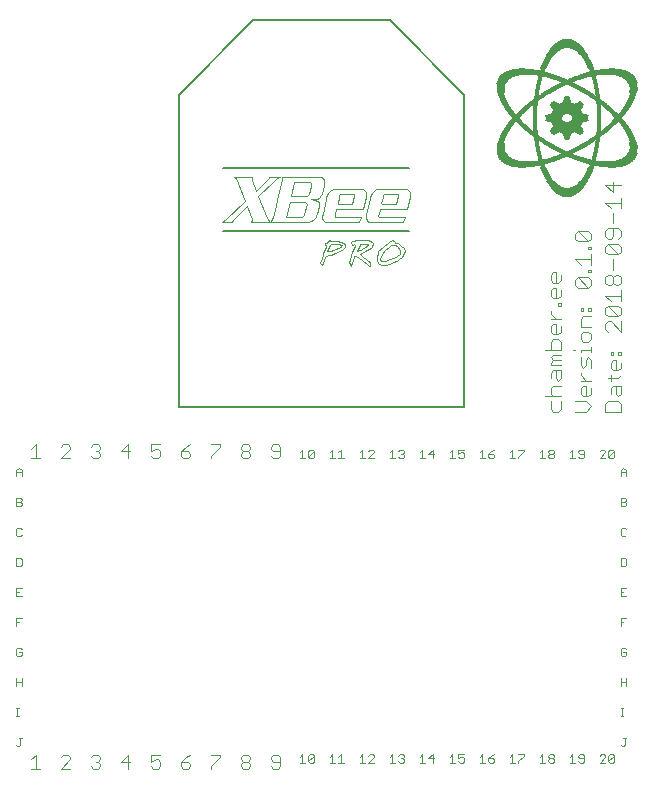
<source format=gto>
G75*
%MOIN*%
%OFA0B0*%
%FSLAX25Y25*%
%IPPOS*%
%LPD*%
%AMOC8*
5,1,8,0,0,1.08239X$1,22.5*
%
%ADD10C,0.00400*%
%ADD11R,0.00670X0.00033*%
%ADD12R,0.01330X0.00033*%
%ADD13R,0.01730X0.00034*%
%ADD14R,0.02070X0.00033*%
%ADD15R,0.02360X0.00033*%
%ADD16R,0.02640X0.00034*%
%ADD17R,0.02870X0.00033*%
%ADD18R,0.03070X0.00033*%
%ADD19R,0.03270X0.00034*%
%ADD20R,0.03470X0.00033*%
%ADD21R,0.03670X0.00033*%
%ADD22R,0.03840X0.00034*%
%ADD23R,0.04000X0.00033*%
%ADD24R,0.04130X0.00033*%
%ADD25R,0.04300X0.00034*%
%ADD26R,0.04470X0.00033*%
%ADD27R,0.04600X0.00033*%
%ADD28R,0.04730X0.00034*%
%ADD29R,0.04870X0.00033*%
%ADD30R,0.05000X0.00033*%
%ADD31R,0.05130X0.00034*%
%ADD32R,0.05240X0.00033*%
%ADD33R,0.05330X0.00033*%
%ADD34R,0.05470X0.00034*%
%ADD35R,0.05600X0.00033*%
%ADD36R,0.05700X0.00033*%
%ADD37R,0.05800X0.00034*%
%ADD38R,0.05930X0.00033*%
%ADD39R,0.06000X0.00033*%
%ADD40R,0.06130X0.00034*%
%ADD41R,0.06200X0.00033*%
%ADD42R,0.06330X0.00033*%
%ADD43R,0.06400X0.00034*%
%ADD44R,0.06530X0.00033*%
%ADD45R,0.06600X0.00033*%
%ADD46R,0.06700X0.00034*%
%ADD47R,0.06800X0.00033*%
%ADD48R,0.06870X0.00033*%
%ADD49R,0.07000X0.00034*%
%ADD50R,0.07070X0.00033*%
%ADD51R,0.07130X0.00033*%
%ADD52R,0.07240X0.00034*%
%ADD53R,0.07330X0.00033*%
%ADD54R,0.07400X0.00033*%
%ADD55R,0.07470X0.00034*%
%ADD56R,0.07560X0.00033*%
%ADD57R,0.07670X0.00033*%
%ADD58R,0.07730X0.00034*%
%ADD59R,0.07800X0.00033*%
%ADD60R,0.07870X0.00033*%
%ADD61R,0.07930X0.00034*%
%ADD62R,0.08040X0.00033*%
%ADD63R,0.08100X0.00033*%
%ADD64R,0.08200X0.00034*%
%ADD65R,0.08270X0.00033*%
%ADD66R,0.08330X0.00033*%
%ADD67R,0.08400X0.00034*%
%ADD68R,0.08470X0.00033*%
%ADD69R,0.08530X0.00033*%
%ADD70R,0.08600X0.00034*%
%ADD71R,0.08670X0.00033*%
%ADD72R,0.08730X0.00033*%
%ADD73R,0.08800X0.00034*%
%ADD74R,0.08870X0.00033*%
%ADD75R,0.08930X0.00033*%
%ADD76R,0.09000X0.00034*%
%ADD77R,0.09070X0.00033*%
%ADD78R,0.09130X0.00033*%
%ADD79R,0.09200X0.00034*%
%ADD80R,0.09270X0.00033*%
%ADD81R,0.09330X0.00033*%
%ADD82R,0.09400X0.00034*%
%ADD83R,0.09470X0.00033*%
%ADD84R,0.09530X0.00033*%
%ADD85R,0.09600X0.00034*%
%ADD86R,0.09670X0.00033*%
%ADD87R,0.09700X0.00033*%
%ADD88R,0.09760X0.00034*%
%ADD89R,0.09800X0.00033*%
%ADD90R,0.09870X0.00033*%
%ADD91R,0.09930X0.00034*%
%ADD92R,0.10000X0.00033*%
%ADD93R,0.10070X0.00033*%
%ADD94R,0.10130X0.00034*%
%ADD95R,0.10160X0.00033*%
%ADD96R,0.10240X0.00033*%
%ADD97R,0.04700X0.00034*%
%ADD98R,0.04670X0.00034*%
%ADD99R,0.04460X0.00033*%
%ADD100R,0.04300X0.00033*%
%ADD101R,0.04200X0.00034*%
%ADD102R,0.04070X0.00033*%
%ADD103R,0.04100X0.00033*%
%ADD104R,0.03960X0.00033*%
%ADD105R,0.03970X0.00033*%
%ADD106R,0.03900X0.00034*%
%ADD107R,0.03830X0.00033*%
%ADD108R,0.03840X0.00033*%
%ADD109R,0.03760X0.00033*%
%ADD110R,0.03770X0.00033*%
%ADD111R,0.03700X0.00034*%
%ADD112R,0.03730X0.00034*%
%ADD113R,0.03640X0.00033*%
%ADD114R,0.03630X0.00033*%
%ADD115R,0.03600X0.00033*%
%ADD116R,0.03560X0.00034*%
%ADD117R,0.03570X0.00034*%
%ADD118R,0.03540X0.00033*%
%ADD119R,0.03500X0.00033*%
%ADD120R,0.03440X0.00033*%
%ADD121R,0.03400X0.00034*%
%ADD122R,0.03360X0.00033*%
%ADD123R,0.03370X0.00033*%
%ADD124R,0.03330X0.00033*%
%ADD125R,0.03300X0.00034*%
%ADD126R,0.03270X0.00033*%
%ADD127R,0.03230X0.00033*%
%ADD128R,0.03200X0.00034*%
%ADD129R,0.03170X0.00033*%
%ADD130R,0.03200X0.00033*%
%ADD131R,0.03130X0.00033*%
%ADD132R,0.03140X0.00033*%
%ADD133R,0.03130X0.00034*%
%ADD134R,0.03100X0.00034*%
%ADD135R,0.03100X0.00033*%
%ADD136R,0.03040X0.00033*%
%ADD137R,0.03030X0.00033*%
%ADD138R,0.03030X0.00034*%
%ADD139R,0.03040X0.00034*%
%ADD140R,0.03000X0.00033*%
%ADD141R,0.02960X0.00033*%
%ADD142R,0.02970X0.00034*%
%ADD143R,0.02930X0.00034*%
%ADD144R,0.02930X0.00033*%
%ADD145R,0.02940X0.00033*%
%ADD146R,0.02900X0.00033*%
%ADD147R,0.02900X0.00034*%
%ADD148R,0.02870X0.00034*%
%ADD149R,0.02860X0.00033*%
%ADD150R,0.02830X0.00034*%
%ADD151R,0.02800X0.00034*%
%ADD152R,0.02800X0.00033*%
%ADD153R,0.02770X0.00034*%
%ADD154R,0.02760X0.00034*%
%ADD155R,0.02770X0.00033*%
%ADD156R,0.02740X0.00033*%
%ADD157R,0.02730X0.00033*%
%ADD158R,0.02700X0.00034*%
%ADD159R,0.02700X0.00033*%
%ADD160R,0.02670X0.00033*%
%ADD161R,0.02670X0.00034*%
%ADD162R,0.02660X0.00033*%
%ADD163R,0.02630X0.00033*%
%ADD164R,0.02600X0.00034*%
%ADD165R,0.02600X0.00033*%
%ADD166R,0.02570X0.00033*%
%ADD167R,0.02560X0.00034*%
%ADD168R,0.02570X0.00034*%
%ADD169R,0.02560X0.00033*%
%ADD170R,0.02540X0.00033*%
%ADD171R,0.02530X0.00033*%
%ADD172R,0.02530X0.00034*%
%ADD173R,0.02540X0.00034*%
%ADD174R,0.02500X0.00033*%
%ADD175R,0.02500X0.00034*%
%ADD176R,0.02470X0.00033*%
%ADD177R,0.02460X0.00033*%
%ADD178R,0.02430X0.00034*%
%ADD179R,0.02470X0.00034*%
%ADD180R,0.02430X0.00033*%
%ADD181R,0.02440X0.00033*%
%ADD182R,0.02400X0.00034*%
%ADD183R,0.02400X0.00033*%
%ADD184R,0.02370X0.00034*%
%ADD185R,0.02370X0.00033*%
%ADD186R,0.02330X0.00033*%
%ADD187R,0.02340X0.00034*%
%ADD188R,0.02330X0.00034*%
%ADD189R,0.02300X0.00033*%
%ADD190R,0.02300X0.00034*%
%ADD191R,0.02260X0.00033*%
%ADD192R,0.02270X0.00034*%
%ADD193R,0.02260X0.00034*%
%ADD194R,0.02240X0.00033*%
%ADD195R,0.02270X0.00033*%
%ADD196R,0.02230X0.00033*%
%ADD197R,0.02200X0.00034*%
%ADD198R,0.02200X0.00033*%
%ADD199R,0.02160X0.00033*%
%ADD200R,0.02170X0.00034*%
%ADD201R,0.02170X0.00033*%
%ADD202R,0.02130X0.00033*%
%ADD203R,0.02130X0.00034*%
%ADD204R,0.02140X0.00033*%
%ADD205R,0.02140X0.00034*%
%ADD206R,0.02100X0.00033*%
%ADD207R,0.02100X0.00034*%
%ADD208R,0.02060X0.00033*%
%ADD209R,0.02060X0.00034*%
%ADD210R,0.02070X0.00034*%
%ADD211R,0.02030X0.00033*%
%ADD212R,0.02040X0.00033*%
%ADD213R,0.02030X0.00034*%
%ADD214R,0.02000X0.00033*%
%ADD215R,0.02000X0.00034*%
%ADD216R,0.02040X0.00034*%
%ADD217R,0.01960X0.00033*%
%ADD218R,0.01970X0.00034*%
%ADD219R,0.01970X0.00033*%
%ADD220R,0.01960X0.00034*%
%ADD221R,0.01930X0.00033*%
%ADD222R,0.01940X0.00034*%
%ADD223R,0.01930X0.00034*%
%ADD224R,0.01940X0.00033*%
%ADD225R,0.01900X0.00034*%
%ADD226R,0.01900X0.00033*%
%ADD227R,0.01870X0.00033*%
%ADD228R,0.01860X0.00033*%
%ADD229R,0.01870X0.00034*%
%ADD230R,0.01860X0.00034*%
%ADD231R,0.01830X0.00033*%
%ADD232R,0.01840X0.00034*%
%ADD233R,0.01840X0.00033*%
%ADD234R,0.01830X0.00034*%
%ADD235R,0.01800X0.00033*%
%ADD236R,0.01800X0.00034*%
%ADD237R,0.01760X0.00033*%
%ADD238R,0.01770X0.00033*%
%ADD239R,0.01770X0.00034*%
%ADD240R,0.01760X0.00034*%
%ADD241R,0.01740X0.00033*%
%ADD242R,0.01740X0.00034*%
%ADD243R,0.01730X0.00033*%
%ADD244R,0.01700X0.00033*%
%ADD245R,0.01700X0.00034*%
%ADD246R,0.01660X0.00033*%
%ADD247R,0.01660X0.00034*%
%ADD248R,0.01670X0.00033*%
%ADD249R,0.01670X0.00034*%
%ADD250R,0.01640X0.00033*%
%ADD251R,0.01630X0.00034*%
%ADD252R,0.01630X0.00033*%
%ADD253R,0.01640X0.00034*%
%ADD254R,0.01200X0.00033*%
%ADD255R,0.03460X0.00034*%
%ADD256R,0.03500X0.00034*%
%ADD257R,0.04170X0.00033*%
%ADD258R,0.04160X0.00033*%
%ADD259R,0.04760X0.00033*%
%ADD260R,0.01600X0.00033*%
%ADD261R,0.04770X0.00033*%
%ADD262R,0.05300X0.00034*%
%ADD263R,0.05770X0.00033*%
%ADD264R,0.05760X0.00033*%
%ADD265R,0.06240X0.00033*%
%ADD266R,0.06630X0.00034*%
%ADD267R,0.07000X0.00033*%
%ADD268R,0.07360X0.00033*%
%ADD269R,0.07740X0.00034*%
%ADD270R,0.08060X0.00033*%
%ADD271R,0.08070X0.00033*%
%ADD272R,0.08370X0.00033*%
%ADD273R,0.08360X0.00033*%
%ADD274R,0.08670X0.00034*%
%ADD275R,0.01600X0.00034*%
%ADD276R,0.08660X0.00034*%
%ADD277R,0.08970X0.00033*%
%ADD278R,0.09230X0.00033*%
%ADD279R,0.09240X0.00033*%
%ADD280R,0.09500X0.00034*%
%ADD281R,0.01570X0.00034*%
%ADD282R,0.09770X0.00033*%
%ADD283R,0.10030X0.00033*%
%ADD284R,0.01570X0.00033*%
%ADD285R,0.10040X0.00033*%
%ADD286R,0.10300X0.00034*%
%ADD287R,0.12070X0.00033*%
%ADD288R,0.12130X0.00033*%
%ADD289R,0.12140X0.00033*%
%ADD290R,0.12200X0.00034*%
%ADD291R,0.12300X0.00033*%
%ADD292R,0.12260X0.00033*%
%ADD293R,0.12330X0.00033*%
%ADD294R,0.12430X0.00034*%
%ADD295R,0.12470X0.00033*%
%ADD296R,0.12540X0.00033*%
%ADD297R,0.12530X0.00033*%
%ADD298R,0.12600X0.00034*%
%ADD299R,0.12630X0.00033*%
%ADD300R,0.12670X0.00033*%
%ADD301R,0.12730X0.00033*%
%ADD302R,0.12740X0.00033*%
%ADD303R,0.12940X0.00034*%
%ADD304R,0.12930X0.00034*%
%ADD305R,0.13130X0.00033*%
%ADD306R,0.13300X0.00033*%
%ADD307R,0.13340X0.00033*%
%ADD308R,0.13460X0.00034*%
%ADD309R,0.13470X0.00034*%
%ADD310R,0.13670X0.00033*%
%ADD311R,0.13870X0.00033*%
%ADD312R,0.13860X0.00033*%
%ADD313R,0.14030X0.00034*%
%ADD314R,0.14200X0.00033*%
%ADD315R,0.14360X0.00033*%
%ADD316R,0.14370X0.00033*%
%ADD317R,0.14570X0.00034*%
%ADD318R,0.14700X0.00033*%
%ADD319R,0.14870X0.00033*%
%ADD320R,0.15030X0.00034*%
%ADD321R,0.15200X0.00033*%
%ADD322R,0.15330X0.00033*%
%ADD323R,0.15530X0.00034*%
%ADD324R,0.15540X0.00034*%
%ADD325R,0.15660X0.00033*%
%ADD326R,0.15670X0.00033*%
%ADD327R,0.15800X0.00033*%
%ADD328R,0.15840X0.00033*%
%ADD329R,0.15960X0.00034*%
%ADD330R,0.15970X0.00034*%
%ADD331R,0.16100X0.00033*%
%ADD332R,0.16270X0.00033*%
%ADD333R,0.16440X0.00034*%
%ADD334R,0.16430X0.00034*%
%ADD335R,0.07270X0.00033*%
%ADD336R,0.07340X0.00033*%
%ADD337R,0.06860X0.00033*%
%ADD338R,0.06900X0.00033*%
%ADD339R,0.06930X0.00033*%
%ADD340R,0.06830X0.00033*%
%ADD341R,0.06570X0.00034*%
%ADD342R,0.06640X0.00034*%
%ADD343R,0.06560X0.00034*%
%ADD344R,0.06360X0.00033*%
%ADD345R,0.06400X0.00033*%
%ADD346R,0.06170X0.00033*%
%ADD347R,0.06130X0.00033*%
%ADD348R,0.06000X0.00034*%
%ADD349R,0.06040X0.00034*%
%ADD350R,0.06030X0.00034*%
%ADD351R,0.05970X0.00034*%
%ADD352R,0.05830X0.00033*%
%ADD353R,0.05870X0.00033*%
%ADD354R,0.05900X0.00033*%
%ADD355R,0.05740X0.00033*%
%ADD356R,0.05570X0.00034*%
%ADD357R,0.05640X0.00034*%
%ADD358R,0.05630X0.00034*%
%ADD359R,0.05460X0.00033*%
%ADD360R,0.05540X0.00033*%
%ADD361R,0.05500X0.00033*%
%ADD362R,0.05470X0.00033*%
%ADD363R,0.05370X0.00033*%
%ADD364R,0.05360X0.00033*%
%ADD365R,0.05270X0.00034*%
%ADD366R,0.05600X0.00034*%
%ADD367R,0.05160X0.00033*%
%ADD368R,0.05170X0.00033*%
%ADD369R,0.05100X0.00033*%
%ADD370R,0.05800X0.00033*%
%ADD371R,0.05840X0.00033*%
%ADD372R,0.05030X0.00034*%
%ADD373R,0.05930X0.00034*%
%ADD374R,0.05940X0.00034*%
%ADD375R,0.05000X0.00034*%
%ADD376R,0.04930X0.00033*%
%ADD377R,0.06100X0.00033*%
%ADD378R,0.04860X0.00033*%
%ADD379R,0.04800X0.00034*%
%ADD380R,0.06230X0.00034*%
%ADD381R,0.01500X0.00033*%
%ADD382R,0.04800X0.00033*%
%ADD383R,0.04730X0.00033*%
%ADD384R,0.04700X0.00033*%
%ADD385R,0.01470X0.00033*%
%ADD386R,0.04630X0.00034*%
%ADD387R,0.01460X0.00034*%
%ADD388R,0.01500X0.00034*%
%ADD389R,0.04640X0.00034*%
%ADD390R,0.04640X0.00033*%
%ADD391R,0.04630X0.00033*%
%ADD392R,0.04530X0.00033*%
%ADD393R,0.04570X0.00033*%
%ADD394R,0.01460X0.00033*%
%ADD395R,0.04500X0.00033*%
%ADD396R,0.04470X0.00034*%
%ADD397R,0.01470X0.00034*%
%ADD398R,0.04500X0.00034*%
%ADD399R,0.04540X0.00034*%
%ADD400R,0.04460X0.00034*%
%ADD401R,0.04430X0.00033*%
%ADD402R,0.04440X0.00033*%
%ADD403R,0.04400X0.00033*%
%ADD404R,0.04370X0.00034*%
%ADD405R,0.04360X0.00034*%
%ADD406R,0.04330X0.00034*%
%ADD407R,0.04330X0.00033*%
%ADD408R,0.04260X0.00033*%
%ADD409R,0.04270X0.00033*%
%ADD410R,0.04240X0.00033*%
%ADD411R,0.04230X0.00034*%
%ADD412R,0.04270X0.00034*%
%ADD413R,0.04200X0.00033*%
%ADD414R,0.04140X0.00033*%
%ADD415R,0.04100X0.00034*%
%ADD416R,0.01430X0.00034*%
%ADD417R,0.04130X0.00034*%
%ADD418R,0.04060X0.00033*%
%ADD419R,0.04030X0.00033*%
%ADD420R,0.04040X0.00033*%
%ADD421R,0.04000X0.00034*%
%ADD422R,0.04040X0.00034*%
%ADD423R,0.04030X0.00034*%
%ADD424R,0.03930X0.00033*%
%ADD425R,0.03940X0.00033*%
%ADD426R,0.03930X0.00034*%
%ADD427R,0.01440X0.00034*%
%ADD428R,0.03900X0.00033*%
%ADD429R,0.01430X0.00033*%
%ADD430R,0.01440X0.00033*%
%ADD431R,0.03860X0.00033*%
%ADD432R,0.03870X0.00033*%
%ADD433R,0.03830X0.00034*%
%ADD434R,0.03800X0.00033*%
%ADD435R,0.03770X0.00034*%
%ADD436R,0.03760X0.00034*%
%ADD437R,0.03700X0.00033*%
%ADD438R,0.03740X0.00033*%
%ADD439R,0.03730X0.00033*%
%ADD440R,0.03670X0.00034*%
%ADD441R,0.03660X0.00033*%
%ADD442R,0.03600X0.00034*%
%ADD443R,0.03640X0.00034*%
%ADD444R,0.03630X0.00034*%
%ADD445R,0.03570X0.00033*%
%ADD446R,0.03560X0.00033*%
%ADD447R,0.03530X0.00034*%
%ADD448R,0.03530X0.00033*%
%ADD449R,0.03470X0.00034*%
%ADD450R,0.03460X0.00033*%
%ADD451R,0.03430X0.00033*%
%ADD452R,0.06840X0.00033*%
%ADD453R,0.01400X0.00034*%
%ADD454R,0.01400X0.00033*%
%ADD455R,0.06470X0.00033*%
%ADD456R,0.03400X0.00033*%
%ADD457R,0.06270X0.00033*%
%ADD458R,0.03360X0.00034*%
%ADD459R,0.06100X0.00034*%
%ADD460R,0.03330X0.00034*%
%ADD461R,0.03340X0.00033*%
%ADD462R,0.05730X0.00033*%
%ADD463R,0.05530X0.00034*%
%ADD464R,0.03300X0.00033*%
%ADD465R,0.05200X0.00033*%
%ADD466R,0.03230X0.00034*%
%ADD467R,0.03240X0.00034*%
%ADD468R,0.03260X0.00033*%
%ADD469R,0.04840X0.00033*%
%ADD470R,0.04670X0.00033*%
%ADD471R,0.03160X0.00033*%
%ADD472R,0.03170X0.00034*%
%ADD473R,0.03960X0.00034*%
%ADD474R,0.03160X0.00034*%
%ADD475R,0.03070X0.00034*%
%ADD476R,0.03060X0.00033*%
%ADD477R,0.03060X0.00034*%
%ADD478R,0.04070X0.00034*%
%ADD479R,0.01360X0.00034*%
%ADD480R,0.01370X0.00033*%
%ADD481R,0.02970X0.00033*%
%ADD482R,0.02960X0.00034*%
%ADD483R,0.01370X0.00034*%
%ADD484R,0.04870X0.00034*%
%ADD485R,0.05130X0.00033*%
%ADD486R,0.01360X0.00033*%
%ADD487R,0.05400X0.00033*%
%ADD488R,0.05530X0.00033*%
%ADD489R,0.05670X0.00034*%
%ADD490R,0.02840X0.00033*%
%ADD491R,0.02830X0.00033*%
%ADD492R,0.02840X0.00034*%
%ADD493R,0.02730X0.00034*%
%ADD494R,0.02740X0.00034*%
%ADD495R,0.02760X0.00033*%
%ADD496R,0.01330X0.00034*%
%ADD497R,0.01340X0.00033*%
%ADD498R,0.02660X0.00034*%
%ADD499R,0.02630X0.00034*%
%ADD500R,0.02640X0.00033*%
%ADD501R,0.01340X0.00034*%
%ADD502R,0.01300X0.00034*%
%ADD503R,0.01300X0.00033*%
%ADD504R,0.02460X0.00034*%
%ADD505R,0.02440X0.00034*%
%ADD506R,0.02360X0.00034*%
%ADD507R,0.02340X0.00033*%
%ADD508R,0.01270X0.00033*%
%ADD509R,0.01260X0.00034*%
%ADD510R,0.02230X0.00034*%
%ADD511R,0.02240X0.00034*%
%ADD512R,0.03370X0.00034*%
%ADD513R,0.01560X0.00033*%
%ADD514R,0.02160X0.00034*%
%ADD515R,0.00100X0.00033*%
%ADD516R,0.00200X0.00034*%
%ADD517R,0.00330X0.00033*%
%ADD518R,0.00300X0.00033*%
%ADD519R,0.00440X0.00033*%
%ADD520R,0.00430X0.00033*%
%ADD521R,0.00530X0.00034*%
%ADD522R,0.00540X0.00034*%
%ADD523R,0.00660X0.00033*%
%ADD524R,0.00630X0.00033*%
%ADD525R,0.00770X0.00033*%
%ADD526R,0.00760X0.00033*%
%ADD527R,0.00870X0.00034*%
%ADD528R,0.01000X0.00033*%
%ADD529R,0.00970X0.00033*%
%ADD530R,0.01100X0.00033*%
%ADD531R,0.01060X0.00033*%
%ADD532R,0.01200X0.00034*%
%ADD533R,0.01170X0.00034*%
%ADD534R,0.01260X0.00033*%
%ADD535R,0.01530X0.00033*%
%ADD536R,0.02860X0.00034*%
%ADD537R,0.03000X0.00034*%
%ADD538R,0.04160X0.00034*%
%ADD539R,0.04600X0.00034*%
%ADD540R,0.01240X0.00034*%
%ADD541R,0.10870X0.00034*%
%ADD542R,0.01240X0.00033*%
%ADD543R,0.10930X0.00033*%
%ADD544R,0.11000X0.00033*%
%ADD545R,0.01270X0.00034*%
%ADD546R,0.11070X0.00034*%
%ADD547R,0.11130X0.00033*%
%ADD548R,0.11070X0.00033*%
%ADD549R,0.01230X0.00033*%
%ADD550R,0.11040X0.00033*%
%ADD551R,0.01230X0.00034*%
%ADD552R,0.11000X0.00034*%
%ADD553R,0.10930X0.00034*%
%ADD554R,0.10870X0.00033*%
%ADD555R,0.10840X0.00034*%
%ADD556R,0.10800X0.00033*%
%ADD557R,0.10730X0.00034*%
%ADD558R,0.10730X0.00033*%
%ADD559R,0.10670X0.00033*%
%ADD560R,0.10670X0.00034*%
%ADD561R,0.10640X0.00033*%
%ADD562R,0.10600X0.00033*%
%ADD563R,0.10560X0.00034*%
%ADD564R,0.10530X0.00033*%
%ADD565R,0.10470X0.00034*%
%ADD566R,0.10470X0.00033*%
%ADD567R,0.10400X0.00033*%
%ADD568R,0.10360X0.00034*%
%ADD569R,0.10330X0.00033*%
%ADD570R,0.10270X0.00033*%
%ADD571R,0.10270X0.00034*%
%ADD572R,0.10200X0.00033*%
%ADD573R,0.10130X0.00033*%
%ADD574R,0.10070X0.00034*%
%ADD575R,0.09730X0.00034*%
%ADD576R,0.09600X0.00033*%
%ADD577R,0.09530X0.00034*%
%ADD578R,0.09440X0.00034*%
%ADD579R,0.09400X0.00033*%
%ADD580R,0.09360X0.00034*%
%ADD581R,0.09330X0.00034*%
%ADD582R,0.09300X0.00033*%
%ADD583R,0.09270X0.00034*%
%ADD584R,0.09560X0.00033*%
%ADD585R,0.09670X0.00034*%
%ADD586R,0.09730X0.00033*%
%ADD587R,0.09870X0.00034*%
%ADD588R,0.09930X0.00033*%
%ADD589R,0.10000X0.00034*%
%ADD590R,0.04430X0.00034*%
%ADD591R,0.04440X0.00034*%
%ADD592R,0.04530X0.00034*%
%ADD593R,0.05100X0.00034*%
%ADD594R,0.05230X0.00033*%
%ADD595R,0.03800X0.00034*%
%ADD596R,0.05340X0.00033*%
%ADD597R,0.05440X0.00033*%
%ADD598R,0.05460X0.00034*%
%ADD599R,0.05500X0.00034*%
%ADD600R,0.05570X0.00033*%
%ADD601R,0.03440X0.00034*%
%ADD602R,0.05660X0.00033*%
%ADD603R,0.05660X0.00034*%
%ADD604R,0.05670X0.00033*%
%ADD605R,0.05640X0.00033*%
%ADD606R,0.05630X0.00033*%
%ADD607R,0.05560X0.00033*%
%ADD608R,0.05560X0.00034*%
%ADD609R,0.05540X0.00034*%
%ADD610R,0.03430X0.00034*%
%ADD611R,0.05700X0.00034*%
%ADD612R,0.05430X0.00033*%
%ADD613R,0.05330X0.00034*%
%ADD614R,0.05260X0.00033*%
%ADD615R,0.05140X0.00034*%
%ADD616R,0.05030X0.00033*%
%ADD617R,0.04570X0.00034*%
%ADD618R,0.04540X0.00033*%
%ADD619R,0.04660X0.00033*%
%ADD620R,0.04940X0.00034*%
%ADD621R,0.04930X0.00034*%
%ADD622R,0.09960X0.00033*%
%ADD623R,0.09900X0.00033*%
%ADD624R,0.09840X0.00033*%
%ADD625R,0.09800X0.00034*%
%ADD626R,0.09700X0.00034*%
%ADD627R,0.09360X0.00033*%
%ADD628R,0.10200X0.00034*%
%ADD629R,0.10330X0.00034*%
%ADD630R,0.10500X0.00033*%
%ADD631R,0.10530X0.00034*%
%ADD632R,0.10700X0.00033*%
%ADD633R,0.10760X0.00033*%
%ADD634R,0.10800X0.00034*%
%ADD635R,0.10900X0.00034*%
%ADD636R,0.10960X0.00033*%
%ADD637R,0.11100X0.00033*%
%ADD638R,0.11130X0.00034*%
%ADD639R,0.01170X0.00033*%
%ADD640R,0.01140X0.00033*%
%ADD641R,0.01070X0.00033*%
%ADD642R,0.01030X0.00033*%
%ADD643R,0.00930X0.00034*%
%ADD644R,0.00830X0.00033*%
%ADD645R,0.00840X0.00033*%
%ADD646R,0.00740X0.00033*%
%ADD647R,0.00730X0.00033*%
%ADD648R,0.00600X0.00034*%
%ADD649R,0.00500X0.00033*%
%ADD650R,0.00400X0.00033*%
%ADD651R,0.00300X0.00034*%
%ADD652R,0.00270X0.00034*%
%ADD653R,0.00170X0.00033*%
%ADD654R,0.00070X0.00033*%
%ADD655R,0.00060X0.00033*%
%ADD656R,0.02940X0.00034*%
%ADD657R,0.05730X0.00034*%
%ADD658R,0.05070X0.00033*%
%ADD659R,0.03260X0.00034*%
%ADD660R,0.06600X0.00034*%
%ADD661R,0.03740X0.00034*%
%ADD662R,0.03940X0.00034*%
%ADD663R,0.03870X0.00034*%
%ADD664R,0.03970X0.00034*%
%ADD665R,0.04240X0.00034*%
%ADD666R,0.04230X0.00033*%
%ADD667R,0.04340X0.00034*%
%ADD668R,0.04360X0.00033*%
%ADD669R,0.04370X0.00033*%
%ADD670R,0.04560X0.00033*%
%ADD671R,0.04660X0.00034*%
%ADD672R,0.06260X0.00034*%
%ADD673R,0.06270X0.00034*%
%ADD674R,0.04770X0.00034*%
%ADD675R,0.04830X0.00033*%
%ADD676R,0.04900X0.00033*%
%ADD677R,0.06030X0.00033*%
%ADD678R,0.06040X0.00033*%
%ADD679R,0.04970X0.00034*%
%ADD680R,0.05260X0.00034*%
%ADD681R,0.05230X0.00034*%
%ADD682R,0.05960X0.00034*%
%ADD683R,0.05900X0.00034*%
%ADD684R,0.06060X0.00033*%
%ADD685R,0.06300X0.00033*%
%ADD686R,0.06500X0.00034*%
%ADD687R,0.06530X0.00034*%
%ADD688R,0.06470X0.00034*%
%ADD689R,0.06730X0.00033*%
%ADD690R,0.07200X0.00033*%
%ADD691R,0.07160X0.00033*%
%ADD692R,0.07870X0.00034*%
%ADD693R,0.07800X0.00034*%
%ADD694R,0.16330X0.00033*%
%ADD695R,0.16200X0.00033*%
%ADD696R,0.16170X0.00033*%
%ADD697R,0.16000X0.00034*%
%ADD698R,0.15870X0.00033*%
%ADD699R,0.15740X0.00033*%
%ADD700R,0.15700X0.00033*%
%ADD701R,0.15570X0.00034*%
%ADD702R,0.15440X0.00033*%
%ADD703R,0.15400X0.00033*%
%ADD704R,0.15230X0.00033*%
%ADD705R,0.15240X0.00033*%
%ADD706R,0.15100X0.00034*%
%ADD707R,0.14930X0.00033*%
%ADD708R,0.14900X0.00033*%
%ADD709R,0.14770X0.00033*%
%ADD710R,0.14760X0.00033*%
%ADD711R,0.14600X0.00034*%
%ADD712R,0.14440X0.00033*%
%ADD713R,0.14400X0.00033*%
%ADD714R,0.14270X0.00033*%
%ADD715R,0.14060X0.00034*%
%ADD716R,0.14070X0.00034*%
%ADD717R,0.13930X0.00033*%
%ADD718R,0.13900X0.00033*%
%ADD719R,0.13730X0.00033*%
%ADD720R,0.13570X0.00034*%
%ADD721R,0.13530X0.00034*%
%ADD722R,0.13370X0.00033*%
%ADD723R,0.13160X0.00033*%
%ADD724R,0.13170X0.00033*%
%ADD725R,0.12970X0.00034*%
%ADD726R,0.12960X0.00034*%
%ADD727R,0.12800X0.00033*%
%ADD728R,0.12770X0.00033*%
%ADD729R,0.12660X0.00033*%
%ADD730R,0.12640X0.00034*%
%ADD731R,0.12570X0.00033*%
%ADD732R,0.12500X0.00033*%
%ADD733R,0.12470X0.00034*%
%ADD734R,0.12400X0.00034*%
%ADD735R,0.12370X0.00033*%
%ADD736R,0.12360X0.00033*%
%ADD737R,0.12230X0.00034*%
%ADD738R,0.12240X0.00034*%
%ADD739R,0.12160X0.00033*%
%ADD740R,0.12100X0.00033*%
%ADD741R,0.12000X0.00034*%
%ADD742R,0.10370X0.00034*%
%ADD743R,0.09640X0.00034*%
%ADD744R,0.09060X0.00033*%
%ADD745R,0.08740X0.00034*%
%ADD746R,0.08170X0.00033*%
%ADD747R,0.08130X0.00033*%
%ADD748R,0.07830X0.00034*%
%ADD749R,0.07500X0.00033*%
%ADD750R,0.07170X0.00033*%
%ADD751R,0.07100X0.00033*%
%ADD752R,0.06770X0.00034*%
%ADD753R,0.06340X0.00033*%
%ADD754R,0.05430X0.00034*%
%ADD755R,0.04960X0.00033*%
%ADD756R,0.04940X0.00033*%
%ADD757R,0.03660X0.00034*%
%ADD758R,0.04140X0.00034*%
%ADD759R,0.04560X0.00034*%
%ADD760R,0.09960X0.00034*%
%ADD761R,0.09240X0.00034*%
%ADD762R,0.09200X0.00033*%
%ADD763R,0.09070X0.00034*%
%ADD764R,0.09000X0.00033*%
%ADD765R,0.08870X0.00034*%
%ADD766R,0.08800X0.00033*%
%ADD767R,0.08560X0.00033*%
%ADD768R,0.08500X0.00033*%
%ADD769R,0.08440X0.00034*%
%ADD770R,0.08000X0.00034*%
%ADD771R,0.07930X0.00033*%
%ADD772R,0.07840X0.00033*%
%ADD773R,0.07600X0.00033*%
%ADD774R,0.07530X0.00034*%
%ADD775R,0.07470X0.00033*%
%ADD776R,0.07270X0.00034*%
%ADD777R,0.06730X0.00034*%
%ADD778R,0.06670X0.00033*%
%ADD779R,0.06160X0.00034*%
%ADD780R,0.06070X0.00033*%
%ADD781R,0.05960X0.00033*%
%ADD782R,0.05870X0.00034*%
%ADD783R,0.05300X0.00033*%
%ADD784R,0.05200X0.00034*%
%ADD785R,0.04400X0.00034*%
%ADD786R,0.01040X0.00033*%
%ADD787C,0.00800*%
%ADD788C,0.00600*%
%ADD789C,0.00300*%
D10*
X0019467Y0012477D02*
X0022536Y0012477D01*
X0021001Y0012477D02*
X0021001Y0017081D01*
X0019467Y0015546D01*
X0029467Y0016313D02*
X0030234Y0017081D01*
X0031769Y0017081D01*
X0032536Y0016313D01*
X0032536Y0015546D01*
X0029467Y0012477D01*
X0032536Y0012477D01*
X0039467Y0013244D02*
X0040234Y0012477D01*
X0041769Y0012477D01*
X0042536Y0013244D01*
X0042536Y0014011D01*
X0041769Y0014779D01*
X0041001Y0014779D01*
X0041769Y0014779D02*
X0042536Y0015546D01*
X0042536Y0016313D01*
X0041769Y0017081D01*
X0040234Y0017081D01*
X0039467Y0016313D01*
X0049467Y0014779D02*
X0052536Y0014779D01*
X0051769Y0012477D02*
X0051769Y0017081D01*
X0049467Y0014779D01*
X0059467Y0014779D02*
X0061001Y0015546D01*
X0061769Y0015546D01*
X0062536Y0014779D01*
X0062536Y0013244D01*
X0061769Y0012477D01*
X0060234Y0012477D01*
X0059467Y0013244D01*
X0059467Y0014779D02*
X0059467Y0017081D01*
X0062536Y0017081D01*
X0069467Y0014779D02*
X0069467Y0013244D01*
X0070234Y0012477D01*
X0071769Y0012477D01*
X0072536Y0013244D01*
X0072536Y0014011D01*
X0071769Y0014779D01*
X0069467Y0014779D01*
X0071001Y0016313D01*
X0072536Y0017081D01*
X0079467Y0017081D02*
X0082536Y0017081D01*
X0082536Y0016313D01*
X0079467Y0013244D01*
X0079467Y0012477D01*
X0089467Y0013244D02*
X0089467Y0014011D01*
X0090234Y0014779D01*
X0091769Y0014779D01*
X0092536Y0014011D01*
X0092536Y0013244D01*
X0091769Y0012477D01*
X0090234Y0012477D01*
X0089467Y0013244D01*
X0090234Y0014779D02*
X0089467Y0015546D01*
X0089467Y0016313D01*
X0090234Y0017081D01*
X0091769Y0017081D01*
X0092536Y0016313D01*
X0092536Y0015546D01*
X0091769Y0014779D01*
X0099467Y0015546D02*
X0100234Y0014779D01*
X0102536Y0014779D01*
X0102536Y0016313D02*
X0101769Y0017081D01*
X0100234Y0017081D01*
X0099467Y0016313D01*
X0099467Y0015546D01*
X0099467Y0013244D02*
X0100234Y0012477D01*
X0101769Y0012477D01*
X0102536Y0013244D01*
X0102536Y0016313D01*
X0101769Y0115977D02*
X0102536Y0116744D01*
X0102536Y0119813D01*
X0101769Y0120581D01*
X0100234Y0120581D01*
X0099467Y0119813D01*
X0099467Y0119046D01*
X0100234Y0118279D01*
X0102536Y0118279D01*
X0101769Y0115977D02*
X0100234Y0115977D01*
X0099467Y0116744D01*
X0092536Y0116744D02*
X0091769Y0115977D01*
X0090234Y0115977D01*
X0089467Y0116744D01*
X0089467Y0117511D01*
X0090234Y0118279D01*
X0091769Y0118279D01*
X0092536Y0117511D01*
X0092536Y0116744D01*
X0091769Y0118279D02*
X0092536Y0119046D01*
X0092536Y0119813D01*
X0091769Y0120581D01*
X0090234Y0120581D01*
X0089467Y0119813D01*
X0089467Y0119046D01*
X0090234Y0118279D01*
X0082536Y0119813D02*
X0079467Y0116744D01*
X0079467Y0115977D01*
X0082536Y0119813D02*
X0082536Y0120581D01*
X0079467Y0120581D01*
X0072536Y0120581D02*
X0071001Y0119813D01*
X0069467Y0118279D01*
X0071769Y0118279D01*
X0072536Y0117511D01*
X0072536Y0116744D01*
X0071769Y0115977D01*
X0070234Y0115977D01*
X0069467Y0116744D01*
X0069467Y0118279D01*
X0062536Y0118279D02*
X0062536Y0116744D01*
X0061769Y0115977D01*
X0060234Y0115977D01*
X0059467Y0116744D01*
X0059467Y0118279D02*
X0061001Y0119046D01*
X0061769Y0119046D01*
X0062536Y0118279D01*
X0062536Y0120581D02*
X0059467Y0120581D01*
X0059467Y0118279D01*
X0052536Y0118279D02*
X0049467Y0118279D01*
X0051769Y0120581D01*
X0051769Y0115977D01*
X0042536Y0116744D02*
X0041769Y0115977D01*
X0040234Y0115977D01*
X0039467Y0116744D01*
X0041001Y0118279D02*
X0041769Y0118279D01*
X0042536Y0117511D01*
X0042536Y0116744D01*
X0041769Y0118279D02*
X0042536Y0119046D01*
X0042536Y0119813D01*
X0041769Y0120581D01*
X0040234Y0120581D01*
X0039467Y0119813D01*
X0032536Y0119813D02*
X0031769Y0120581D01*
X0030234Y0120581D01*
X0029467Y0119813D01*
X0032536Y0119813D02*
X0032536Y0119046D01*
X0029467Y0115977D01*
X0032536Y0115977D01*
X0022536Y0115977D02*
X0019467Y0115977D01*
X0021001Y0115977D02*
X0021001Y0120581D01*
X0019467Y0119046D01*
X0083099Y0194643D02*
X0084469Y0195630D01*
X0090829Y0201605D01*
X0087704Y0209226D01*
X0087101Y0209829D01*
X0093131Y0209829D01*
X0093131Y0209500D01*
X0092967Y0209171D01*
X0093131Y0208897D01*
X0093131Y0208623D01*
X0094502Y0205169D01*
X0098394Y0209007D01*
X0098614Y0209281D01*
X0098778Y0209610D01*
X0098833Y0209829D01*
X0102286Y0209829D01*
X0101574Y0209335D01*
X0101026Y0208952D01*
X0100258Y0208294D01*
X0095105Y0203470D01*
X0098175Y0195904D01*
X0099052Y0194698D01*
X0099216Y0194698D01*
X0099545Y0195027D01*
X0099984Y0196342D01*
X0100642Y0198809D01*
X0101409Y0201935D01*
X0102835Y0207746D01*
X0103054Y0208733D01*
X0103054Y0209829D01*
X0115499Y0209829D01*
X0116157Y0209664D01*
X0116595Y0209390D01*
X0116924Y0208787D01*
X0117143Y0208239D01*
X0117143Y0207307D01*
X0116979Y0206868D01*
X0116321Y0204127D01*
X0116102Y0203579D01*
X0115280Y0202757D01*
X0114622Y0202483D01*
X0113745Y0202263D01*
X0112648Y0202263D01*
X0114238Y0202044D01*
X0115389Y0201496D01*
X0115444Y0201386D01*
X0115444Y0199906D01*
X0114841Y0197494D01*
X0114457Y0196891D01*
X0114347Y0196233D01*
X0113525Y0195301D01*
X0112867Y0194972D01*
X0111826Y0194643D01*
X0092802Y0194643D01*
X0093131Y0195246D01*
X0093131Y0195630D01*
X0091377Y0199961D01*
X0086827Y0195520D01*
X0086333Y0194643D01*
X0083099Y0194643D01*
X0104425Y0196507D02*
X0105686Y0201331D01*
X0110675Y0201331D01*
X0111113Y0201167D01*
X0111387Y0200783D01*
X0111387Y0200619D01*
X0110565Y0197384D01*
X0110345Y0197055D01*
X0109962Y0196616D01*
X0109742Y0196507D01*
X0104425Y0196507D01*
X0106069Y0203305D02*
X0107221Y0207965D01*
X0112264Y0207965D01*
X0112758Y0207691D01*
X0112812Y0206814D01*
X0112045Y0203908D01*
X0111880Y0203524D01*
X0111552Y0203305D01*
X0106069Y0203305D01*
X0117747Y0202373D02*
X0116650Y0197494D01*
X0116540Y0196616D01*
X0116540Y0196068D01*
X0116705Y0195465D01*
X0116979Y0195081D01*
X0117417Y0194753D01*
X0117856Y0194643D01*
X0128711Y0194643D01*
X0129479Y0196507D01*
X0128766Y0196397D01*
X0120871Y0196397D01*
X0120652Y0196562D01*
X0120597Y0196946D01*
X0120707Y0197274D01*
X0121145Y0199139D01*
X0130136Y0199139D01*
X0131069Y0202921D01*
X0131069Y0204840D01*
X0130849Y0205059D01*
X0130136Y0205607D01*
X0129534Y0205827D01*
X0120926Y0205827D01*
X0120597Y0205772D01*
X0119940Y0205553D01*
X0119062Y0205005D01*
X0118569Y0204292D01*
X0117911Y0202976D01*
X0117747Y0202373D01*
X0121639Y0200893D02*
X0121694Y0200838D01*
X0126408Y0200838D01*
X0127012Y0203195D01*
X0127012Y0203908D01*
X0126847Y0204072D01*
X0126628Y0204127D01*
X0122736Y0204127D01*
X0122406Y0203963D01*
X0122187Y0203579D01*
X0122023Y0203140D01*
X0121639Y0200893D01*
X0131233Y0197494D02*
X0132329Y0202373D01*
X0132494Y0202976D01*
X0133152Y0204292D01*
X0133645Y0205005D01*
X0134522Y0205553D01*
X0135180Y0205772D01*
X0135509Y0205827D01*
X0144116Y0205827D01*
X0144719Y0205607D01*
X0145432Y0205059D01*
X0145651Y0204840D01*
X0145651Y0202921D01*
X0144719Y0199139D01*
X0135728Y0199139D01*
X0135290Y0197274D01*
X0135180Y0196946D01*
X0135235Y0196562D01*
X0135454Y0196397D01*
X0143349Y0196397D01*
X0144061Y0196507D01*
X0143294Y0194643D01*
X0132439Y0194643D01*
X0132000Y0194753D01*
X0131562Y0195081D01*
X0131288Y0195465D01*
X0131123Y0196068D01*
X0131123Y0196616D01*
X0131233Y0197494D01*
X0136222Y0200893D02*
X0136277Y0200838D01*
X0140991Y0200838D01*
X0141594Y0203195D01*
X0141594Y0203908D01*
X0141430Y0204072D01*
X0141210Y0204127D01*
X0137318Y0204127D01*
X0136989Y0203963D01*
X0136770Y0203579D01*
X0136605Y0203140D01*
X0136222Y0200893D01*
X0139840Y0188722D02*
X0138689Y0188119D01*
X0136606Y0186365D01*
X0135125Y0184885D01*
X0134961Y0184446D01*
X0134687Y0183130D01*
X0134632Y0182034D01*
X0135180Y0180992D01*
X0136112Y0180389D01*
X0137373Y0180389D01*
X0138963Y0180608D01*
X0140004Y0181266D01*
X0141430Y0181595D01*
X0142197Y0182363D01*
X0143239Y0183185D01*
X0143842Y0184281D01*
X0143952Y0184994D01*
X0143678Y0186036D01*
X0142746Y0186803D01*
X0141649Y0187571D01*
X0140882Y0187790D01*
X0140827Y0188064D01*
X0140443Y0188503D01*
X0139895Y0188722D01*
X0139292Y0186858D02*
X0138689Y0186420D01*
X0137264Y0185323D01*
X0136332Y0184062D01*
X0135838Y0182472D01*
X0135783Y0181924D01*
X0136277Y0181650D01*
X0137592Y0181705D01*
X0138908Y0182198D01*
X0140279Y0182637D01*
X0141430Y0183295D01*
X0142527Y0184062D01*
X0142527Y0185378D01*
X0141320Y0186639D01*
X0140662Y0186858D01*
X0139292Y0186858D01*
X0133426Y0187297D02*
X0133152Y0186803D01*
X0133152Y0186365D01*
X0132713Y0185926D01*
X0132110Y0185542D01*
X0130904Y0184994D01*
X0129753Y0184281D01*
X0129204Y0183953D01*
X0130027Y0183130D01*
X0131069Y0182418D01*
X0131836Y0181814D01*
X0132275Y0181266D01*
X0132494Y0180718D01*
X0132549Y0180389D01*
X0132384Y0180060D01*
X0132220Y0180005D01*
X0131781Y0180334D01*
X0129643Y0182034D01*
X0127615Y0183404D01*
X0127231Y0183404D01*
X0127121Y0183020D01*
X0126738Y0181924D01*
X0126408Y0180937D01*
X0126189Y0180389D01*
X0126189Y0180060D01*
X0125586Y0180608D01*
X0125531Y0181431D01*
X0125641Y0181979D01*
X0126134Y0183733D01*
X0126408Y0184720D01*
X0127012Y0186090D01*
X0127395Y0186803D01*
X0127560Y0187187D01*
X0127176Y0187242D01*
X0126738Y0186913D01*
X0126738Y0186968D01*
X0126573Y0187187D01*
X0126299Y0187352D01*
X0126189Y0187571D01*
X0126244Y0187900D01*
X0126573Y0188229D01*
X0127176Y0188448D01*
X0127889Y0188722D01*
X0131069Y0188722D01*
X0131727Y0188558D01*
X0132494Y0188283D01*
X0132932Y0188009D01*
X0133316Y0187571D01*
X0133426Y0187297D01*
X0131891Y0186968D02*
X0131507Y0186858D01*
X0130959Y0186310D01*
X0130191Y0185871D01*
X0129479Y0185488D01*
X0128656Y0185323D01*
X0127999Y0184994D01*
X0129040Y0186858D01*
X0129095Y0187406D01*
X0131069Y0187406D01*
X0131727Y0187297D01*
X0131891Y0186968D01*
X0124216Y0187023D02*
X0124216Y0186803D01*
X0123996Y0186310D01*
X0123667Y0185926D01*
X0123010Y0185488D01*
X0120597Y0184281D01*
X0119336Y0183788D01*
X0118350Y0183569D01*
X0118021Y0183514D01*
X0117637Y0183514D01*
X0117473Y0183020D01*
X0117143Y0182034D01*
X0116869Y0181157D01*
X0116650Y0180773D01*
X0116540Y0180553D01*
X0116321Y0180444D01*
X0116047Y0180608D01*
X0115828Y0180937D01*
X0115828Y0181321D01*
X0115938Y0181760D01*
X0116431Y0182801D01*
X0116760Y0183569D01*
X0116869Y0184281D01*
X0117034Y0184939D01*
X0117308Y0185816D01*
X0117582Y0186474D01*
X0117856Y0186913D01*
X0117417Y0186913D01*
X0117417Y0187845D01*
X0117911Y0187845D01*
X0118350Y0188174D01*
X0118788Y0188613D01*
X0119282Y0188339D01*
X0121255Y0188339D01*
X0122845Y0188174D01*
X0123941Y0187516D01*
X0124216Y0187023D01*
X0122955Y0186858D02*
X0122900Y0186694D01*
X0122626Y0186474D01*
X0121749Y0186036D01*
X0121036Y0185542D01*
X0120049Y0185268D01*
X0119336Y0184994D01*
X0118898Y0184939D01*
X0118240Y0184939D01*
X0119227Y0186968D01*
X0119336Y0187242D01*
X0122132Y0187242D01*
X0122790Y0186968D01*
X0122955Y0186858D01*
X0192597Y0177049D02*
X0192597Y0175314D01*
X0193464Y0174447D01*
X0195199Y0174447D01*
X0196067Y0175314D01*
X0196067Y0177049D01*
X0194332Y0177916D02*
X0194332Y0174447D01*
X0194332Y0172760D02*
X0194332Y0169290D01*
X0195199Y0169290D02*
X0193464Y0169290D01*
X0192597Y0170158D01*
X0192597Y0171892D01*
X0193464Y0172760D01*
X0194332Y0172760D01*
X0196067Y0171892D02*
X0196067Y0170158D01*
X0195199Y0169290D01*
X0195199Y0167579D02*
X0196067Y0167579D01*
X0196067Y0166712D01*
X0195199Y0166712D01*
X0195199Y0167579D01*
X0192597Y0165017D02*
X0192597Y0164150D01*
X0194332Y0162415D01*
X0194332Y0160728D02*
X0194332Y0157259D01*
X0195199Y0157259D02*
X0193464Y0157259D01*
X0192597Y0158126D01*
X0192597Y0159861D01*
X0193464Y0160728D01*
X0194332Y0160728D01*
X0196067Y0159861D02*
X0196067Y0158126D01*
X0195199Y0157259D01*
X0195199Y0155572D02*
X0193464Y0155572D01*
X0192597Y0154705D01*
X0192597Y0152102D01*
X0190862Y0152102D02*
X0196067Y0152102D01*
X0196067Y0154705D01*
X0195199Y0155572D01*
X0196067Y0150416D02*
X0193464Y0150416D01*
X0192597Y0149548D01*
X0193464Y0148681D01*
X0196067Y0148681D01*
X0196067Y0146946D02*
X0192597Y0146946D01*
X0192597Y0147813D01*
X0193464Y0148681D01*
X0193464Y0145259D02*
X0196067Y0145259D01*
X0196067Y0142657D01*
X0195199Y0141789D01*
X0194332Y0142657D01*
X0194332Y0145259D01*
X0193464Y0145259D02*
X0192597Y0144392D01*
X0192597Y0142657D01*
X0193464Y0140103D02*
X0192597Y0139235D01*
X0192597Y0137500D01*
X0193464Y0136633D01*
X0192597Y0134946D02*
X0192597Y0132344D01*
X0193464Y0131477D01*
X0195199Y0131477D01*
X0196067Y0132344D01*
X0196067Y0134946D01*
X0196067Y0136633D02*
X0190862Y0136633D01*
X0193464Y0140103D02*
X0196067Y0140103D01*
X0200862Y0134946D02*
X0204332Y0134946D01*
X0206067Y0133212D01*
X0204332Y0131477D01*
X0200862Y0131477D01*
X0203464Y0136633D02*
X0202597Y0137500D01*
X0202597Y0139235D01*
X0203464Y0140103D01*
X0204332Y0140103D01*
X0204332Y0136633D01*
X0205199Y0136633D02*
X0203464Y0136633D01*
X0205199Y0136633D02*
X0206067Y0137500D01*
X0206067Y0139235D01*
X0206067Y0141789D02*
X0202597Y0141789D01*
X0204332Y0141789D02*
X0202597Y0143524D01*
X0202597Y0144392D01*
X0203464Y0146086D02*
X0202597Y0146954D01*
X0202597Y0149556D01*
X0202597Y0151243D02*
X0202597Y0152110D01*
X0206067Y0152110D01*
X0206067Y0151243D02*
X0206067Y0152978D01*
X0205199Y0154680D02*
X0206067Y0155548D01*
X0206067Y0157283D01*
X0205199Y0158150D01*
X0203464Y0158150D01*
X0202597Y0157283D01*
X0202597Y0155548D01*
X0203464Y0154680D01*
X0205199Y0154680D01*
X0200862Y0152110D02*
X0199995Y0152110D01*
X0204332Y0148689D02*
X0204332Y0146954D01*
X0203464Y0146086D01*
X0206067Y0146086D02*
X0206067Y0148689D01*
X0205199Y0149556D01*
X0204332Y0148689D01*
X0212597Y0147829D02*
X0212597Y0146094D01*
X0213464Y0145227D01*
X0215199Y0145227D01*
X0216067Y0146094D01*
X0216067Y0147829D01*
X0214332Y0148697D02*
X0214332Y0145227D01*
X0216067Y0143524D02*
X0215199Y0142657D01*
X0211730Y0142657D01*
X0212597Y0141789D02*
X0212597Y0143524D01*
X0213464Y0140103D02*
X0216067Y0140103D01*
X0216067Y0137500D01*
X0215199Y0136633D01*
X0214332Y0137500D01*
X0214332Y0140103D01*
X0213464Y0140103D02*
X0212597Y0139235D01*
X0212597Y0137500D01*
X0211730Y0134946D02*
X0210862Y0134079D01*
X0210862Y0131477D01*
X0216067Y0131477D01*
X0216067Y0134079D01*
X0215199Y0134946D01*
X0211730Y0134946D01*
X0212597Y0147829D02*
X0213464Y0148697D01*
X0214332Y0148697D01*
X0215199Y0150383D02*
X0216067Y0150383D01*
X0216067Y0151251D01*
X0215199Y0151251D01*
X0215199Y0150383D01*
X0213464Y0150383D02*
X0212597Y0150383D01*
X0212597Y0151251D01*
X0213464Y0151251D01*
X0213464Y0150383D01*
X0211730Y0158118D02*
X0210862Y0158985D01*
X0210862Y0160720D01*
X0211730Y0161588D01*
X0212597Y0161588D01*
X0216067Y0158118D01*
X0216067Y0161588D01*
X0215199Y0163274D02*
X0211730Y0163274D01*
X0210862Y0164142D01*
X0210862Y0165877D01*
X0211730Y0166744D01*
X0215199Y0163274D01*
X0216067Y0164142D01*
X0216067Y0165877D01*
X0215199Y0166744D01*
X0211730Y0166744D01*
X0212597Y0168431D02*
X0210862Y0170166D01*
X0216067Y0170166D01*
X0216067Y0168431D02*
X0216067Y0171901D01*
X0215199Y0173587D02*
X0214332Y0173587D01*
X0213464Y0174455D01*
X0213464Y0176189D01*
X0214332Y0177057D01*
X0215199Y0177057D01*
X0216067Y0176189D01*
X0216067Y0174455D01*
X0215199Y0173587D01*
X0213464Y0174455D02*
X0212597Y0173587D01*
X0211730Y0173587D01*
X0210862Y0174455D01*
X0210862Y0176189D01*
X0211730Y0177057D01*
X0212597Y0177057D01*
X0213464Y0176189D01*
X0213464Y0178744D02*
X0213464Y0182213D01*
X0211730Y0183900D02*
X0210862Y0184767D01*
X0210862Y0186502D01*
X0211730Y0187370D01*
X0215199Y0183900D01*
X0216067Y0184767D01*
X0216067Y0186502D01*
X0215199Y0187370D01*
X0211730Y0187370D01*
X0211730Y0189056D02*
X0212597Y0189056D01*
X0213464Y0189924D01*
X0213464Y0192526D01*
X0213464Y0194213D02*
X0213464Y0197682D01*
X0212597Y0199369D02*
X0210862Y0201104D01*
X0216067Y0201104D01*
X0216067Y0199369D02*
X0216067Y0202839D01*
X0213464Y0204526D02*
X0213464Y0207995D01*
X0210862Y0207128D02*
X0213464Y0204526D01*
X0210862Y0207128D02*
X0216067Y0207128D01*
X0215199Y0192526D02*
X0211730Y0192526D01*
X0210862Y0191659D01*
X0210862Y0189924D01*
X0211730Y0189056D01*
X0215199Y0189056D02*
X0216067Y0189924D01*
X0216067Y0191659D01*
X0215199Y0192526D01*
X0215199Y0183900D02*
X0211730Y0183900D01*
X0206067Y0183932D02*
X0206067Y0180462D01*
X0206067Y0178752D02*
X0206067Y0177884D01*
X0205199Y0177884D01*
X0205199Y0178752D01*
X0206067Y0178752D01*
X0205199Y0176198D02*
X0206067Y0175330D01*
X0206067Y0173595D01*
X0205199Y0172728D01*
X0201730Y0176198D01*
X0205199Y0176198D01*
X0205199Y0172728D02*
X0201730Y0172728D01*
X0200862Y0173595D01*
X0200862Y0175330D01*
X0201730Y0176198D01*
X0202597Y0180462D02*
X0200862Y0182197D01*
X0206067Y0182197D01*
X0206067Y0185619D02*
X0206067Y0186486D01*
X0205199Y0186486D01*
X0205199Y0185619D01*
X0206067Y0185619D01*
X0205199Y0188197D02*
X0201730Y0191667D01*
X0205199Y0191667D01*
X0206067Y0190799D01*
X0206067Y0189064D01*
X0205199Y0188197D01*
X0201730Y0188197D01*
X0200862Y0189064D01*
X0200862Y0190799D01*
X0201730Y0191667D01*
X0194332Y0177916D02*
X0193464Y0177916D01*
X0192597Y0177049D01*
X0202597Y0165861D02*
X0203464Y0165861D01*
X0203464Y0164993D01*
X0202597Y0164993D01*
X0202597Y0165861D01*
X0205199Y0165861D02*
X0206067Y0165861D01*
X0206067Y0164993D01*
X0205199Y0164993D01*
X0205199Y0165861D01*
X0206067Y0163307D02*
X0203464Y0163307D01*
X0202597Y0162439D01*
X0202597Y0159837D01*
X0206067Y0159837D01*
X0196067Y0162415D02*
X0192597Y0162415D01*
D11*
X0198112Y0202898D03*
D12*
X0198112Y0202931D03*
X0207812Y0218798D03*
X0207841Y0218931D03*
X0207841Y0218998D03*
X0207912Y0219298D03*
X0207912Y0219331D03*
X0207941Y0219431D03*
X0207941Y0219498D03*
X0207941Y0219531D03*
X0208012Y0219798D03*
X0208012Y0219831D03*
X0208012Y0219898D03*
X0208041Y0219998D03*
X0208041Y0220031D03*
X0208041Y0220098D03*
X0208112Y0220431D03*
X0208212Y0221098D03*
X0202341Y0234331D03*
X0208141Y0237698D03*
X0208112Y0237898D03*
X0208112Y0237931D03*
X0208041Y0238298D03*
X0208041Y0238331D03*
X0208012Y0238431D03*
X0208012Y0238498D03*
X0208012Y0238531D03*
X0207941Y0238798D03*
X0207941Y0238831D03*
X0207941Y0238898D03*
X0207941Y0238931D03*
X0207912Y0238998D03*
X0207912Y0239031D03*
X0207912Y0239098D03*
X0207841Y0239398D03*
X0207841Y0239431D03*
X0207812Y0239531D03*
X0188441Y0239698D03*
X0188412Y0239531D03*
X0188412Y0239498D03*
X0188341Y0239231D03*
X0188341Y0239198D03*
X0188341Y0239131D03*
X0188312Y0239031D03*
X0188312Y0238998D03*
X0188312Y0238931D03*
X0188241Y0238698D03*
X0188241Y0238631D03*
X0188241Y0238598D03*
X0188212Y0238498D03*
X0188212Y0238431D03*
X0188212Y0238398D03*
X0188141Y0238098D03*
X0188141Y0238031D03*
X0188112Y0237831D03*
X0188041Y0237431D03*
X0188041Y0220931D03*
X0188112Y0220531D03*
X0188112Y0220498D03*
X0188141Y0220331D03*
X0188141Y0220298D03*
X0188212Y0219931D03*
X0188212Y0219898D03*
X0188212Y0219831D03*
X0188241Y0219731D03*
X0188241Y0219698D03*
X0188241Y0219631D03*
X0188312Y0219398D03*
X0188312Y0219331D03*
X0188312Y0219298D03*
X0188341Y0219198D03*
X0188341Y0219131D03*
X0188412Y0218831D03*
X0188412Y0218798D03*
D13*
X0190512Y0211765D03*
X0190612Y0211565D03*
X0198112Y0202965D03*
X0205712Y0211765D03*
X0198112Y0222265D03*
X0193912Y0234165D03*
X0198112Y0236065D03*
X0205712Y0246565D03*
X0190641Y0246865D03*
X0190541Y0246665D03*
X0190512Y0246565D03*
D14*
X0191741Y0249031D03*
X0191812Y0249131D03*
X0191841Y0249198D03*
X0204412Y0249131D03*
X0204441Y0249098D03*
X0198112Y0235631D03*
X0198112Y0235598D03*
X0210341Y0233731D03*
X0210441Y0233631D03*
X0210512Y0233598D03*
X0210612Y0233498D03*
X0210712Y0233431D03*
X0210741Y0233398D03*
X0210941Y0233231D03*
X0211112Y0233098D03*
X0215241Y0229231D03*
X0215241Y0229131D03*
X0215241Y0229098D03*
X0218341Y0225098D03*
X0218441Y0224931D03*
X0218612Y0224631D03*
X0218641Y0224598D03*
X0218741Y0224431D03*
X0218741Y0224398D03*
X0218812Y0224298D03*
X0218841Y0224231D03*
X0218912Y0224098D03*
X0218941Y0224031D03*
X0219012Y0223898D03*
X0210612Y0224831D03*
X0210441Y0224698D03*
X0210312Y0224598D03*
X0218512Y0233531D03*
X0218612Y0233698D03*
X0218741Y0233931D03*
X0218812Y0234031D03*
X0218841Y0234098D03*
X0218841Y0234131D03*
X0218912Y0234231D03*
X0218941Y0234298D03*
X0219012Y0234431D03*
X0219041Y0234498D03*
X0219112Y0234631D03*
X0198112Y0222731D03*
X0198112Y0222698D03*
X0191741Y0209331D03*
X0191741Y0209298D03*
X0191812Y0209198D03*
X0198112Y0202998D03*
X0204412Y0209198D03*
X0204441Y0209231D03*
X0185912Y0224598D03*
X0185741Y0224731D03*
X0185641Y0224798D03*
X0185612Y0224831D03*
X0185541Y0224898D03*
X0185412Y0224998D03*
X0185241Y0225131D03*
X0185041Y0225298D03*
X0185012Y0225331D03*
X0184812Y0225498D03*
X0177941Y0225198D03*
X0177841Y0225031D03*
X0177712Y0224831D03*
X0177712Y0224798D03*
X0177641Y0224698D03*
X0177612Y0224631D03*
X0177541Y0224531D03*
X0177541Y0224498D03*
X0177441Y0224331D03*
X0177412Y0224298D03*
X0177312Y0224098D03*
X0178012Y0233031D03*
X0177912Y0233198D03*
X0177841Y0233298D03*
X0177712Y0233531D03*
X0177641Y0233631D03*
X0177612Y0233698D03*
X0177541Y0233798D03*
X0177541Y0233831D03*
X0177512Y0233898D03*
X0177441Y0233998D03*
X0177341Y0234198D03*
X0185112Y0233098D03*
X0185512Y0233431D03*
X0185612Y0233498D03*
X0185641Y0233531D03*
X0185712Y0233598D03*
X0185841Y0233698D03*
D15*
X0187127Y0234598D03*
X0191427Y0237598D03*
X0198127Y0234831D03*
X0204627Y0237698D03*
X0203627Y0250331D03*
X0192527Y0250231D03*
X0176027Y0237931D03*
X0176027Y0237898D03*
X0176027Y0220431D03*
X0191327Y0220798D03*
X0191427Y0220731D03*
X0198127Y0223498D03*
X0204627Y0220631D03*
X0204727Y0220698D03*
X0203627Y0208031D03*
X0198127Y0203031D03*
D16*
X0198127Y0203065D03*
X0193127Y0207365D03*
X0209227Y0223965D03*
X0194527Y0239365D03*
X0194327Y0239265D03*
D17*
X0196641Y0240431D03*
X0199641Y0240398D03*
X0198112Y0234298D03*
X0202112Y0233798D03*
X0194112Y0233798D03*
X0198112Y0224031D03*
X0196241Y0218098D03*
X0196441Y0217998D03*
X0199641Y0217931D03*
X0199841Y0218031D03*
X0202712Y0206931D03*
X0198112Y0203098D03*
X0193541Y0206898D03*
X0193512Y0206931D03*
X0188641Y0222331D03*
X0176112Y0218031D03*
X0176141Y0217931D03*
X0176141Y0217898D03*
X0176112Y0240298D03*
X0176141Y0240398D03*
X0176141Y0240431D03*
X0193541Y0251431D03*
X0220112Y0218031D03*
D18*
X0219841Y0217298D03*
X0198112Y0203131D03*
X0188741Y0222198D03*
X0186741Y0224331D03*
X0186741Y0234031D03*
X0176341Y0240998D03*
X0193812Y0251698D03*
X0193841Y0251731D03*
X0202412Y0251698D03*
X0176341Y0217331D03*
D19*
X0181012Y0228465D03*
X0198112Y0217265D03*
X0198112Y0203165D03*
X0198112Y0241065D03*
X0219641Y0241465D03*
D20*
X0219341Y0241898D03*
X0215212Y0229998D03*
X0207241Y0236431D03*
X0198112Y0224231D03*
X0196341Y0216498D03*
X0189012Y0221898D03*
X0181012Y0229998D03*
X0194341Y0252131D03*
X0207241Y0221898D03*
X0219341Y0216431D03*
X0201912Y0206231D03*
X0198112Y0203198D03*
D21*
X0198112Y0203231D03*
X0195541Y0216198D03*
X0181012Y0228231D03*
X0181012Y0230098D03*
X0200641Y0242131D03*
X0215212Y0230098D03*
X0215212Y0228231D03*
X0219112Y0242198D03*
D22*
X0218927Y0215965D03*
X0201327Y0215965D03*
X0198127Y0203265D03*
X0194927Y0242365D03*
D23*
X0194447Y0242531D03*
X0198106Y0240898D03*
X0198106Y0224331D03*
X0201806Y0215798D03*
X0198106Y0203298D03*
X0218677Y0215731D03*
D24*
X0218541Y0215631D03*
X0198112Y0217031D03*
X0198112Y0203331D03*
X0177641Y0242698D03*
D25*
X0198127Y0203365D03*
D26*
X0198112Y0203398D03*
X0201041Y0205798D03*
X0203041Y0215398D03*
X0198112Y0224431D03*
X0200941Y0227698D03*
X0201012Y0227731D03*
X0201312Y0230431D03*
X0195241Y0230631D03*
X0194912Y0230431D03*
X0193212Y0242931D03*
D27*
X0198106Y0241398D03*
X0203347Y0243031D03*
X0200806Y0227631D03*
X0195406Y0227631D03*
X0198106Y0217598D03*
X0198106Y0203431D03*
X0218077Y0215298D03*
X0178147Y0215298D03*
D28*
X0198112Y0203465D03*
D29*
X0198112Y0203498D03*
X0198112Y0224531D03*
X0178441Y0215131D03*
D30*
X0194506Y0228031D03*
X0201706Y0228031D03*
X0198106Y0217698D03*
X0198106Y0203531D03*
D31*
X0198112Y0203565D03*
X0201841Y0230265D03*
D32*
X0201927Y0228131D03*
X0198127Y0203598D03*
D33*
X0198112Y0203631D03*
X0202041Y0228198D03*
X0198112Y0241531D03*
D34*
X0198112Y0241565D03*
X0198112Y0203665D03*
D35*
X0198106Y0203698D03*
X0202277Y0228331D03*
X0202406Y0228598D03*
X0202406Y0228631D03*
X0202406Y0229698D03*
X0202406Y0229731D03*
X0193806Y0229731D03*
X0193806Y0229698D03*
X0193806Y0228631D03*
X0193806Y0228598D03*
X0198106Y0240498D03*
D36*
X0205197Y0243498D03*
X0202356Y0229931D03*
X0202356Y0228431D03*
X0202356Y0228398D03*
X0193856Y0228431D03*
X0193856Y0229898D03*
X0193856Y0229931D03*
X0191456Y0214998D03*
X0198127Y0203731D03*
X0204756Y0214998D03*
X0217056Y0214831D03*
X0179156Y0214831D03*
D37*
X0198106Y0203765D03*
D38*
X0198112Y0203798D03*
X0183412Y0245331D03*
D39*
X0191577Y0215098D03*
X0198106Y0203831D03*
X0204647Y0215098D03*
D40*
X0198112Y0203865D03*
D41*
X0198106Y0203898D03*
X0190447Y0214731D03*
X0205777Y0214731D03*
X0212806Y0213031D03*
X0198106Y0241698D03*
D42*
X0190312Y0243631D03*
X0216612Y0214698D03*
X0198112Y0203931D03*
D43*
X0198106Y0203965D03*
D44*
X0198112Y0203998D03*
X0198112Y0254331D03*
D45*
X0198106Y0204031D03*
D46*
X0198127Y0204065D03*
D47*
X0198106Y0204098D03*
X0198106Y0241798D03*
X0206347Y0243698D03*
X0179906Y0243698D03*
D48*
X0198112Y0204131D03*
D49*
X0198106Y0204165D03*
X0198106Y0254165D03*
D50*
X0216112Y0243731D03*
X0198112Y0204198D03*
D51*
X0198112Y0204231D03*
X0180141Y0243731D03*
D52*
X0198127Y0204265D03*
D53*
X0198112Y0204298D03*
X0206741Y0214598D03*
X0198112Y0254031D03*
D54*
X0212706Y0213131D03*
X0198106Y0204331D03*
D55*
X0198112Y0204365D03*
D56*
X0198127Y0204398D03*
D57*
X0198112Y0204431D03*
X0198112Y0253898D03*
D58*
X0198112Y0253865D03*
X0215741Y0243765D03*
X0183541Y0213165D03*
X0198112Y0204465D03*
D59*
X0198106Y0204498D03*
D60*
X0198112Y0204531D03*
D61*
X0198112Y0204565D03*
X0189112Y0243765D03*
D62*
X0198127Y0204598D03*
D63*
X0198127Y0204631D03*
D64*
X0198106Y0204665D03*
X0198106Y0253665D03*
D65*
X0198112Y0253631D03*
X0198112Y0204698D03*
D66*
X0198112Y0204731D03*
X0198112Y0253598D03*
D67*
X0198106Y0204765D03*
D68*
X0198112Y0204798D03*
X0212612Y0245098D03*
X0183612Y0245098D03*
D69*
X0198112Y0204831D03*
D70*
X0198106Y0204865D03*
D71*
X0198112Y0204898D03*
D72*
X0198112Y0204931D03*
X0198112Y0253431D03*
D73*
X0183647Y0245065D03*
X0198106Y0204965D03*
D74*
X0198112Y0204998D03*
D75*
X0198112Y0205031D03*
X0198112Y0253331D03*
D76*
X0198106Y0205065D03*
D77*
X0198112Y0205098D03*
X0212541Y0245031D03*
D78*
X0198112Y0253231D03*
X0198112Y0205131D03*
D79*
X0198106Y0205165D03*
X0198106Y0226665D03*
X0198106Y0231665D03*
D80*
X0198112Y0231631D03*
X0198112Y0231598D03*
X0198112Y0231731D03*
X0198112Y0231798D03*
X0198112Y0231831D03*
X0198112Y0226731D03*
X0198112Y0226598D03*
X0198112Y0226531D03*
X0198112Y0205198D03*
D81*
X0198112Y0205231D03*
X0198112Y0226398D03*
X0198112Y0226431D03*
X0198112Y0226798D03*
X0198112Y0231898D03*
X0198112Y0231931D03*
X0212512Y0244998D03*
X0183712Y0244998D03*
D82*
X0198106Y0253065D03*
X0198106Y0232065D03*
X0198106Y0226865D03*
X0198106Y0205265D03*
D83*
X0198112Y0205298D03*
X0198112Y0226198D03*
X0198112Y0226231D03*
X0198112Y0226898D03*
X0198112Y0226931D03*
X0198112Y0231398D03*
X0198112Y0231431D03*
X0198112Y0232098D03*
X0198112Y0232131D03*
X0198112Y0253031D03*
D84*
X0198112Y0252998D03*
X0198112Y0232198D03*
X0198112Y0231331D03*
X0198112Y0226998D03*
X0198112Y0226131D03*
X0198112Y0205331D03*
D85*
X0198106Y0205365D03*
X0198106Y0226065D03*
X0198106Y0227065D03*
X0198106Y0231265D03*
X0198106Y0232265D03*
X0212477Y0244965D03*
X0198106Y0252965D03*
D86*
X0198112Y0252931D03*
X0198112Y0232331D03*
X0198112Y0232298D03*
X0198112Y0231231D03*
X0198112Y0231198D03*
X0198112Y0227131D03*
X0198112Y0226031D03*
X0198112Y0205398D03*
D87*
X0198127Y0205431D03*
X0198127Y0225998D03*
D88*
X0198127Y0227265D03*
X0198127Y0205465D03*
D89*
X0198106Y0205498D03*
X0212477Y0213398D03*
X0198106Y0225931D03*
X0198106Y0227298D03*
X0198106Y0227331D03*
X0198106Y0231031D03*
X0198106Y0232398D03*
D90*
X0198112Y0230931D03*
X0198112Y0227431D03*
X0198112Y0227398D03*
X0198112Y0225898D03*
X0212441Y0244931D03*
X0198112Y0252831D03*
X0198112Y0205531D03*
D91*
X0198112Y0205565D03*
X0198112Y0225865D03*
X0198112Y0227465D03*
X0198112Y0230865D03*
D92*
X0198106Y0232531D03*
X0198106Y0225831D03*
X0198106Y0225798D03*
X0198106Y0205598D03*
X0198106Y0252731D03*
D93*
X0198112Y0252698D03*
X0198112Y0205631D03*
D94*
X0198112Y0205665D03*
X0198112Y0252665D03*
D95*
X0198127Y0232631D03*
X0198127Y0205698D03*
D96*
X0198127Y0205731D03*
D97*
X0195327Y0205765D03*
D98*
X0200912Y0205765D03*
X0203512Y0215265D03*
X0192712Y0215265D03*
X0198112Y0233865D03*
X0192741Y0243065D03*
D99*
X0200977Y0230631D03*
X0195277Y0227698D03*
X0194877Y0227931D03*
X0193177Y0215398D03*
X0195177Y0205798D03*
D100*
X0195056Y0205831D03*
X0201156Y0205831D03*
X0202627Y0215531D03*
X0202697Y0242831D03*
X0193527Y0242831D03*
X0177827Y0242831D03*
X0177856Y0215498D03*
X0218397Y0242831D03*
D101*
X0218477Y0242765D03*
X0202477Y0242765D03*
X0218477Y0215565D03*
X0201247Y0205865D03*
X0194977Y0205865D03*
X0177747Y0242765D03*
D102*
X0194241Y0242598D03*
X0198112Y0241298D03*
X0198112Y0233998D03*
X0202012Y0215731D03*
X0194912Y0205898D03*
X0218641Y0215698D03*
X0218641Y0242631D03*
X0198112Y0255031D03*
D103*
X0202056Y0242631D03*
X0194156Y0242631D03*
X0194127Y0215698D03*
X0202097Y0215698D03*
X0201327Y0205898D03*
D104*
X0194827Y0205931D03*
X0194427Y0215798D03*
X0194527Y0215831D03*
X0201427Y0252398D03*
D105*
X0194791Y0252398D03*
X0194562Y0242498D03*
X0201762Y0242531D03*
X0218762Y0242531D03*
X0218762Y0215798D03*
X0201691Y0215831D03*
X0201391Y0205931D03*
X0177462Y0215798D03*
X0177462Y0242531D03*
D106*
X0177397Y0242465D03*
X0177397Y0215865D03*
X0194756Y0205965D03*
X0201456Y0205965D03*
X0218827Y0215865D03*
D107*
X0218891Y0215931D03*
X0215191Y0230198D03*
X0201191Y0242331D03*
X0194691Y0205998D03*
D108*
X0201527Y0205998D03*
X0201227Y0215998D03*
X0181027Y0230198D03*
X0177327Y0242398D03*
X0195027Y0242331D03*
X0177327Y0215931D03*
D109*
X0177227Y0216031D03*
X0194627Y0206031D03*
X0195127Y0242298D03*
X0177227Y0242298D03*
D110*
X0201091Y0242298D03*
X0195091Y0216031D03*
X0201591Y0206031D03*
X0218962Y0215998D03*
X0218991Y0216031D03*
X0177262Y0215998D03*
D111*
X0194597Y0206065D03*
X0195456Y0216165D03*
X0200756Y0216165D03*
X0195497Y0242165D03*
X0194556Y0252265D03*
D112*
X0195212Y0242265D03*
X0201012Y0242265D03*
X0198112Y0234065D03*
X0219041Y0242265D03*
X0219041Y0216065D03*
X0201641Y0206065D03*
D113*
X0194527Y0206098D03*
X0195627Y0216231D03*
X0198127Y0217131D03*
X0201727Y0252231D03*
D114*
X0194491Y0252231D03*
X0195662Y0242098D03*
X0200562Y0242098D03*
X0219162Y0242131D03*
X0219162Y0216198D03*
X0200591Y0216231D03*
X0201691Y0206098D03*
X0177062Y0216198D03*
X0177062Y0242131D03*
D115*
X0177047Y0242098D03*
X0195847Y0242031D03*
X0198106Y0241198D03*
X0200377Y0242031D03*
X0198106Y0234098D03*
X0195806Y0216298D03*
X0200406Y0216298D03*
X0201747Y0206131D03*
X0194477Y0206131D03*
X0177047Y0216231D03*
X0201777Y0252198D03*
X0219177Y0242098D03*
X0219177Y0216231D03*
D116*
X0200227Y0216365D03*
X0194427Y0206165D03*
X0219227Y0242065D03*
D117*
X0195991Y0216365D03*
X0201791Y0206165D03*
D118*
X0194377Y0206198D03*
X0196077Y0216398D03*
X0219277Y0241998D03*
D119*
X0219327Y0241931D03*
X0215227Y0228331D03*
X0219327Y0216398D03*
X0200056Y0216431D03*
X0196156Y0216431D03*
X0201856Y0206198D03*
X0180997Y0228331D03*
X0176897Y0216431D03*
X0176897Y0241931D03*
X0196197Y0241898D03*
X0200027Y0241898D03*
D120*
X0201927Y0252098D03*
X0219427Y0241798D03*
X0219427Y0216531D03*
X0194327Y0206231D03*
X0176827Y0216498D03*
X0176827Y0241831D03*
D121*
X0176777Y0241765D03*
X0194247Y0252065D03*
X0198106Y0255165D03*
X0201977Y0252065D03*
X0198106Y0241165D03*
X0188947Y0221965D03*
X0176777Y0216565D03*
X0194277Y0206265D03*
X0201947Y0206265D03*
X0219447Y0216565D03*
X0219447Y0241765D03*
D122*
X0215227Y0229931D03*
X0215227Y0228398D03*
X0194227Y0206298D03*
X0176727Y0241698D03*
D123*
X0180991Y0229931D03*
X0176691Y0216698D03*
X0176762Y0216598D03*
X0194191Y0206331D03*
X0201991Y0206298D03*
X0219462Y0216598D03*
X0219491Y0216631D03*
X0219491Y0241698D03*
D124*
X0219541Y0241631D03*
X0207312Y0236331D03*
X0207312Y0221998D03*
X0219541Y0216731D03*
X0219541Y0216698D03*
X0202041Y0206331D03*
X0188912Y0221998D03*
X0181012Y0228431D03*
X0188912Y0236331D03*
X0194212Y0252031D03*
X0202012Y0252031D03*
D125*
X0202097Y0251965D03*
X0194127Y0251965D03*
X0219597Y0241565D03*
X0219556Y0216765D03*
X0202097Y0206365D03*
X0194156Y0206365D03*
X0176656Y0216765D03*
D126*
X0176612Y0216831D03*
X0186612Y0224498D03*
X0186612Y0233831D03*
X0176612Y0241498D03*
X0198112Y0241131D03*
X0207341Y0236298D03*
X0209612Y0233831D03*
X0209612Y0224498D03*
X0207341Y0222031D03*
X0219612Y0216831D03*
X0202112Y0206398D03*
X0194112Y0206398D03*
X0219612Y0241498D03*
X0202141Y0251931D03*
D127*
X0219662Y0241431D03*
X0219662Y0216931D03*
X0219662Y0216898D03*
X0202162Y0206431D03*
X0194062Y0206431D03*
X0176562Y0216931D03*
X0176562Y0241398D03*
X0176562Y0241431D03*
D128*
X0176477Y0241265D03*
X0188847Y0236265D03*
X0198106Y0234165D03*
X0207377Y0236265D03*
X0209577Y0224465D03*
X0219677Y0216965D03*
X0202206Y0206465D03*
X0194006Y0206465D03*
X0186647Y0224465D03*
X0176547Y0216965D03*
X0194006Y0251865D03*
D129*
X0193962Y0251831D03*
X0202262Y0251831D03*
X0207391Y0236231D03*
X0209562Y0233898D03*
X0209562Y0224431D03*
X0207391Y0222098D03*
X0219762Y0217098D03*
X0219762Y0241231D03*
X0193991Y0206498D03*
X0186691Y0224398D03*
X0180991Y0228531D03*
X0180991Y0229831D03*
X0186691Y0233931D03*
X0176462Y0241231D03*
X0176491Y0241298D03*
X0176462Y0217098D03*
D130*
X0176506Y0217031D03*
X0176506Y0216998D03*
X0181006Y0228498D03*
X0186677Y0224431D03*
X0188847Y0222098D03*
X0186647Y0233898D03*
X0176506Y0241331D03*
X0194047Y0251898D03*
X0198106Y0255198D03*
X0202177Y0251898D03*
X0219677Y0241398D03*
X0219706Y0241331D03*
X0219706Y0216998D03*
X0202247Y0206498D03*
D131*
X0193941Y0206531D03*
X0198112Y0217231D03*
X0207412Y0222131D03*
X0209541Y0224398D03*
X0209541Y0233931D03*
X0207441Y0236198D03*
X0198112Y0241098D03*
X0202312Y0251798D03*
X0219812Y0241131D03*
X0219812Y0217198D03*
X0188812Y0222131D03*
X0176441Y0217131D03*
X0176412Y0217198D03*
X0176412Y0241131D03*
X0176441Y0241198D03*
D132*
X0202277Y0206531D03*
X0219777Y0217131D03*
X0219777Y0241198D03*
D133*
X0193912Y0206565D03*
X0186712Y0224365D03*
X0186712Y0233965D03*
X0176441Y0217165D03*
D134*
X0176397Y0217265D03*
X0180997Y0228565D03*
X0188797Y0222165D03*
X0202327Y0206565D03*
X0207456Y0222165D03*
X0209527Y0224365D03*
X0209527Y0233965D03*
X0207456Y0236165D03*
X0219797Y0241165D03*
X0202327Y0251765D03*
X0193897Y0251765D03*
X0176427Y0241165D03*
X0219797Y0217165D03*
D135*
X0219827Y0217231D03*
X0215227Y0228531D03*
X0215227Y0229798D03*
X0209497Y0233998D03*
X0219856Y0241031D03*
X0219827Y0241098D03*
X0193927Y0251798D03*
X0188797Y0236198D03*
X0186727Y0233998D03*
X0180997Y0229798D03*
X0176397Y0217231D03*
X0193856Y0206598D03*
X0202356Y0206598D03*
X0176356Y0241031D03*
X0176397Y0241098D03*
D136*
X0176327Y0240931D03*
X0188727Y0236131D03*
X0188727Y0222231D03*
X0176327Y0217431D03*
X0176327Y0217398D03*
X0193827Y0206631D03*
D137*
X0193762Y0206698D03*
X0202391Y0206631D03*
X0209462Y0224298D03*
X0209462Y0234031D03*
X0207491Y0236131D03*
X0219891Y0240931D03*
X0219891Y0217398D03*
X0186762Y0224298D03*
X0180991Y0228598D03*
D138*
X0180991Y0229765D03*
X0176291Y0217465D03*
X0193791Y0206665D03*
X0176291Y0240865D03*
X0219891Y0240965D03*
D139*
X0219927Y0240865D03*
X0215227Y0229765D03*
X0219927Y0217465D03*
X0202427Y0206665D03*
D140*
X0202477Y0206698D03*
X0202506Y0206731D03*
X0207506Y0222231D03*
X0215247Y0228598D03*
X0215247Y0229731D03*
X0207506Y0236098D03*
X0198106Y0234198D03*
X0188706Y0236098D03*
X0180977Y0229731D03*
X0176247Y0240731D03*
X0176277Y0240798D03*
X0176277Y0240831D03*
X0176306Y0240898D03*
X0193747Y0251631D03*
X0198106Y0255231D03*
X0202477Y0251631D03*
X0219906Y0240898D03*
X0219947Y0240831D03*
X0219947Y0240798D03*
X0219947Y0217531D03*
X0219947Y0217498D03*
X0219906Y0217431D03*
X0176277Y0217498D03*
X0176277Y0217531D03*
D141*
X0176227Y0217631D03*
X0193727Y0206731D03*
X0198127Y0224131D03*
X0209427Y0224231D03*
X0209427Y0234098D03*
X0202527Y0251598D03*
X0176227Y0240698D03*
D142*
X0176262Y0240765D03*
X0188691Y0222265D03*
X0176262Y0217565D03*
X0193691Y0206765D03*
X0219962Y0217565D03*
X0219991Y0217665D03*
X0219962Y0240765D03*
X0202562Y0251565D03*
D143*
X0207541Y0236065D03*
X0198112Y0234265D03*
X0220012Y0240665D03*
X0202541Y0206765D03*
D144*
X0202612Y0206831D03*
X0193641Y0206798D03*
X0198112Y0224098D03*
X0198112Y0234231D03*
X0209412Y0234131D03*
X0215241Y0229698D03*
X0215241Y0228631D03*
X0220041Y0217798D03*
X0220012Y0217731D03*
X0220012Y0217698D03*
X0220012Y0240631D03*
X0193641Y0251531D03*
X0186812Y0234131D03*
X0176212Y0240598D03*
X0176212Y0240631D03*
X0176212Y0217731D03*
X0176212Y0217698D03*
D145*
X0176177Y0217798D03*
X0180977Y0229698D03*
X0188677Y0222298D03*
X0202577Y0206798D03*
X0176177Y0240531D03*
D146*
X0176156Y0240498D03*
X0188656Y0236031D03*
X0186827Y0224198D03*
X0196597Y0217931D03*
X0193627Y0206831D03*
X0207556Y0222298D03*
X0209397Y0224198D03*
X0220056Y0217831D03*
X0207556Y0236031D03*
X0220056Y0240498D03*
X0220056Y0240531D03*
X0220027Y0240598D03*
X0202627Y0251498D03*
X0202597Y0251531D03*
X0193597Y0251498D03*
X0176156Y0217831D03*
D147*
X0176156Y0217865D03*
X0176197Y0217765D03*
X0180997Y0228665D03*
X0176156Y0240465D03*
X0176197Y0240565D03*
X0196527Y0217965D03*
X0193597Y0206865D03*
X0215227Y0228665D03*
X0220056Y0217865D03*
X0220027Y0217765D03*
X0220056Y0240465D03*
X0220027Y0240565D03*
X0202656Y0251465D03*
D148*
X0199712Y0240365D03*
X0196512Y0240365D03*
X0186841Y0234165D03*
X0186841Y0224165D03*
X0196312Y0218065D03*
X0199712Y0217965D03*
X0199912Y0218065D03*
X0198112Y0224065D03*
X0202641Y0206865D03*
X0215241Y0229665D03*
X0176141Y0217965D03*
D149*
X0196377Y0218031D03*
X0199777Y0217998D03*
X0207577Y0222331D03*
X0220077Y0217931D03*
X0220077Y0217898D03*
X0202677Y0206898D03*
X0199777Y0240331D03*
X0199577Y0240431D03*
X0196577Y0240398D03*
X0212977Y0245498D03*
X0220077Y0240431D03*
X0220077Y0240398D03*
D150*
X0220091Y0240365D03*
X0202762Y0251365D03*
X0193462Y0251365D03*
X0196291Y0240265D03*
X0196091Y0240165D03*
X0176091Y0240265D03*
X0176091Y0218065D03*
X0193491Y0206965D03*
X0220091Y0217965D03*
D151*
X0220147Y0218165D03*
X0207606Y0222365D03*
X0200106Y0218165D03*
X0196106Y0218165D03*
X0195906Y0218265D03*
X0202747Y0206965D03*
X0198106Y0234365D03*
X0195877Y0240065D03*
X0200347Y0240065D03*
X0207606Y0235965D03*
X0220147Y0240165D03*
X0188606Y0235965D03*
X0176077Y0240165D03*
X0176077Y0218165D03*
D152*
X0176077Y0218198D03*
X0176077Y0218231D03*
X0186877Y0224098D03*
X0186877Y0234231D03*
X0195806Y0240031D03*
X0195947Y0240098D03*
X0196006Y0240131D03*
X0200206Y0240131D03*
X0200277Y0240098D03*
X0200406Y0240031D03*
X0209347Y0234231D03*
X0215247Y0229631D03*
X0209347Y0224098D03*
X0200247Y0218231D03*
X0200177Y0218198D03*
X0200047Y0218131D03*
X0196047Y0218198D03*
X0195977Y0218231D03*
X0195847Y0218298D03*
X0195777Y0218331D03*
X0198106Y0223998D03*
X0193406Y0207031D03*
X0193447Y0206998D03*
X0202777Y0206998D03*
X0202806Y0207031D03*
X0220147Y0218131D03*
X0220147Y0218198D03*
X0220147Y0240131D03*
X0220147Y0240198D03*
X0202777Y0251331D03*
X0193447Y0251331D03*
X0193406Y0251298D03*
X0176077Y0240131D03*
D153*
X0176062Y0240065D03*
X0186891Y0234265D03*
X0195691Y0239965D03*
X0193362Y0251265D03*
X0202862Y0251265D03*
X0220162Y0240065D03*
X0220162Y0218265D03*
X0195691Y0218365D03*
X0193391Y0207065D03*
X0176062Y0218265D03*
D154*
X0186927Y0224065D03*
X0198127Y0223965D03*
X0200527Y0218365D03*
X0200327Y0218265D03*
X0202827Y0207065D03*
X0209327Y0234265D03*
X0200527Y0239965D03*
D155*
X0200591Y0239931D03*
X0200462Y0239998D03*
X0195762Y0239998D03*
X0194091Y0224531D03*
X0188591Y0222398D03*
X0180991Y0228731D03*
X0180991Y0229598D03*
X0176062Y0240031D03*
X0176062Y0240098D03*
X0176062Y0218331D03*
X0176062Y0218298D03*
X0193362Y0207098D03*
X0200391Y0218298D03*
X0200462Y0218331D03*
X0200591Y0218398D03*
X0220162Y0218298D03*
X0220162Y0218231D03*
X0220191Y0218398D03*
X0220191Y0239931D03*
X0220162Y0240031D03*
X0220162Y0240098D03*
D156*
X0220177Y0239998D03*
X0207677Y0235898D03*
X0200877Y0239798D03*
X0200677Y0239898D03*
X0202877Y0251231D03*
X0188577Y0235931D03*
X0188577Y0222431D03*
X0195177Y0218631D03*
X0195377Y0218531D03*
X0195577Y0218431D03*
X0200777Y0218498D03*
X0207677Y0222431D03*
X0220177Y0218331D03*
X0202877Y0207098D03*
D157*
X0202912Y0207131D03*
X0193312Y0207131D03*
X0195441Y0218498D03*
X0195241Y0218598D03*
X0198112Y0223931D03*
X0202141Y0224531D03*
X0200841Y0218531D03*
X0200641Y0218431D03*
X0186941Y0224031D03*
X0186941Y0234298D03*
X0195341Y0239798D03*
X0195412Y0239831D03*
X0195541Y0239898D03*
X0200812Y0239831D03*
X0198112Y0234398D03*
X0207641Y0235931D03*
X0215241Y0229598D03*
X0220212Y0239798D03*
X0220212Y0239831D03*
X0220212Y0239898D03*
X0202912Y0251198D03*
X0193341Y0251231D03*
X0193312Y0251198D03*
X0176041Y0239998D03*
X0176012Y0239831D03*
X0176012Y0239798D03*
X0176012Y0218531D03*
X0176012Y0218498D03*
X0220212Y0218498D03*
X0220212Y0218531D03*
X0220212Y0218431D03*
D158*
X0220227Y0218565D03*
X0220227Y0218665D03*
X0215227Y0228765D03*
X0215227Y0229565D03*
X0207697Y0222465D03*
X0200927Y0218565D03*
X0195127Y0218665D03*
X0194927Y0218765D03*
X0193297Y0207165D03*
X0202927Y0207165D03*
X0180997Y0228765D03*
X0180997Y0229565D03*
X0175997Y0239665D03*
X0175997Y0239765D03*
X0195097Y0239665D03*
X0195297Y0239765D03*
X0200927Y0239765D03*
X0201127Y0239665D03*
X0220227Y0239665D03*
X0220227Y0239765D03*
X0175997Y0218665D03*
D159*
X0175997Y0218698D03*
X0175997Y0218631D03*
X0175997Y0218598D03*
X0186956Y0223998D03*
X0194797Y0218831D03*
X0194856Y0218798D03*
X0194997Y0218731D03*
X0195056Y0218698D03*
X0200997Y0218598D03*
X0201056Y0218631D03*
X0209256Y0223998D03*
X0209297Y0224031D03*
X0209297Y0234298D03*
X0202156Y0233831D03*
X0198127Y0234431D03*
X0194056Y0233831D03*
X0194956Y0239598D03*
X0195027Y0239631D03*
X0195156Y0239698D03*
X0195227Y0239731D03*
X0188556Y0235898D03*
X0186956Y0234331D03*
X0175997Y0239631D03*
X0175997Y0239698D03*
X0175997Y0239731D03*
X0193256Y0251131D03*
X0200997Y0239731D03*
X0201056Y0239698D03*
X0201197Y0239631D03*
X0201256Y0239598D03*
X0220227Y0239698D03*
X0220227Y0239731D03*
X0220227Y0218631D03*
X0220227Y0218598D03*
X0202997Y0207231D03*
X0202956Y0207198D03*
X0193256Y0207198D03*
D160*
X0193241Y0207231D03*
X0203041Y0207298D03*
X0201241Y0218731D03*
X0201441Y0218831D03*
X0198112Y0223898D03*
X0194612Y0218931D03*
X0188512Y0222498D03*
X0194641Y0239431D03*
X0194841Y0239531D03*
X0201441Y0239498D03*
X0203012Y0251098D03*
X0193212Y0251098D03*
X0220241Y0239631D03*
X0220241Y0239598D03*
X0220241Y0239531D03*
X0220241Y0218831D03*
X0220241Y0218798D03*
X0220241Y0218731D03*
X0220241Y0218698D03*
D161*
X0220241Y0218765D03*
X0209241Y0234365D03*
X0207712Y0235865D03*
X0201512Y0239465D03*
X0201312Y0239565D03*
X0198112Y0234465D03*
X0194912Y0239565D03*
X0194712Y0239465D03*
X0188512Y0235865D03*
X0188541Y0222465D03*
X0194541Y0218965D03*
X0194741Y0218865D03*
X0198112Y0223865D03*
X0201112Y0218665D03*
X0201312Y0218765D03*
X0203012Y0207265D03*
X0193212Y0207265D03*
X0220241Y0239565D03*
X0203041Y0251065D03*
D162*
X0202977Y0251131D03*
X0201377Y0239531D03*
X0201577Y0239431D03*
X0194777Y0239498D03*
X0209277Y0234331D03*
X0201377Y0218798D03*
X0201177Y0218698D03*
X0194677Y0218898D03*
X0193177Y0207298D03*
X0175977Y0218731D03*
X0175977Y0218798D03*
X0175977Y0218831D03*
X0180977Y0228798D03*
X0175977Y0239498D03*
X0175977Y0239531D03*
X0175977Y0239598D03*
D163*
X0175962Y0239431D03*
X0175962Y0239398D03*
X0175962Y0239331D03*
X0175962Y0239298D03*
X0180991Y0229531D03*
X0186991Y0234398D03*
X0188491Y0235831D03*
X0194391Y0239298D03*
X0194462Y0239331D03*
X0194591Y0239398D03*
X0201762Y0239331D03*
X0203091Y0250998D03*
X0203062Y0251031D03*
X0193162Y0251031D03*
X0220262Y0239498D03*
X0220262Y0239431D03*
X0220262Y0239398D03*
X0220262Y0239331D03*
X0220262Y0218998D03*
X0220262Y0218931D03*
X0220262Y0218898D03*
X0203091Y0207331D03*
X0193162Y0207331D03*
X0194491Y0218998D03*
X0194291Y0219098D03*
X0201562Y0218898D03*
X0175962Y0218898D03*
X0175962Y0218931D03*
X0175962Y0218998D03*
X0175962Y0219031D03*
D164*
X0175947Y0219065D03*
X0193977Y0219265D03*
X0194177Y0219165D03*
X0201877Y0219065D03*
X0203106Y0207365D03*
X0220277Y0219065D03*
X0220277Y0239265D03*
X0203106Y0250965D03*
X0193106Y0250965D03*
X0194147Y0239165D03*
X0202077Y0239165D03*
X0175947Y0239265D03*
D165*
X0175947Y0239231D03*
X0175947Y0239198D03*
X0180977Y0228831D03*
X0187006Y0223931D03*
X0188477Y0222531D03*
X0194047Y0224498D03*
X0198106Y0223831D03*
X0198106Y0223798D03*
X0202177Y0224498D03*
X0202006Y0219131D03*
X0201947Y0219098D03*
X0201806Y0219031D03*
X0201747Y0218998D03*
X0207747Y0222531D03*
X0209206Y0223931D03*
X0215247Y0228831D03*
X0220277Y0219131D03*
X0220277Y0219098D03*
X0220277Y0219031D03*
X0212977Y0212831D03*
X0203177Y0207431D03*
X0203147Y0207398D03*
X0193077Y0207398D03*
X0194106Y0219198D03*
X0194047Y0219231D03*
X0183247Y0212831D03*
X0175947Y0219098D03*
X0175947Y0219131D03*
X0194077Y0239131D03*
X0194206Y0239198D03*
X0194277Y0239231D03*
X0198106Y0234531D03*
X0201947Y0239231D03*
X0202006Y0239198D03*
X0202147Y0239131D03*
X0203177Y0250898D03*
X0203147Y0250931D03*
X0193077Y0250931D03*
X0193047Y0250898D03*
X0220277Y0239298D03*
X0220277Y0239231D03*
X0220277Y0239198D03*
D166*
X0220262Y0239131D03*
X0220262Y0239098D03*
X0209191Y0234431D03*
X0207762Y0235798D03*
X0202562Y0238898D03*
X0202391Y0238998D03*
X0202191Y0239098D03*
X0193891Y0239031D03*
X0193662Y0238898D03*
X0188462Y0235798D03*
X0180991Y0229498D03*
X0175962Y0239031D03*
X0175962Y0239098D03*
X0175962Y0239131D03*
X0192962Y0250798D03*
X0192991Y0250831D03*
X0203262Y0250798D03*
X0209191Y0223898D03*
X0202491Y0219398D03*
X0202362Y0219331D03*
X0202291Y0219298D03*
X0202191Y0219231D03*
X0193862Y0219331D03*
X0193562Y0219498D03*
X0192991Y0207498D03*
X0193062Y0207431D03*
X0175962Y0219198D03*
X0175962Y0219231D03*
X0175962Y0219298D03*
X0220262Y0219231D03*
X0220262Y0219198D03*
D167*
X0202427Y0219365D03*
X0193027Y0207465D03*
X0198127Y0234565D03*
X0202627Y0238865D03*
X0193027Y0250865D03*
D168*
X0193962Y0239065D03*
X0193591Y0238865D03*
X0202262Y0239065D03*
X0203191Y0250865D03*
X0220262Y0239165D03*
X0220262Y0219265D03*
X0220262Y0219165D03*
X0203191Y0207465D03*
X0202062Y0219165D03*
X0202262Y0219265D03*
X0193791Y0219365D03*
X0188462Y0222565D03*
X0175962Y0219265D03*
X0175962Y0219165D03*
X0175962Y0239065D03*
X0175962Y0239165D03*
D169*
X0187027Y0234431D03*
X0193827Y0238998D03*
X0194027Y0239098D03*
X0202327Y0239031D03*
X0203227Y0250831D03*
X0215227Y0229498D03*
X0202127Y0219198D03*
X0193927Y0219298D03*
X0193727Y0219398D03*
X0187027Y0223898D03*
X0203227Y0207498D03*
D170*
X0192977Y0207531D03*
X0193677Y0219431D03*
X0193377Y0219598D03*
X0202677Y0219498D03*
X0220277Y0219498D03*
X0220277Y0219531D03*
X0220277Y0219431D03*
X0220277Y0219398D03*
X0220277Y0219331D03*
X0220277Y0219298D03*
X0220277Y0238798D03*
X0220277Y0238831D03*
X0220277Y0238898D03*
X0220277Y0238931D03*
X0220277Y0238998D03*
X0220277Y0239031D03*
X0202677Y0238831D03*
X0193477Y0238798D03*
D171*
X0193541Y0238831D03*
X0193712Y0238931D03*
X0198112Y0234598D03*
X0202512Y0238931D03*
X0202741Y0238798D03*
X0192912Y0250731D03*
X0175941Y0238998D03*
X0175941Y0238931D03*
X0175941Y0238898D03*
X0175941Y0238831D03*
X0175941Y0238798D03*
X0175941Y0219531D03*
X0175941Y0219498D03*
X0175941Y0219431D03*
X0175941Y0219398D03*
X0175941Y0219331D03*
X0193312Y0219631D03*
X0193512Y0219531D03*
X0198112Y0223731D03*
X0202541Y0219431D03*
X0202912Y0219631D03*
X0203312Y0207598D03*
X0203241Y0207531D03*
D172*
X0192941Y0207565D03*
X0193612Y0219465D03*
X0193441Y0219565D03*
X0198112Y0223765D03*
X0202612Y0219465D03*
X0202212Y0233865D03*
X0202812Y0238765D03*
X0202441Y0238965D03*
X0193412Y0238765D03*
X0194012Y0233865D03*
X0188441Y0235765D03*
X0187041Y0234465D03*
X0187041Y0223865D03*
X0175941Y0219565D03*
X0175941Y0219465D03*
X0175941Y0219365D03*
X0175941Y0238865D03*
X0175941Y0238965D03*
X0192941Y0250765D03*
X0215241Y0228865D03*
D173*
X0209177Y0223865D03*
X0207777Y0222565D03*
X0209177Y0234465D03*
X0207777Y0235765D03*
X0220277Y0238865D03*
X0220277Y0238965D03*
X0220277Y0239065D03*
X0220277Y0219465D03*
X0220277Y0219365D03*
X0203277Y0207565D03*
X0180977Y0228865D03*
X0193777Y0238965D03*
D174*
X0193356Y0238731D03*
X0193297Y0238698D03*
X0193197Y0238631D03*
X0193127Y0238598D03*
X0192997Y0238531D03*
X0192827Y0238431D03*
X0188427Y0235731D03*
X0187056Y0234498D03*
X0188427Y0222598D03*
X0192797Y0219931D03*
X0192956Y0219831D03*
X0193027Y0219798D03*
X0193127Y0219731D03*
X0193197Y0219698D03*
X0202727Y0219531D03*
X0202856Y0219598D03*
X0203027Y0219698D03*
X0203097Y0219731D03*
X0203256Y0219831D03*
X0207797Y0222598D03*
X0209156Y0234498D03*
X0203397Y0238431D03*
X0203227Y0238531D03*
X0203097Y0238598D03*
X0203027Y0238631D03*
X0202927Y0238698D03*
X0202856Y0238731D03*
X0198127Y0234631D03*
X0203397Y0250631D03*
X0203327Y0250731D03*
X0198127Y0255298D03*
X0192897Y0250698D03*
X0192827Y0250631D03*
X0175956Y0238731D03*
X0175956Y0238698D03*
X0175956Y0238631D03*
X0175956Y0238598D03*
X0175956Y0238531D03*
X0175956Y0219831D03*
X0175956Y0219798D03*
X0175956Y0219731D03*
X0175956Y0219698D03*
X0175956Y0219631D03*
X0175956Y0219598D03*
X0192897Y0207631D03*
X0192927Y0207598D03*
X0203327Y0207631D03*
X0220256Y0219598D03*
X0220256Y0219631D03*
X0220256Y0219698D03*
X0220256Y0219731D03*
X0220256Y0238598D03*
X0220256Y0238631D03*
X0220256Y0238698D03*
X0220256Y0238731D03*
D175*
X0220256Y0238765D03*
X0220256Y0238665D03*
X0215227Y0229465D03*
X0220256Y0219765D03*
X0220256Y0219665D03*
X0220256Y0219565D03*
X0202956Y0219665D03*
X0202797Y0219565D03*
X0193256Y0219665D03*
X0193097Y0219765D03*
X0192856Y0207665D03*
X0203356Y0207665D03*
X0180997Y0229465D03*
X0175956Y0219765D03*
X0175956Y0219665D03*
X0175956Y0238565D03*
X0175956Y0238665D03*
X0175956Y0238765D03*
X0192856Y0250665D03*
X0193227Y0238665D03*
X0193056Y0238565D03*
X0202997Y0238665D03*
X0203156Y0238565D03*
X0203297Y0250765D03*
D176*
X0203341Y0250698D03*
X0203412Y0250598D03*
X0203441Y0238398D03*
X0203741Y0238231D03*
X0207812Y0235731D03*
X0215241Y0229431D03*
X0215241Y0228898D03*
X0209141Y0223831D03*
X0203612Y0220031D03*
X0203441Y0219931D03*
X0203212Y0219798D03*
X0198112Y0223631D03*
X0198112Y0223698D03*
X0192841Y0219898D03*
X0192612Y0220031D03*
X0192512Y0220098D03*
X0192441Y0220131D03*
X0188412Y0222631D03*
X0198112Y0234698D03*
X0192941Y0238498D03*
X0192641Y0238331D03*
X0192812Y0250598D03*
X0220241Y0238298D03*
X0220241Y0220031D03*
X0203412Y0207731D03*
X0192841Y0207698D03*
X0192812Y0207731D03*
D177*
X0203377Y0207698D03*
X0203377Y0219898D03*
X0192677Y0219998D03*
X0187077Y0223831D03*
X0180977Y0228898D03*
X0180977Y0229431D03*
X0175977Y0220031D03*
X0175977Y0219998D03*
X0175977Y0219931D03*
X0175977Y0219898D03*
X0175977Y0238298D03*
X0175977Y0238331D03*
X0175977Y0238398D03*
X0175977Y0238431D03*
X0175977Y0238498D03*
X0192477Y0238231D03*
X0192777Y0238398D03*
X0203277Y0238498D03*
X0203577Y0238331D03*
X0203477Y0250531D03*
X0220277Y0238531D03*
X0220277Y0219798D03*
D178*
X0220262Y0219865D03*
X0220262Y0219965D03*
X0203662Y0220065D03*
X0203491Y0219965D03*
X0192562Y0220065D03*
X0192391Y0220165D03*
X0192791Y0207765D03*
X0175991Y0220065D03*
X0175991Y0220165D03*
X0175991Y0238165D03*
X0175991Y0238265D03*
X0192191Y0238065D03*
X0192362Y0238165D03*
X0192691Y0250465D03*
X0203862Y0238165D03*
X0204191Y0237965D03*
X0220262Y0238365D03*
X0220262Y0238465D03*
D179*
X0203512Y0238365D03*
X0203341Y0238465D03*
X0198112Y0234665D03*
X0192712Y0238365D03*
X0192541Y0238265D03*
X0203441Y0250565D03*
X0198112Y0223665D03*
X0194012Y0224465D03*
X0192741Y0219965D03*
X0192912Y0219865D03*
X0203141Y0219765D03*
X0203312Y0219865D03*
X0203441Y0207765D03*
D180*
X0203462Y0207798D03*
X0203491Y0207831D03*
X0192762Y0207798D03*
X0192262Y0220231D03*
X0192162Y0220298D03*
X0191991Y0220398D03*
X0187091Y0223798D03*
X0187091Y0234531D03*
X0188391Y0235698D03*
X0192262Y0238098D03*
X0192591Y0238298D03*
X0192762Y0250531D03*
X0203491Y0250498D03*
X0203791Y0238198D03*
X0203962Y0238098D03*
X0203962Y0220231D03*
X0203891Y0220198D03*
X0203791Y0220131D03*
X0203562Y0219998D03*
X0220262Y0219998D03*
X0220262Y0219931D03*
X0220262Y0219898D03*
X0220262Y0219831D03*
X0220262Y0238331D03*
X0220262Y0238398D03*
X0220262Y0238431D03*
X0220262Y0238498D03*
X0175991Y0238231D03*
X0175991Y0238198D03*
X0175991Y0238131D03*
X0175991Y0220231D03*
X0175991Y0220198D03*
X0175991Y0220131D03*
X0175991Y0220098D03*
D181*
X0192327Y0220198D03*
X0203727Y0220098D03*
X0207827Y0222631D03*
X0209127Y0223798D03*
X0209127Y0234531D03*
X0207827Y0235698D03*
X0203627Y0238298D03*
X0198127Y0234731D03*
X0192427Y0238198D03*
X0192727Y0250498D03*
X0220227Y0238231D03*
X0220227Y0238198D03*
X0220227Y0238131D03*
X0220227Y0220198D03*
X0220227Y0220131D03*
X0220227Y0220098D03*
X0192727Y0207831D03*
D182*
X0192706Y0207865D03*
X0192647Y0207965D03*
X0203506Y0207865D03*
X0204006Y0220265D03*
X0204177Y0220365D03*
X0204347Y0220465D03*
X0204506Y0220565D03*
X0207847Y0222665D03*
X0209106Y0223765D03*
X0209106Y0234565D03*
X0207847Y0235665D03*
X0198106Y0234765D03*
X0198106Y0223565D03*
X0192047Y0220365D03*
X0191877Y0220465D03*
X0191706Y0220565D03*
X0188377Y0222665D03*
X0187106Y0223765D03*
X0187106Y0234565D03*
X0188377Y0235665D03*
X0176006Y0237965D03*
X0176006Y0238065D03*
X0176006Y0220365D03*
X0176006Y0220265D03*
X0220206Y0220265D03*
X0220206Y0220365D03*
X0220206Y0237965D03*
X0220206Y0238065D03*
D183*
X0220206Y0238098D03*
X0220206Y0238031D03*
X0220206Y0237998D03*
X0215247Y0229398D03*
X0215247Y0228931D03*
X0220206Y0220331D03*
X0220206Y0220298D03*
X0220206Y0220231D03*
X0204406Y0220498D03*
X0204247Y0220398D03*
X0204106Y0220331D03*
X0204077Y0220298D03*
X0198106Y0223531D03*
X0198106Y0223598D03*
X0192106Y0220331D03*
X0191947Y0220431D03*
X0191806Y0220498D03*
X0191777Y0220531D03*
X0191606Y0220631D03*
X0192606Y0207998D03*
X0192677Y0207931D03*
X0192677Y0207898D03*
X0203547Y0207898D03*
X0203577Y0207931D03*
X0203606Y0207998D03*
X0202247Y0233898D03*
X0198106Y0234798D03*
X0193977Y0233898D03*
X0191647Y0237731D03*
X0191747Y0237798D03*
X0191806Y0237831D03*
X0191906Y0237898D03*
X0191977Y0237931D03*
X0192077Y0237998D03*
X0192147Y0238031D03*
X0192306Y0238131D03*
X0203906Y0238131D03*
X0204077Y0238031D03*
X0204147Y0237998D03*
X0204247Y0237931D03*
X0204306Y0237898D03*
X0204406Y0237831D03*
X0204477Y0237798D03*
X0204577Y0237731D03*
X0203577Y0250398D03*
X0203547Y0250431D03*
X0192677Y0250431D03*
X0192647Y0250398D03*
X0176006Y0238098D03*
X0176006Y0238031D03*
X0176006Y0237998D03*
X0176047Y0237831D03*
X0176047Y0237798D03*
X0180977Y0229398D03*
X0180977Y0228931D03*
X0176047Y0220531D03*
X0176047Y0220498D03*
X0176006Y0220398D03*
X0176006Y0220331D03*
X0176006Y0220298D03*
D184*
X0176062Y0220565D03*
X0176062Y0220665D03*
X0176062Y0237665D03*
X0176062Y0237765D03*
X0191362Y0237565D03*
X0191691Y0237765D03*
X0191862Y0237865D03*
X0192562Y0250265D03*
X0203591Y0250365D03*
X0204362Y0237865D03*
X0204691Y0237665D03*
X0204862Y0237565D03*
X0220162Y0237665D03*
X0220162Y0237765D03*
X0220191Y0237865D03*
X0220162Y0220665D03*
X0220162Y0220565D03*
X0220191Y0220465D03*
X0203662Y0208065D03*
X0203591Y0207965D03*
X0192562Y0208065D03*
X0191562Y0220665D03*
X0191391Y0220765D03*
X0191062Y0220965D03*
D185*
X0191491Y0220698D03*
X0191662Y0220598D03*
X0188362Y0222698D03*
X0187162Y0223731D03*
X0187162Y0234631D03*
X0191262Y0237498D03*
X0191462Y0237631D03*
X0191591Y0237698D03*
X0192562Y0250298D03*
X0192591Y0250331D03*
X0203662Y0250298D03*
X0204762Y0237631D03*
X0204791Y0237598D03*
X0204962Y0237498D03*
X0209091Y0234598D03*
X0220162Y0237698D03*
X0220162Y0237731D03*
X0220191Y0237798D03*
X0220191Y0237831D03*
X0220191Y0237898D03*
X0220191Y0237931D03*
X0220162Y0220631D03*
X0220162Y0220598D03*
X0220191Y0220531D03*
X0220191Y0220498D03*
X0220191Y0220431D03*
X0220191Y0220398D03*
X0204891Y0220798D03*
X0204791Y0220731D03*
X0204562Y0220598D03*
X0204462Y0220531D03*
X0204291Y0220431D03*
X0203691Y0208098D03*
X0192591Y0208031D03*
X0176062Y0220598D03*
X0176062Y0220631D03*
X0176091Y0220798D03*
X0176091Y0237531D03*
X0176062Y0237698D03*
X0176062Y0237731D03*
D186*
X0176112Y0237498D03*
X0176112Y0237431D03*
X0176112Y0237398D03*
X0176141Y0237331D03*
X0176141Y0237298D03*
X0188341Y0235631D03*
X0190941Y0237298D03*
X0191112Y0237398D03*
X0191141Y0237431D03*
X0191312Y0237531D03*
X0198112Y0235131D03*
X0198112Y0235098D03*
X0198112Y0235031D03*
X0198112Y0234998D03*
X0198112Y0234931D03*
X0198112Y0234898D03*
X0204912Y0237531D03*
X0205112Y0237398D03*
X0205241Y0237331D03*
X0205441Y0237198D03*
X0207912Y0235598D03*
X0220112Y0237398D03*
X0220112Y0237431D03*
X0220112Y0237498D03*
X0220141Y0237531D03*
X0220141Y0237598D03*
X0220141Y0237631D03*
X0207912Y0222731D03*
X0205212Y0220998D03*
X0205112Y0220931D03*
X0205041Y0220898D03*
X0204941Y0220831D03*
X0202241Y0224431D03*
X0198112Y0223431D03*
X0198112Y0223398D03*
X0198112Y0223331D03*
X0198112Y0223298D03*
X0198112Y0223231D03*
X0198112Y0223198D03*
X0191112Y0220931D03*
X0191012Y0220998D03*
X0190941Y0221031D03*
X0190841Y0221098D03*
X0190641Y0221231D03*
X0192441Y0208231D03*
X0192512Y0208131D03*
X0192541Y0208098D03*
X0203712Y0208131D03*
X0220141Y0220698D03*
X0220141Y0220731D03*
X0220141Y0220798D03*
X0220112Y0220898D03*
X0220112Y0220931D03*
X0203712Y0250198D03*
X0203712Y0250231D03*
X0192512Y0250198D03*
X0176141Y0221031D03*
X0176112Y0220931D03*
X0176112Y0220898D03*
X0176112Y0220831D03*
D187*
X0176077Y0220765D03*
X0180977Y0228965D03*
X0180977Y0229365D03*
X0176077Y0237565D03*
X0190877Y0237265D03*
X0192477Y0250165D03*
X0203677Y0250265D03*
X0205177Y0237365D03*
X0205177Y0220965D03*
X0204677Y0220665D03*
X0220077Y0221065D03*
X0192477Y0208165D03*
D188*
X0203741Y0208165D03*
X0204841Y0220765D03*
X0205012Y0220865D03*
X0198112Y0223265D03*
X0198112Y0223365D03*
X0198112Y0223465D03*
X0190912Y0221065D03*
X0190741Y0221165D03*
X0198112Y0234965D03*
X0198112Y0235065D03*
X0205012Y0237465D03*
X0205341Y0237265D03*
X0215241Y0229365D03*
X0215241Y0228965D03*
X0220112Y0220865D03*
X0220141Y0220765D03*
X0220112Y0237465D03*
X0220141Y0237565D03*
X0203741Y0250165D03*
X0191212Y0237465D03*
X0191041Y0237365D03*
X0176112Y0237465D03*
X0176141Y0221065D03*
X0176112Y0220865D03*
D189*
X0176127Y0220998D03*
X0176156Y0221098D03*
X0176156Y0221131D03*
X0176197Y0221231D03*
X0176197Y0221298D03*
X0176227Y0221398D03*
X0180997Y0228998D03*
X0176197Y0237098D03*
X0176197Y0237131D03*
X0176156Y0237198D03*
X0176156Y0237231D03*
X0188327Y0235598D03*
X0190356Y0236931D03*
X0190456Y0236998D03*
X0190527Y0237031D03*
X0190627Y0237098D03*
X0190656Y0237131D03*
X0190827Y0237231D03*
X0193956Y0233931D03*
X0198127Y0235198D03*
X0202256Y0233931D03*
X0205397Y0237231D03*
X0205556Y0237131D03*
X0205597Y0237098D03*
X0205697Y0237031D03*
X0205756Y0236998D03*
X0205856Y0236931D03*
X0203797Y0250098D03*
X0203756Y0250131D03*
X0192456Y0250131D03*
X0192427Y0250098D03*
X0192356Y0249998D03*
X0198127Y0223131D03*
X0205427Y0221131D03*
X0205527Y0221198D03*
X0205597Y0221231D03*
X0205697Y0221298D03*
X0209056Y0223698D03*
X0219997Y0221398D03*
X0220027Y0221298D03*
X0220056Y0221131D03*
X0220056Y0221098D03*
X0220097Y0221031D03*
X0220097Y0220998D03*
X0220127Y0220831D03*
X0220027Y0237098D03*
X0220056Y0237198D03*
X0220056Y0237231D03*
X0220097Y0237298D03*
X0220097Y0237331D03*
X0203856Y0208331D03*
X0203827Y0208298D03*
X0203797Y0208231D03*
X0203756Y0208198D03*
X0192456Y0208198D03*
X0192397Y0208298D03*
X0190797Y0221131D03*
X0190697Y0221198D03*
X0190527Y0221298D03*
X0190497Y0221331D03*
X0190327Y0221431D03*
X0190227Y0221498D03*
X0188327Y0222731D03*
D190*
X0187197Y0223665D03*
X0190427Y0221365D03*
X0190597Y0221265D03*
X0198127Y0223165D03*
X0205327Y0221065D03*
X0205497Y0221165D03*
X0205627Y0221265D03*
X0205797Y0221365D03*
X0209027Y0223665D03*
X0198127Y0235165D03*
X0205497Y0237165D03*
X0205656Y0237065D03*
X0205956Y0236865D03*
X0203827Y0250065D03*
X0192397Y0250065D03*
X0190727Y0237165D03*
X0190556Y0237065D03*
X0190256Y0236865D03*
X0187197Y0234665D03*
X0176227Y0236965D03*
X0176197Y0237065D03*
X0176156Y0237165D03*
X0176156Y0237265D03*
X0176127Y0237365D03*
X0176197Y0221265D03*
X0176156Y0221165D03*
X0176127Y0220965D03*
X0192427Y0208265D03*
X0203797Y0208265D03*
X0220097Y0220965D03*
X0220056Y0221165D03*
X0220027Y0221265D03*
X0220027Y0237065D03*
X0220056Y0237165D03*
X0220056Y0237265D03*
X0220097Y0237365D03*
D191*
X0219977Y0236931D03*
X0219977Y0236898D03*
X0219977Y0236831D03*
X0206477Y0236531D03*
X0206377Y0236598D03*
X0206177Y0236731D03*
X0206077Y0236798D03*
X0203877Y0249998D03*
X0192377Y0250031D03*
X0176277Y0236798D03*
X0176277Y0236731D03*
X0180977Y0229331D03*
X0176277Y0221598D03*
X0176277Y0221531D03*
X0176177Y0221198D03*
X0189877Y0221731D03*
X0190077Y0221598D03*
X0190177Y0221531D03*
X0190377Y0221398D03*
X0192377Y0208331D03*
X0219977Y0221431D03*
X0219977Y0221498D03*
D192*
X0219941Y0221565D03*
X0220012Y0221365D03*
X0207941Y0222765D03*
X0206412Y0221765D03*
X0206112Y0221565D03*
X0205941Y0221465D03*
X0198112Y0223065D03*
X0190112Y0221565D03*
X0189812Y0221765D03*
X0188312Y0222765D03*
X0176312Y0221665D03*
X0176241Y0221465D03*
X0176212Y0221365D03*
X0176312Y0236665D03*
X0176241Y0236865D03*
X0189941Y0236665D03*
X0190112Y0236765D03*
X0190412Y0236965D03*
X0198112Y0235365D03*
X0198112Y0235265D03*
X0205812Y0236965D03*
X0206112Y0236765D03*
X0207941Y0235565D03*
X0209041Y0234665D03*
X0219941Y0236765D03*
X0220012Y0236965D03*
X0203941Y0208465D03*
X0192341Y0208365D03*
X0192341Y0249965D03*
D193*
X0203877Y0249965D03*
X0206277Y0236665D03*
X0219977Y0236865D03*
X0219977Y0221465D03*
X0203877Y0208365D03*
X0192277Y0208465D03*
X0190277Y0221465D03*
X0189977Y0221665D03*
X0176277Y0221565D03*
X0176277Y0236765D03*
D194*
X0176327Y0236598D03*
X0176427Y0236298D03*
X0187227Y0234731D03*
X0176427Y0222031D03*
X0176327Y0221731D03*
X0192227Y0208531D03*
X0192327Y0208398D03*
X0203927Y0208431D03*
X0206527Y0221831D03*
X0219927Y0221631D03*
X0219827Y0236398D03*
X0219927Y0236698D03*
X0206527Y0236498D03*
X0206327Y0236631D03*
X0203927Y0249898D03*
X0198127Y0255331D03*
X0192227Y0249798D03*
D195*
X0192312Y0249931D03*
X0203841Y0250031D03*
X0203912Y0249931D03*
X0205912Y0236898D03*
X0206012Y0236831D03*
X0206212Y0236698D03*
X0209012Y0234698D03*
X0215241Y0229331D03*
X0215241Y0228998D03*
X0209012Y0223631D03*
X0206312Y0221698D03*
X0206212Y0221631D03*
X0206041Y0221531D03*
X0206012Y0221498D03*
X0205912Y0221431D03*
X0205841Y0221398D03*
X0205741Y0221331D03*
X0198112Y0222998D03*
X0198112Y0223031D03*
X0198112Y0223098D03*
X0190012Y0221631D03*
X0189912Y0221698D03*
X0189712Y0221831D03*
X0187212Y0223631D03*
X0187212Y0234698D03*
X0189741Y0236531D03*
X0189841Y0236598D03*
X0190012Y0236698D03*
X0190041Y0236731D03*
X0190141Y0236798D03*
X0190212Y0236831D03*
X0190312Y0236898D03*
X0198112Y0235331D03*
X0198112Y0235298D03*
X0198112Y0235231D03*
X0219912Y0236631D03*
X0219941Y0236731D03*
X0220012Y0236998D03*
X0220012Y0237031D03*
X0220041Y0237131D03*
X0219912Y0221698D03*
X0219941Y0221598D03*
X0220012Y0221331D03*
X0220041Y0221231D03*
X0220041Y0221198D03*
X0203912Y0208398D03*
X0192312Y0208431D03*
X0176212Y0221331D03*
X0176241Y0221431D03*
X0176241Y0221498D03*
X0176312Y0221698D03*
X0176341Y0221798D03*
X0176312Y0236631D03*
X0176241Y0236831D03*
X0176241Y0236898D03*
X0176241Y0236931D03*
X0176212Y0236998D03*
X0176212Y0237031D03*
D196*
X0176291Y0236698D03*
X0176362Y0236531D03*
X0176362Y0236498D03*
X0176391Y0236398D03*
X0176462Y0236198D03*
X0180991Y0229031D03*
X0176391Y0221931D03*
X0176362Y0221898D03*
X0176362Y0221831D03*
X0176291Y0221631D03*
X0188262Y0222798D03*
X0189762Y0221798D03*
X0193962Y0224398D03*
X0202262Y0224398D03*
X0206162Y0221598D03*
X0206362Y0221731D03*
X0206462Y0221798D03*
X0207962Y0222798D03*
X0208991Y0234731D03*
X0207962Y0235531D03*
X0219862Y0236498D03*
X0219891Y0236598D03*
X0219962Y0236798D03*
X0219862Y0221898D03*
X0219862Y0221831D03*
X0219891Y0221798D03*
X0219891Y0221731D03*
X0219962Y0221531D03*
X0203991Y0208531D03*
X0203962Y0208498D03*
X0192262Y0208498D03*
X0192191Y0208598D03*
X0188262Y0235531D03*
X0189691Y0236498D03*
X0189891Y0236631D03*
X0192262Y0249831D03*
X0192291Y0249898D03*
X0203991Y0249798D03*
D197*
X0192206Y0249765D03*
X0192147Y0249665D03*
X0198106Y0235465D03*
X0202277Y0233965D03*
X0193947Y0233965D03*
X0176606Y0235765D03*
X0176577Y0235865D03*
X0176547Y0235965D03*
X0176506Y0236065D03*
X0176477Y0236165D03*
X0176606Y0222565D03*
X0176577Y0222465D03*
X0176547Y0222365D03*
X0176506Y0222265D03*
X0192147Y0208665D03*
X0192206Y0208565D03*
X0204006Y0208565D03*
X0204077Y0208665D03*
X0204147Y0208765D03*
X0219606Y0235765D03*
X0219647Y0235865D03*
X0219706Y0236065D03*
X0219747Y0236165D03*
D198*
X0219747Y0236131D03*
X0219747Y0236098D03*
X0219706Y0236031D03*
X0219677Y0235931D03*
X0219777Y0236198D03*
X0219777Y0236231D03*
X0219806Y0236298D03*
X0219806Y0236331D03*
X0219847Y0236431D03*
X0219877Y0236531D03*
X0215247Y0229298D03*
X0215247Y0229031D03*
X0219677Y0222398D03*
X0219706Y0222331D03*
X0219706Y0222298D03*
X0219747Y0222231D03*
X0219747Y0222198D03*
X0219777Y0222131D03*
X0219777Y0222098D03*
X0219806Y0222031D03*
X0219806Y0221998D03*
X0219847Y0221931D03*
X0208977Y0223598D03*
X0207977Y0222831D03*
X0198106Y0222898D03*
X0198106Y0222931D03*
X0198106Y0235398D03*
X0198106Y0235431D03*
X0188247Y0222831D03*
X0187247Y0223598D03*
X0180977Y0229298D03*
X0176577Y0222498D03*
X0176547Y0222398D03*
X0176506Y0222331D03*
X0176506Y0222298D03*
X0176477Y0222231D03*
X0176477Y0222198D03*
X0176447Y0222131D03*
X0176447Y0222098D03*
X0176406Y0221998D03*
X0176647Y0235698D03*
X0176547Y0235931D03*
X0176506Y0236031D03*
X0176477Y0236098D03*
X0176477Y0236131D03*
X0176447Y0236231D03*
X0176406Y0236331D03*
X0176377Y0236431D03*
X0192106Y0249631D03*
X0192147Y0249698D03*
X0192177Y0249731D03*
X0203977Y0249831D03*
X0204047Y0249731D03*
X0204077Y0249698D03*
X0204106Y0249631D03*
X0192106Y0208731D03*
X0192177Y0208631D03*
X0204047Y0208631D03*
X0204047Y0208598D03*
X0204106Y0208698D03*
D199*
X0204127Y0208731D03*
X0204227Y0208898D03*
X0192127Y0208698D03*
X0188127Y0222931D03*
X0188027Y0222998D03*
X0187827Y0223131D03*
X0176827Y0223098D03*
X0176727Y0222831D03*
X0176627Y0222631D03*
X0176627Y0222598D03*
X0176727Y0235498D03*
X0176627Y0235731D03*
X0176527Y0235998D03*
X0187727Y0235131D03*
X0188127Y0235431D03*
X0188227Y0235498D03*
X0198127Y0235498D03*
X0208127Y0235398D03*
X0208227Y0235331D03*
X0219627Y0235798D03*
X0219627Y0235831D03*
X0219527Y0222798D03*
X0219627Y0222531D03*
X0219627Y0222498D03*
X0204127Y0249598D03*
X0192027Y0249498D03*
D200*
X0192062Y0249565D03*
X0204091Y0249665D03*
X0204162Y0249565D03*
X0208162Y0235365D03*
X0208962Y0234765D03*
X0208962Y0223565D03*
X0208162Y0222965D03*
X0219491Y0222865D03*
X0219562Y0222665D03*
X0219662Y0222465D03*
X0219691Y0222365D03*
X0219491Y0235465D03*
X0219562Y0235665D03*
X0219691Y0235965D03*
X0192091Y0208765D03*
X0188191Y0222865D03*
X0188062Y0222965D03*
X0187791Y0223165D03*
X0187262Y0223565D03*
X0180991Y0229065D03*
X0176862Y0223165D03*
X0176691Y0222765D03*
X0176662Y0222665D03*
X0176691Y0235565D03*
X0176662Y0235665D03*
X0187262Y0234765D03*
X0188062Y0235365D03*
X0188191Y0235465D03*
D201*
X0188091Y0235398D03*
X0187991Y0235331D03*
X0187962Y0235298D03*
X0187862Y0235231D03*
X0176791Y0235331D03*
X0176762Y0235398D03*
X0176691Y0235598D03*
X0176662Y0235631D03*
X0176591Y0235798D03*
X0176591Y0235831D03*
X0176562Y0235898D03*
X0176791Y0222998D03*
X0176762Y0222931D03*
X0176691Y0222798D03*
X0176662Y0222731D03*
X0176662Y0222698D03*
X0176591Y0222531D03*
X0176562Y0222431D03*
X0187562Y0223331D03*
X0187691Y0223231D03*
X0187962Y0223031D03*
X0188162Y0222898D03*
X0192062Y0208798D03*
X0204162Y0208798D03*
X0204191Y0208831D03*
X0208062Y0222898D03*
X0208262Y0223031D03*
X0208391Y0223131D03*
X0208491Y0235131D03*
X0208362Y0235231D03*
X0208262Y0235298D03*
X0207991Y0235498D03*
X0219462Y0235398D03*
X0219562Y0235631D03*
X0219591Y0235698D03*
X0219591Y0235731D03*
X0219662Y0235898D03*
X0219691Y0235998D03*
X0219391Y0223098D03*
X0219462Y0222931D03*
X0219562Y0222731D03*
X0219562Y0222698D03*
X0219591Y0222631D03*
X0219591Y0222598D03*
X0219662Y0222431D03*
X0204191Y0249498D03*
X0192091Y0249598D03*
X0192062Y0249531D03*
D202*
X0204241Y0249431D03*
X0198112Y0235531D03*
X0208412Y0235198D03*
X0208541Y0235098D03*
X0208641Y0235031D03*
X0208812Y0234898D03*
X0208912Y0234831D03*
X0208941Y0234798D03*
X0208941Y0223531D03*
X0208812Y0223431D03*
X0208612Y0223298D03*
X0208541Y0223231D03*
X0208341Y0223098D03*
X0208212Y0222998D03*
X0208112Y0222931D03*
X0198112Y0222831D03*
X0198112Y0222798D03*
X0187741Y0223198D03*
X0187612Y0223298D03*
X0187412Y0223431D03*
X0187341Y0223498D03*
X0177112Y0223698D03*
X0177012Y0223498D03*
X0176941Y0223331D03*
X0176912Y0223298D03*
X0176841Y0223131D03*
X0176812Y0223031D03*
X0176741Y0222898D03*
X0177012Y0234831D03*
X0176941Y0234998D03*
X0176912Y0235031D03*
X0176912Y0235098D03*
X0176841Y0235198D03*
X0176841Y0235231D03*
X0176812Y0235298D03*
X0176741Y0235431D03*
X0176712Y0235531D03*
X0187312Y0234831D03*
X0187412Y0234898D03*
X0187441Y0234931D03*
X0187541Y0234998D03*
X0187812Y0235198D03*
X0191912Y0209031D03*
X0191941Y0208998D03*
X0192012Y0208898D03*
X0192041Y0208831D03*
X0204241Y0208931D03*
X0204312Y0209031D03*
X0219512Y0222831D03*
X0219441Y0222998D03*
X0219412Y0223031D03*
X0219341Y0223198D03*
X0219341Y0223231D03*
X0219312Y0223298D03*
X0219241Y0223431D03*
X0219212Y0223498D03*
X0219141Y0234698D03*
X0219212Y0234831D03*
X0219241Y0234898D03*
X0219312Y0235031D03*
X0219341Y0235131D03*
X0219412Y0235298D03*
X0219441Y0235331D03*
X0219512Y0235498D03*
X0219512Y0235531D03*
X0219541Y0235598D03*
D203*
X0219441Y0235365D03*
X0219412Y0235265D03*
X0219312Y0235065D03*
X0215241Y0229265D03*
X0215241Y0229065D03*
X0219312Y0223265D03*
X0219412Y0223065D03*
X0219441Y0222965D03*
X0208841Y0223465D03*
X0208712Y0223365D03*
X0208441Y0223165D03*
X0208312Y0223065D03*
X0208712Y0234965D03*
X0208441Y0235165D03*
X0208312Y0235265D03*
X0198112Y0235565D03*
X0187912Y0235265D03*
X0187641Y0235065D03*
X0187512Y0234965D03*
X0177041Y0234765D03*
X0177012Y0234865D03*
X0176941Y0234965D03*
X0176912Y0235065D03*
X0176812Y0235265D03*
X0177141Y0223765D03*
X0177041Y0223565D03*
X0176941Y0223365D03*
X0176912Y0223265D03*
X0176812Y0223065D03*
X0187512Y0223365D03*
X0187641Y0223265D03*
X0193941Y0224365D03*
X0191941Y0208965D03*
X0192012Y0208865D03*
X0204212Y0208865D03*
X0204212Y0249465D03*
X0192012Y0249465D03*
X0191941Y0249365D03*
D204*
X0191977Y0249398D03*
X0191977Y0249431D03*
X0204177Y0249531D03*
X0208077Y0235431D03*
X0208677Y0234998D03*
X0208777Y0234931D03*
X0208677Y0223331D03*
X0208477Y0223198D03*
X0219377Y0223131D03*
X0219477Y0222898D03*
X0219277Y0234998D03*
X0219377Y0235198D03*
X0219377Y0235231D03*
X0219477Y0235431D03*
X0191977Y0208931D03*
X0187877Y0223098D03*
X0187477Y0223398D03*
X0187277Y0223531D03*
X0180977Y0229098D03*
X0177077Y0223631D03*
X0176977Y0223431D03*
X0176977Y0223398D03*
X0176877Y0223231D03*
X0176877Y0223198D03*
X0177077Y0234698D03*
X0176977Y0234898D03*
X0176977Y0234931D03*
X0176877Y0235131D03*
X0187277Y0234798D03*
X0187577Y0235031D03*
X0187677Y0235098D03*
D205*
X0187777Y0235165D03*
X0180977Y0229265D03*
X0176877Y0235165D03*
X0176777Y0235365D03*
X0176777Y0222965D03*
X0187377Y0223465D03*
X0202277Y0224365D03*
X0208577Y0223265D03*
X0208577Y0235065D03*
X0219177Y0234765D03*
X0219277Y0234965D03*
X0219177Y0223565D03*
X0219277Y0223365D03*
X0219377Y0223165D03*
X0204277Y0208965D03*
X0204277Y0249365D03*
D206*
X0204297Y0249331D03*
X0204327Y0249298D03*
X0204356Y0249231D03*
X0204256Y0249398D03*
X0191927Y0249331D03*
X0191897Y0249298D03*
X0191856Y0249231D03*
X0193927Y0233998D03*
X0202297Y0233998D03*
X0208897Y0223498D03*
X0208756Y0223398D03*
X0218856Y0224198D03*
X0218897Y0224131D03*
X0218956Y0223998D03*
X0218997Y0223931D03*
X0219056Y0223831D03*
X0219056Y0223798D03*
X0219097Y0223731D03*
X0219127Y0223698D03*
X0219156Y0223631D03*
X0219156Y0223598D03*
X0219197Y0223531D03*
X0219256Y0223398D03*
X0219297Y0223331D03*
X0218956Y0234331D03*
X0218997Y0234398D03*
X0219056Y0234531D03*
X0219097Y0234598D03*
X0219156Y0234731D03*
X0219197Y0234798D03*
X0219256Y0234931D03*
X0219327Y0235098D03*
X0204356Y0209098D03*
X0204297Y0208998D03*
X0191856Y0209098D03*
X0191856Y0209131D03*
X0191797Y0209231D03*
X0185856Y0224631D03*
X0177497Y0224431D03*
X0177356Y0224198D03*
X0177327Y0224131D03*
X0177256Y0223998D03*
X0177227Y0223931D03*
X0177197Y0223898D03*
X0177156Y0223831D03*
X0177156Y0223798D03*
X0177127Y0223731D03*
X0177056Y0223598D03*
X0177027Y0223531D03*
X0177427Y0234031D03*
X0177397Y0234098D03*
X0177327Y0234231D03*
X0177297Y0234298D03*
X0177256Y0234331D03*
X0177227Y0234398D03*
X0177227Y0234431D03*
X0177197Y0234498D03*
X0177156Y0234531D03*
X0177127Y0234598D03*
X0177127Y0234631D03*
X0177056Y0234731D03*
X0177027Y0234798D03*
D207*
X0177097Y0234665D03*
X0177156Y0234565D03*
X0177197Y0234465D03*
X0177256Y0234365D03*
X0177297Y0234265D03*
X0177356Y0234165D03*
X0177456Y0233965D03*
X0177297Y0224065D03*
X0177197Y0223865D03*
X0177097Y0223665D03*
X0176997Y0223465D03*
X0187356Y0234865D03*
X0198127Y0222765D03*
X0208856Y0234865D03*
X0218927Y0234265D03*
X0219027Y0234465D03*
X0219127Y0234665D03*
X0219227Y0234865D03*
X0219356Y0235165D03*
X0218927Y0224065D03*
X0219027Y0223865D03*
X0219097Y0223765D03*
X0219127Y0223665D03*
X0219227Y0223465D03*
X0204397Y0209165D03*
X0204327Y0209065D03*
X0191897Y0209065D03*
X0191827Y0209165D03*
X0191827Y0249165D03*
X0191897Y0249265D03*
X0204327Y0249265D03*
D208*
X0204377Y0249198D03*
X0204477Y0249031D03*
X0191777Y0249098D03*
X0185877Y0233731D03*
X0185777Y0233631D03*
X0185477Y0233398D03*
X0185277Y0233231D03*
X0180977Y0229231D03*
X0180977Y0229131D03*
X0177877Y0225098D03*
X0177777Y0224931D03*
X0177577Y0224598D03*
X0177477Y0224398D03*
X0177377Y0224231D03*
X0177277Y0224031D03*
X0185377Y0225031D03*
X0185777Y0224698D03*
X0177777Y0233431D03*
X0177677Y0233598D03*
X0177477Y0233931D03*
X0177377Y0234131D03*
X0191677Y0209431D03*
X0204377Y0209131D03*
X0204477Y0209298D03*
X0210377Y0224631D03*
X0210577Y0224798D03*
X0210977Y0225131D03*
X0218577Y0224698D03*
X0218677Y0224531D03*
X0218777Y0224331D03*
X0218377Y0233298D03*
X0218577Y0233631D03*
X0218677Y0233798D03*
X0218677Y0233831D03*
X0218777Y0233998D03*
X0218877Y0234198D03*
X0210577Y0233531D03*
X0210377Y0233698D03*
D209*
X0210777Y0233365D03*
X0218477Y0233465D03*
X0218777Y0233965D03*
X0218877Y0234165D03*
X0218977Y0234365D03*
X0219077Y0234565D03*
X0218477Y0224865D03*
X0218777Y0224365D03*
X0218877Y0224165D03*
X0218977Y0223965D03*
X0210777Y0224965D03*
X0191777Y0209265D03*
X0185577Y0224865D03*
X0177677Y0224765D03*
X0177577Y0224565D03*
X0177677Y0233565D03*
X0177577Y0233765D03*
X0185077Y0233065D03*
X0185677Y0233565D03*
X0191777Y0249065D03*
D210*
X0191712Y0248965D03*
X0204412Y0249165D03*
X0198112Y0235665D03*
X0210412Y0233665D03*
X0210541Y0233565D03*
X0210912Y0233265D03*
X0218541Y0233565D03*
X0218641Y0233765D03*
X0218712Y0233865D03*
X0218812Y0234065D03*
X0218541Y0224765D03*
X0218712Y0224465D03*
X0218812Y0224265D03*
X0210412Y0224665D03*
X0204512Y0209365D03*
X0204441Y0209265D03*
X0191712Y0209365D03*
X0185941Y0224565D03*
X0185812Y0224665D03*
X0185712Y0224765D03*
X0185441Y0224965D03*
X0185212Y0225165D03*
X0178041Y0225365D03*
X0177741Y0224865D03*
X0177612Y0224665D03*
X0177512Y0224465D03*
X0177441Y0224365D03*
X0177412Y0224265D03*
X0177341Y0224165D03*
X0177241Y0223965D03*
X0177812Y0233365D03*
X0177741Y0233465D03*
X0177641Y0233665D03*
X0177512Y0233865D03*
X0177412Y0234065D03*
X0185312Y0233265D03*
X0185441Y0233365D03*
X0185812Y0233665D03*
X0185941Y0233765D03*
D211*
X0185391Y0233331D03*
X0185362Y0233298D03*
X0185162Y0233131D03*
X0184991Y0232998D03*
X0184862Y0232898D03*
X0184791Y0232831D03*
X0184762Y0232798D03*
X0184562Y0232631D03*
X0184291Y0232398D03*
X0184091Y0232231D03*
X0184062Y0232198D03*
X0183991Y0232131D03*
X0183562Y0226598D03*
X0183862Y0226331D03*
X0183891Y0226298D03*
X0183962Y0226231D03*
X0183991Y0226198D03*
X0184191Y0226031D03*
X0184291Y0225931D03*
X0184462Y0225798D03*
X0184562Y0225698D03*
X0184662Y0225631D03*
X0184691Y0225598D03*
X0184762Y0225531D03*
X0184891Y0225431D03*
X0185162Y0225198D03*
X0185291Y0225098D03*
X0185491Y0224931D03*
X0178762Y0226431D03*
X0178591Y0226198D03*
X0178462Y0225998D03*
X0178391Y0225898D03*
X0178262Y0225698D03*
X0178191Y0225598D03*
X0178162Y0225531D03*
X0178091Y0225431D03*
X0178062Y0225398D03*
X0177991Y0225298D03*
X0177962Y0225231D03*
X0177891Y0225131D03*
X0177762Y0224898D03*
X0177662Y0224731D03*
X0178562Y0232198D03*
X0178491Y0232298D03*
X0178462Y0232331D03*
X0178391Y0232431D03*
X0178362Y0232498D03*
X0178291Y0232598D03*
X0178262Y0232631D03*
X0178191Y0232731D03*
X0178162Y0232798D03*
X0178091Y0232898D03*
X0178062Y0232931D03*
X0177962Y0233098D03*
X0177962Y0233131D03*
X0177891Y0233231D03*
X0177791Y0233398D03*
X0177591Y0233731D03*
X0191662Y0248898D03*
X0191691Y0248931D03*
X0204491Y0248998D03*
X0204562Y0248898D03*
X0204591Y0248831D03*
X0210862Y0233298D03*
X0210991Y0233198D03*
X0211062Y0233131D03*
X0211191Y0233031D03*
X0211291Y0232931D03*
X0211362Y0232898D03*
X0211462Y0232798D03*
X0211591Y0232698D03*
X0211662Y0232631D03*
X0211691Y0232598D03*
X0211891Y0232431D03*
X0212162Y0232198D03*
X0212491Y0231898D03*
X0217762Y0232331D03*
X0217891Y0232531D03*
X0217962Y0232631D03*
X0217991Y0232698D03*
X0218062Y0232798D03*
X0218091Y0232831D03*
X0218162Y0232931D03*
X0218191Y0232998D03*
X0218262Y0233098D03*
X0218262Y0233131D03*
X0218391Y0233331D03*
X0218462Y0233431D03*
X0218491Y0233498D03*
X0218562Y0233598D03*
X0217691Y0226098D03*
X0217762Y0225998D03*
X0217891Y0225798D03*
X0217962Y0225698D03*
X0218091Y0225498D03*
X0218162Y0225398D03*
X0218191Y0225331D03*
X0218262Y0225231D03*
X0218291Y0225198D03*
X0218391Y0225031D03*
X0218391Y0224998D03*
X0218462Y0224898D03*
X0218491Y0224831D03*
X0218562Y0224731D03*
X0218691Y0224498D03*
X0212262Y0226231D03*
X0211991Y0225998D03*
X0211762Y0225798D03*
X0211691Y0225731D03*
X0211662Y0225698D03*
X0211462Y0225531D03*
X0211291Y0225398D03*
X0211191Y0225298D03*
X0211091Y0225231D03*
X0211062Y0225198D03*
X0210862Y0225031D03*
X0210691Y0224898D03*
X0210491Y0224731D03*
X0202291Y0224331D03*
X0204591Y0209498D03*
X0204562Y0209431D03*
X0204491Y0209331D03*
X0191691Y0209398D03*
D212*
X0191627Y0209498D03*
X0191627Y0209531D03*
X0204527Y0209398D03*
X0193927Y0224331D03*
X0185127Y0225231D03*
X0184927Y0225398D03*
X0184527Y0225731D03*
X0184427Y0225831D03*
X0184227Y0225998D03*
X0183627Y0226531D03*
X0178527Y0226098D03*
X0178327Y0225798D03*
X0178227Y0225631D03*
X0178127Y0225498D03*
X0178027Y0225331D03*
X0177827Y0224998D03*
X0178627Y0232098D03*
X0178427Y0232398D03*
X0178327Y0232531D03*
X0178227Y0232698D03*
X0178127Y0232831D03*
X0178027Y0232998D03*
X0177827Y0233331D03*
X0177727Y0233498D03*
X0183727Y0231898D03*
X0184327Y0232431D03*
X0184527Y0232598D03*
X0184627Y0232698D03*
X0184927Y0232931D03*
X0185027Y0233031D03*
X0185227Y0233198D03*
X0193927Y0234031D03*
X0191627Y0248831D03*
X0191727Y0248998D03*
X0204527Y0248931D03*
X0210827Y0233331D03*
X0211227Y0232998D03*
X0211427Y0232831D03*
X0211927Y0232398D03*
X0217827Y0232431D03*
X0218027Y0232731D03*
X0218127Y0232898D03*
X0218227Y0233031D03*
X0218327Y0233198D03*
X0218327Y0233231D03*
X0218427Y0233398D03*
X0218627Y0233731D03*
X0218727Y0233898D03*
X0217627Y0226198D03*
X0217827Y0225898D03*
X0218027Y0225598D03*
X0218127Y0225431D03*
X0218227Y0225298D03*
X0218327Y0225131D03*
X0218527Y0224798D03*
X0212227Y0226198D03*
X0211927Y0225931D03*
X0211527Y0225598D03*
X0211427Y0225498D03*
X0211327Y0225431D03*
X0211227Y0225331D03*
X0210927Y0225098D03*
X0210827Y0224998D03*
X0210727Y0224931D03*
D213*
X0210662Y0224865D03*
X0210891Y0225065D03*
X0211262Y0225365D03*
X0211491Y0225565D03*
X0211962Y0225965D03*
X0217991Y0225665D03*
X0218062Y0225565D03*
X0218291Y0225165D03*
X0218362Y0225065D03*
X0218591Y0224665D03*
X0218662Y0224565D03*
X0212191Y0232165D03*
X0211962Y0232365D03*
X0211862Y0232465D03*
X0211491Y0232765D03*
X0211391Y0232865D03*
X0211262Y0232965D03*
X0211162Y0233065D03*
X0210662Y0233465D03*
X0218162Y0232965D03*
X0218291Y0233165D03*
X0218362Y0233265D03*
X0218591Y0233665D03*
X0204462Y0249065D03*
X0191662Y0248865D03*
X0191591Y0248765D03*
X0185562Y0233465D03*
X0185191Y0233165D03*
X0184962Y0232965D03*
X0184591Y0232665D03*
X0184491Y0232565D03*
X0184362Y0232465D03*
X0184262Y0232365D03*
X0183691Y0231865D03*
X0178791Y0231865D03*
X0178191Y0232765D03*
X0178062Y0232965D03*
X0177991Y0233065D03*
X0177862Y0233265D03*
X0178362Y0225865D03*
X0178291Y0225765D03*
X0178162Y0225565D03*
X0178091Y0225465D03*
X0177991Y0225265D03*
X0177862Y0225065D03*
X0177791Y0224965D03*
X0183591Y0226565D03*
X0184162Y0226065D03*
X0184262Y0225965D03*
X0184391Y0225865D03*
X0184491Y0225765D03*
X0184862Y0225465D03*
X0184962Y0225365D03*
X0185091Y0225265D03*
X0191662Y0209465D03*
X0204562Y0209465D03*
D214*
X0204606Y0209531D03*
X0204647Y0209598D03*
X0204677Y0209631D03*
X0204706Y0209698D03*
X0198106Y0222598D03*
X0198106Y0222631D03*
X0202306Y0234031D03*
X0198106Y0235698D03*
X0198106Y0235731D03*
X0191506Y0248631D03*
X0191547Y0248698D03*
X0191577Y0248731D03*
X0191606Y0248798D03*
X0204606Y0248798D03*
X0204647Y0248731D03*
X0204677Y0248698D03*
X0204706Y0248631D03*
X0211547Y0232731D03*
X0211777Y0232531D03*
X0211806Y0232498D03*
X0212006Y0232331D03*
X0212047Y0232298D03*
X0212106Y0232231D03*
X0212247Y0232131D03*
X0212277Y0232098D03*
X0212347Y0232031D03*
X0212377Y0231998D03*
X0212447Y0231931D03*
X0212577Y0231831D03*
X0212606Y0231798D03*
X0212677Y0231731D03*
X0212706Y0231698D03*
X0212777Y0231631D03*
X0212806Y0231598D03*
X0212947Y0231498D03*
X0213006Y0231431D03*
X0213047Y0231398D03*
X0213106Y0231331D03*
X0213147Y0231298D03*
X0213206Y0231231D03*
X0213247Y0231198D03*
X0213947Y0230531D03*
X0213977Y0230498D03*
X0215247Y0229198D03*
X0216306Y0227931D03*
X0216347Y0227898D03*
X0216477Y0227731D03*
X0216706Y0227431D03*
X0216747Y0227398D03*
X0216877Y0227231D03*
X0216947Y0227131D03*
X0216977Y0227098D03*
X0217047Y0226998D03*
X0217177Y0226831D03*
X0217247Y0226731D03*
X0217277Y0226698D03*
X0217306Y0226631D03*
X0217347Y0226598D03*
X0217406Y0226498D03*
X0217477Y0226431D03*
X0217477Y0226398D03*
X0217547Y0226331D03*
X0217547Y0226298D03*
X0217606Y0226231D03*
X0217677Y0226131D03*
X0217747Y0226031D03*
X0217806Y0225931D03*
X0217877Y0225831D03*
X0217947Y0225731D03*
X0218006Y0225631D03*
X0218077Y0225531D03*
X0213406Y0227298D03*
X0213347Y0227231D03*
X0213306Y0227198D03*
X0213247Y0227131D03*
X0213206Y0227098D03*
X0213147Y0227031D03*
X0213106Y0226998D03*
X0212906Y0226831D03*
X0212877Y0226798D03*
X0212806Y0226731D03*
X0212777Y0226698D03*
X0212706Y0226631D03*
X0212677Y0226598D03*
X0212606Y0226531D03*
X0212547Y0226498D03*
X0212477Y0226431D03*
X0212447Y0226398D03*
X0212377Y0226331D03*
X0212347Y0226298D03*
X0212147Y0226131D03*
X0212106Y0226098D03*
X0212047Y0226031D03*
X0211877Y0225898D03*
X0211806Y0225831D03*
X0211577Y0225631D03*
X0216577Y0230731D03*
X0216706Y0230898D03*
X0216806Y0231031D03*
X0216947Y0231198D03*
X0217006Y0231298D03*
X0217047Y0231331D03*
X0217106Y0231431D03*
X0217247Y0231598D03*
X0217306Y0231698D03*
X0217347Y0231731D03*
X0217377Y0231798D03*
X0217406Y0231831D03*
X0217447Y0231898D03*
X0217477Y0231931D03*
X0217547Y0232031D03*
X0217606Y0232098D03*
X0217606Y0232131D03*
X0217677Y0232198D03*
X0217677Y0232231D03*
X0217747Y0232298D03*
X0217806Y0232398D03*
X0217877Y0232498D03*
X0217947Y0232598D03*
X0191506Y0209731D03*
X0191577Y0209631D03*
X0191577Y0209598D03*
X0184347Y0225898D03*
X0184106Y0226098D03*
X0184077Y0226131D03*
X0183777Y0226398D03*
X0183747Y0226431D03*
X0183677Y0226498D03*
X0183506Y0226631D03*
X0183447Y0226698D03*
X0183406Y0226731D03*
X0183347Y0226798D03*
X0183306Y0226831D03*
X0183247Y0226898D03*
X0183206Y0226931D03*
X0183106Y0226998D03*
X0183077Y0227031D03*
X0183006Y0227098D03*
X0182977Y0227131D03*
X0182906Y0227198D03*
X0182877Y0227231D03*
X0182806Y0227298D03*
X0182777Y0227331D03*
X0182706Y0227398D03*
X0182677Y0227431D03*
X0182606Y0227498D03*
X0182577Y0227531D03*
X0182506Y0227598D03*
X0180977Y0229198D03*
X0179977Y0230331D03*
X0179847Y0230498D03*
X0179806Y0230531D03*
X0179677Y0230698D03*
X0179647Y0230731D03*
X0179577Y0230831D03*
X0179506Y0230898D03*
X0179447Y0230998D03*
X0179406Y0231031D03*
X0179347Y0231131D03*
X0179277Y0231198D03*
X0179206Y0231298D03*
X0179177Y0231331D03*
X0179147Y0231398D03*
X0179106Y0231431D03*
X0179047Y0231531D03*
X0178977Y0231598D03*
X0178977Y0231631D03*
X0178906Y0231698D03*
X0178877Y0231731D03*
X0178847Y0231798D03*
X0178806Y0231831D03*
X0178777Y0231898D03*
X0178747Y0231931D03*
X0178706Y0231998D03*
X0178677Y0232031D03*
X0178606Y0232131D03*
X0178547Y0232231D03*
X0179906Y0227931D03*
X0179877Y0227898D03*
X0179747Y0227731D03*
X0179647Y0227598D03*
X0179577Y0227531D03*
X0179506Y0227431D03*
X0179477Y0227398D03*
X0179406Y0227298D03*
X0179347Y0227231D03*
X0179277Y0227131D03*
X0179247Y0227098D03*
X0179206Y0227031D03*
X0179177Y0226998D03*
X0179106Y0226931D03*
X0179106Y0226898D03*
X0179047Y0226831D03*
X0179006Y0226798D03*
X0178977Y0226731D03*
X0178947Y0226698D03*
X0178906Y0226631D03*
X0178877Y0226598D03*
X0178847Y0226531D03*
X0178806Y0226498D03*
X0178747Y0226398D03*
X0178677Y0226331D03*
X0178677Y0226298D03*
X0178606Y0226231D03*
X0178547Y0226131D03*
X0178477Y0226031D03*
X0178406Y0225931D03*
X0178347Y0225831D03*
X0178277Y0225731D03*
X0182047Y0230298D03*
X0182077Y0230331D03*
X0182147Y0230398D03*
X0182177Y0230431D03*
X0182247Y0230498D03*
X0182277Y0230531D03*
X0182347Y0230598D03*
X0182377Y0230631D03*
X0182447Y0230698D03*
X0182477Y0230731D03*
X0182877Y0231098D03*
X0182906Y0231131D03*
X0182977Y0231198D03*
X0183006Y0231231D03*
X0183077Y0231298D03*
X0183106Y0231331D03*
X0183177Y0231398D03*
X0183206Y0231431D03*
X0183277Y0231498D03*
X0183306Y0231531D03*
X0183406Y0231598D03*
X0183447Y0231631D03*
X0183506Y0231698D03*
X0183547Y0231731D03*
X0183606Y0231798D03*
X0183647Y0231831D03*
X0183777Y0231931D03*
X0183847Y0231998D03*
X0183877Y0232031D03*
X0183947Y0232098D03*
X0184177Y0232298D03*
X0184206Y0232331D03*
X0184406Y0232498D03*
X0184447Y0232531D03*
X0184677Y0232731D03*
D215*
X0184147Y0232265D03*
X0183906Y0232065D03*
X0183806Y0231965D03*
X0183577Y0231765D03*
X0183477Y0231665D03*
X0183377Y0231565D03*
X0183247Y0231465D03*
X0183147Y0231365D03*
X0183047Y0231265D03*
X0182947Y0231165D03*
X0182406Y0230665D03*
X0182306Y0230565D03*
X0182206Y0230465D03*
X0182106Y0230365D03*
X0180977Y0229165D03*
X0179947Y0230365D03*
X0179777Y0230565D03*
X0179706Y0230665D03*
X0179547Y0230865D03*
X0179377Y0231065D03*
X0179306Y0231165D03*
X0179247Y0231265D03*
X0179077Y0231465D03*
X0179006Y0231565D03*
X0178947Y0231665D03*
X0178877Y0231765D03*
X0178706Y0231965D03*
X0178647Y0232065D03*
X0178577Y0232165D03*
X0178506Y0232265D03*
X0178447Y0232365D03*
X0178377Y0232465D03*
X0178306Y0232565D03*
X0178247Y0232665D03*
X0179777Y0227765D03*
X0179606Y0227565D03*
X0179377Y0227265D03*
X0179306Y0227165D03*
X0179147Y0226965D03*
X0179077Y0226865D03*
X0179006Y0226765D03*
X0178947Y0226665D03*
X0178847Y0226565D03*
X0178777Y0226465D03*
X0178706Y0226365D03*
X0178647Y0226265D03*
X0178577Y0226165D03*
X0178506Y0226065D03*
X0178447Y0225965D03*
X0182547Y0227565D03*
X0182647Y0227465D03*
X0182747Y0227365D03*
X0182847Y0227265D03*
X0182947Y0227165D03*
X0183047Y0227065D03*
X0183177Y0226965D03*
X0183277Y0226865D03*
X0183377Y0226765D03*
X0183477Y0226665D03*
X0183706Y0226465D03*
X0183806Y0226365D03*
X0184047Y0226165D03*
X0191547Y0209665D03*
X0191606Y0209565D03*
X0204677Y0209665D03*
X0204747Y0209765D03*
X0211377Y0225465D03*
X0211606Y0225665D03*
X0211847Y0225865D03*
X0212077Y0226065D03*
X0212177Y0226165D03*
X0212306Y0226265D03*
X0212406Y0226365D03*
X0212506Y0226465D03*
X0212647Y0226565D03*
X0212747Y0226665D03*
X0212847Y0226765D03*
X0213177Y0227065D03*
X0213277Y0227165D03*
X0213377Y0227265D03*
X0215247Y0229165D03*
X0216277Y0230365D03*
X0216447Y0230565D03*
X0216677Y0230865D03*
X0216847Y0231065D03*
X0216906Y0231165D03*
X0217147Y0231465D03*
X0217206Y0231565D03*
X0217277Y0231665D03*
X0217447Y0231865D03*
X0217506Y0231965D03*
X0217577Y0232065D03*
X0217647Y0232165D03*
X0217706Y0232265D03*
X0217777Y0232365D03*
X0217847Y0232465D03*
X0217906Y0232565D03*
X0217977Y0232665D03*
X0218047Y0232765D03*
X0218106Y0232865D03*
X0213906Y0230565D03*
X0213277Y0231165D03*
X0213177Y0231265D03*
X0213077Y0231365D03*
X0212977Y0231465D03*
X0212747Y0231665D03*
X0212647Y0231765D03*
X0212547Y0231865D03*
X0212406Y0231965D03*
X0212306Y0232065D03*
X0212077Y0232265D03*
X0216606Y0227565D03*
X0216847Y0227265D03*
X0217077Y0226965D03*
X0217147Y0226865D03*
X0217206Y0226765D03*
X0217377Y0226565D03*
X0217447Y0226465D03*
X0217506Y0226365D03*
X0217577Y0226265D03*
X0217647Y0226165D03*
X0217706Y0226065D03*
X0217777Y0225965D03*
X0217847Y0225865D03*
X0218177Y0225365D03*
X0204647Y0248765D03*
X0204577Y0248865D03*
X0191547Y0248665D03*
X0191477Y0248565D03*
D216*
X0204527Y0248965D03*
X0211027Y0233165D03*
X0211627Y0232665D03*
X0211727Y0232565D03*
X0218227Y0233065D03*
X0218427Y0233365D03*
X0217927Y0225765D03*
X0218127Y0225465D03*
X0218227Y0225265D03*
X0218427Y0224965D03*
X0211727Y0225765D03*
X0211127Y0225265D03*
X0211027Y0225165D03*
X0210527Y0224765D03*
X0198127Y0222665D03*
X0204627Y0209565D03*
X0185327Y0225065D03*
X0184727Y0225565D03*
X0184627Y0225665D03*
X0183927Y0226265D03*
X0184027Y0232165D03*
X0184727Y0232765D03*
X0184827Y0232865D03*
X0178127Y0232865D03*
X0177927Y0233165D03*
X0178227Y0225665D03*
X0177927Y0225165D03*
D217*
X0179327Y0227198D03*
X0179427Y0227331D03*
X0179727Y0227698D03*
X0179827Y0227831D03*
X0179927Y0230398D03*
X0179727Y0230631D03*
X0193927Y0224298D03*
X0191527Y0209698D03*
X0204727Y0209731D03*
X0204827Y0209931D03*
X0213027Y0226931D03*
X0213527Y0227398D03*
X0213627Y0227498D03*
X0213727Y0227598D03*
X0213827Y0227698D03*
X0213927Y0227798D03*
X0214027Y0227898D03*
X0214127Y0227998D03*
X0216227Y0228031D03*
X0216427Y0227798D03*
X0216627Y0227531D03*
X0216827Y0227298D03*
X0217027Y0227031D03*
X0217127Y0226898D03*
X0216227Y0230298D03*
X0216327Y0230431D03*
X0216427Y0230531D03*
X0216627Y0230798D03*
X0216727Y0230931D03*
X0217527Y0231998D03*
X0214127Y0230331D03*
X0214027Y0230431D03*
X0213827Y0230631D03*
X0213727Y0230731D03*
X0213627Y0230831D03*
X0213527Y0230931D03*
X0213427Y0231031D03*
X0213327Y0231131D03*
X0204827Y0248431D03*
X0204727Y0248598D03*
X0191427Y0248498D03*
D218*
X0204691Y0248665D03*
X0204762Y0248565D03*
X0204791Y0248465D03*
X0212862Y0231565D03*
X0213391Y0231065D03*
X0213491Y0230965D03*
X0213591Y0230865D03*
X0213691Y0230765D03*
X0213791Y0230665D03*
X0213991Y0230465D03*
X0214091Y0230365D03*
X0214191Y0230265D03*
X0216191Y0230265D03*
X0216362Y0230465D03*
X0216591Y0230765D03*
X0216762Y0230965D03*
X0216991Y0231265D03*
X0217062Y0231365D03*
X0217362Y0231765D03*
X0216191Y0228065D03*
X0216291Y0227965D03*
X0216362Y0227865D03*
X0216462Y0227765D03*
X0216691Y0227465D03*
X0216762Y0227365D03*
X0216991Y0227065D03*
X0217291Y0226665D03*
X0214191Y0228065D03*
X0214091Y0227965D03*
X0213991Y0227865D03*
X0213891Y0227765D03*
X0213791Y0227665D03*
X0213691Y0227565D03*
X0213591Y0227465D03*
X0213491Y0227365D03*
X0213062Y0226965D03*
X0212962Y0226865D03*
X0204791Y0209865D03*
X0191491Y0209765D03*
X0179462Y0227365D03*
X0179691Y0227665D03*
X0179862Y0227865D03*
X0179862Y0230465D03*
X0179462Y0230965D03*
X0179162Y0231365D03*
D219*
X0179262Y0231231D03*
X0179362Y0231098D03*
X0179491Y0230931D03*
X0179591Y0230798D03*
X0179762Y0230598D03*
X0179891Y0230431D03*
X0179991Y0230298D03*
X0179062Y0231498D03*
X0179991Y0228031D03*
X0179962Y0227998D03*
X0179791Y0227798D03*
X0179662Y0227631D03*
X0179562Y0227498D03*
X0182062Y0228031D03*
X0182091Y0227998D03*
X0182162Y0227931D03*
X0182191Y0227898D03*
X0182262Y0227831D03*
X0182291Y0227798D03*
X0182362Y0227731D03*
X0182391Y0227698D03*
X0182462Y0227631D03*
X0182562Y0230798D03*
X0182591Y0230831D03*
X0182662Y0230898D03*
X0182691Y0230931D03*
X0182762Y0230998D03*
X0182791Y0231031D03*
X0191391Y0248398D03*
X0191462Y0248531D03*
X0191491Y0248598D03*
X0204762Y0248531D03*
X0204791Y0248498D03*
X0212891Y0231531D03*
X0213362Y0231098D03*
X0213462Y0230998D03*
X0213562Y0230898D03*
X0213662Y0230798D03*
X0213762Y0230698D03*
X0213862Y0230598D03*
X0214062Y0230398D03*
X0214162Y0230298D03*
X0216262Y0230331D03*
X0216291Y0230398D03*
X0216391Y0230498D03*
X0216462Y0230598D03*
X0216491Y0230631D03*
X0216562Y0230698D03*
X0216662Y0230831D03*
X0216791Y0230998D03*
X0216862Y0231098D03*
X0216891Y0231131D03*
X0216962Y0231231D03*
X0217091Y0231398D03*
X0217162Y0231498D03*
X0217191Y0231531D03*
X0217262Y0231631D03*
X0216262Y0227998D03*
X0216391Y0227831D03*
X0216491Y0227698D03*
X0216562Y0227631D03*
X0216591Y0227598D03*
X0216662Y0227498D03*
X0216791Y0227331D03*
X0216891Y0227198D03*
X0217091Y0226931D03*
X0217191Y0226798D03*
X0217391Y0226531D03*
X0214162Y0228031D03*
X0214062Y0227931D03*
X0213962Y0227831D03*
X0213862Y0227731D03*
X0213762Y0227631D03*
X0213662Y0227531D03*
X0213562Y0227431D03*
X0213462Y0227331D03*
X0212991Y0226898D03*
X0202291Y0224298D03*
X0204762Y0209831D03*
X0204762Y0209798D03*
X0191462Y0209798D03*
X0191462Y0209831D03*
X0191391Y0209931D03*
X0191362Y0209998D03*
D220*
X0191427Y0209865D03*
X0179227Y0227065D03*
X0179527Y0227465D03*
X0179927Y0227965D03*
X0180027Y0228065D03*
X0182027Y0228065D03*
X0182127Y0227965D03*
X0182227Y0227865D03*
X0182327Y0227765D03*
X0182427Y0227665D03*
X0182527Y0230765D03*
X0182627Y0230865D03*
X0182727Y0230965D03*
X0182827Y0231065D03*
X0179627Y0230765D03*
X0191427Y0248465D03*
X0198127Y0235765D03*
X0216527Y0230665D03*
X0216527Y0227665D03*
X0216927Y0227165D03*
D221*
X0204941Y0210131D03*
X0204912Y0210098D03*
X0204812Y0209898D03*
X0198112Y0222531D03*
X0198112Y0235798D03*
X0198112Y0235831D03*
X0191241Y0248131D03*
X0191312Y0248231D03*
X0191341Y0248298D03*
X0191341Y0248331D03*
X0191412Y0248431D03*
X0204841Y0248398D03*
X0204941Y0248198D03*
X0191312Y0210098D03*
X0191341Y0210031D03*
X0191412Y0209898D03*
D222*
X0191377Y0209965D03*
X0191277Y0210165D03*
X0191377Y0248365D03*
D223*
X0191312Y0248265D03*
X0198112Y0255365D03*
X0204841Y0248365D03*
X0204912Y0248265D03*
X0202312Y0234065D03*
X0193912Y0234065D03*
X0198112Y0222565D03*
X0204912Y0210065D03*
X0204841Y0209965D03*
D224*
X0204877Y0209998D03*
X0204877Y0210031D03*
X0204977Y0210198D03*
X0204977Y0248131D03*
X0204877Y0248298D03*
X0204877Y0248331D03*
X0191277Y0248198D03*
D225*
X0191256Y0248165D03*
X0191227Y0248065D03*
X0191156Y0247965D03*
X0204956Y0248165D03*
X0205027Y0248065D03*
X0205056Y0247965D03*
X0205056Y0210365D03*
X0204997Y0210265D03*
X0204956Y0210165D03*
X0191327Y0210065D03*
X0191227Y0210265D03*
X0191156Y0210365D03*
D226*
X0191156Y0210398D03*
X0191197Y0210331D03*
X0191197Y0210298D03*
X0191227Y0210231D03*
X0191256Y0210198D03*
X0191297Y0210131D03*
X0198127Y0222498D03*
X0205097Y0210431D03*
X0205027Y0210298D03*
X0204997Y0210231D03*
X0205027Y0248031D03*
X0204997Y0248098D03*
X0204927Y0248231D03*
X0191227Y0248098D03*
X0191197Y0248031D03*
X0191127Y0247898D03*
D227*
X0191141Y0247931D03*
X0191112Y0247831D03*
X0191041Y0247731D03*
X0183212Y0245531D03*
X0193912Y0234098D03*
X0198112Y0235898D03*
X0202312Y0234098D03*
X0198112Y0222431D03*
X0191041Y0210631D03*
X0191041Y0210598D03*
X0191112Y0210498D03*
X0191141Y0210431D03*
X0205041Y0210331D03*
X0205112Y0210498D03*
X0205141Y0210531D03*
X0205141Y0247798D03*
X0205141Y0247831D03*
X0205112Y0247898D03*
X0205041Y0247998D03*
D228*
X0205077Y0247931D03*
X0205177Y0247731D03*
X0191177Y0247998D03*
X0191077Y0247798D03*
X0191077Y0210531D03*
X0205077Y0210398D03*
X0205177Y0210598D03*
D229*
X0205141Y0210565D03*
X0205112Y0210465D03*
X0205212Y0210665D03*
X0198112Y0222465D03*
X0202312Y0224265D03*
X0193912Y0224265D03*
X0198112Y0235865D03*
X0205212Y0247665D03*
X0205112Y0247865D03*
X0191112Y0247865D03*
X0191012Y0247665D03*
X0191112Y0210465D03*
D230*
X0191077Y0210565D03*
D231*
X0190991Y0210698D03*
X0190991Y0210731D03*
X0190962Y0210798D03*
X0190891Y0210931D03*
X0190862Y0210998D03*
X0205191Y0210631D03*
X0205262Y0210798D03*
X0205291Y0210831D03*
X0205291Y0247498D03*
X0205262Y0247598D03*
X0205191Y0247698D03*
X0190991Y0247631D03*
X0190991Y0247598D03*
X0190962Y0247531D03*
X0190891Y0247431D03*
D232*
X0190927Y0247465D03*
X0190927Y0210865D03*
X0191027Y0210665D03*
D233*
X0190927Y0210831D03*
X0205227Y0210731D03*
X0205227Y0210698D03*
X0205327Y0210898D03*
X0205327Y0210931D03*
X0198127Y0235931D03*
X0205327Y0247431D03*
X0205227Y0247631D03*
X0191027Y0247698D03*
X0190927Y0247498D03*
D234*
X0190962Y0247565D03*
X0191062Y0247765D03*
X0205162Y0247765D03*
X0205262Y0247565D03*
X0205362Y0247365D03*
X0205291Y0210865D03*
X0205262Y0210765D03*
X0190962Y0210765D03*
D235*
X0190906Y0210898D03*
X0190847Y0211031D03*
X0190806Y0211098D03*
X0190806Y0211131D03*
X0190777Y0211198D03*
X0190706Y0211331D03*
X0193906Y0224231D03*
X0198106Y0222398D03*
X0202306Y0224231D03*
X0193906Y0234131D03*
X0198106Y0235998D03*
X0205506Y0247031D03*
X0205477Y0247098D03*
X0205447Y0247198D03*
X0205406Y0247231D03*
X0205377Y0247298D03*
X0205377Y0247331D03*
X0205347Y0247398D03*
X0205277Y0247531D03*
X0190877Y0247398D03*
X0190847Y0247331D03*
X0190847Y0247298D03*
X0190806Y0247231D03*
X0190747Y0247098D03*
X0205477Y0211231D03*
X0205406Y0211098D03*
X0205377Y0211031D03*
X0205377Y0210998D03*
D236*
X0205347Y0210965D03*
X0205406Y0211065D03*
X0205447Y0211165D03*
X0198106Y0222365D03*
X0190747Y0211265D03*
X0190777Y0211165D03*
X0190847Y0211065D03*
X0190877Y0210965D03*
X0198106Y0235965D03*
X0190777Y0247165D03*
X0190806Y0247265D03*
X0190877Y0247365D03*
X0205306Y0247465D03*
X0205406Y0247265D03*
X0205447Y0247165D03*
D237*
X0205527Y0246998D03*
X0202327Y0234131D03*
X0198127Y0222331D03*
X0190627Y0211531D03*
X0190627Y0211498D03*
X0190727Y0211298D03*
X0205427Y0211131D03*
X0205527Y0211331D03*
X0190627Y0246831D03*
X0190727Y0247031D03*
D238*
X0190691Y0246998D03*
X0190662Y0246931D03*
X0190662Y0246898D03*
X0190762Y0247131D03*
X0190791Y0247198D03*
X0205462Y0247131D03*
X0205562Y0246931D03*
X0205562Y0246898D03*
X0205591Y0246831D03*
X0205591Y0211498D03*
X0205562Y0211431D03*
X0205562Y0211398D03*
X0205491Y0211298D03*
X0205462Y0211198D03*
X0190762Y0211231D03*
X0190662Y0211431D03*
X0190591Y0211598D03*
D239*
X0190562Y0211665D03*
X0190662Y0211465D03*
X0190691Y0211365D03*
X0205491Y0211265D03*
X0205591Y0246865D03*
X0205491Y0247065D03*
X0190691Y0246965D03*
X0190591Y0246765D03*
D240*
X0190727Y0247065D03*
X0205527Y0246965D03*
X0205627Y0246765D03*
X0205627Y0211565D03*
X0205527Y0211365D03*
D241*
X0205677Y0211698D03*
X0205777Y0211931D03*
X0190677Y0211398D03*
X0190577Y0211631D03*
X0190477Y0246498D03*
X0190577Y0246698D03*
X0190577Y0246731D03*
X0205677Y0246631D03*
D242*
X0205677Y0246665D03*
X0205677Y0211665D03*
X0205577Y0211465D03*
X0190477Y0211865D03*
D243*
X0190512Y0211798D03*
X0190541Y0211731D03*
X0190541Y0211698D03*
X0190441Y0211931D03*
X0193912Y0224198D03*
X0198112Y0222298D03*
X0202312Y0224198D03*
X0205741Y0211831D03*
X0205641Y0211631D03*
X0205641Y0211598D03*
X0205612Y0211531D03*
X0198112Y0236031D03*
X0190441Y0246398D03*
X0190541Y0246631D03*
X0190612Y0246798D03*
X0205612Y0246798D03*
X0205641Y0246731D03*
X0205641Y0246698D03*
X0205712Y0246598D03*
X0205741Y0246498D03*
X0213012Y0245531D03*
D244*
X0205897Y0246131D03*
X0205856Y0246198D03*
X0205856Y0246231D03*
X0205827Y0246298D03*
X0205827Y0246331D03*
X0205797Y0246398D03*
X0205756Y0246431D03*
X0205727Y0246531D03*
X0198127Y0236098D03*
X0190297Y0246031D03*
X0190327Y0246131D03*
X0190356Y0246198D03*
X0190356Y0246231D03*
X0190397Y0246298D03*
X0190427Y0246331D03*
X0190456Y0246431D03*
X0190497Y0246531D03*
X0190527Y0246598D03*
X0190297Y0212298D03*
X0190327Y0212231D03*
X0190356Y0212131D03*
X0190397Y0212031D03*
X0190427Y0211998D03*
X0190456Y0211898D03*
X0190497Y0211831D03*
X0205697Y0211731D03*
X0205727Y0211798D03*
X0205756Y0211898D03*
X0205797Y0211998D03*
X0205827Y0212031D03*
X0205856Y0212098D03*
X0205856Y0212131D03*
X0205897Y0212198D03*
X0205927Y0212298D03*
D245*
X0205956Y0212365D03*
X0205827Y0212065D03*
X0205797Y0211965D03*
X0205756Y0211865D03*
X0190427Y0211965D03*
X0190397Y0212065D03*
X0190356Y0212165D03*
X0202327Y0234165D03*
X0205927Y0246065D03*
X0205797Y0246365D03*
X0205756Y0246465D03*
X0190456Y0246465D03*
X0190427Y0246365D03*
X0190397Y0246265D03*
D246*
X0190277Y0245998D03*
X0190177Y0245731D03*
X0205977Y0245898D03*
X0205977Y0245931D03*
X0205977Y0212431D03*
X0205977Y0212398D03*
X0190377Y0212098D03*
X0190277Y0212331D03*
X0190177Y0212598D03*
D247*
X0190277Y0212365D03*
X0205877Y0212165D03*
X0206077Y0212665D03*
X0206077Y0245665D03*
X0205977Y0245965D03*
X0205877Y0246165D03*
X0190277Y0245965D03*
X0190177Y0245765D03*
D248*
X0190212Y0245831D03*
X0190241Y0245898D03*
X0190241Y0245931D03*
X0190312Y0246098D03*
X0193912Y0234198D03*
X0198112Y0236131D03*
X0206012Y0245831D03*
X0205941Y0245998D03*
X0205941Y0246031D03*
X0205912Y0246098D03*
X0198112Y0222231D03*
X0198112Y0222198D03*
X0190141Y0212698D03*
X0190212Y0212531D03*
X0190212Y0212498D03*
X0190241Y0212431D03*
X0190241Y0212398D03*
X0190341Y0212198D03*
X0205912Y0212231D03*
X0205941Y0212331D03*
X0206012Y0212498D03*
X0206041Y0212598D03*
D249*
X0206041Y0212565D03*
X0206012Y0212465D03*
X0205912Y0212265D03*
X0202312Y0224165D03*
X0193912Y0224165D03*
X0190241Y0212465D03*
X0190312Y0212265D03*
X0198112Y0236165D03*
X0206041Y0245765D03*
X0206012Y0245865D03*
X0205841Y0246265D03*
X0190341Y0246165D03*
X0190312Y0246065D03*
X0190212Y0245865D03*
X0190141Y0245665D03*
D250*
X0190127Y0245631D03*
X0190127Y0245598D03*
X0190027Y0245331D03*
X0202327Y0234198D03*
X0206227Y0245298D03*
X0206127Y0245531D03*
X0206027Y0245798D03*
X0206127Y0212831D03*
X0206127Y0212798D03*
X0206027Y0212531D03*
X0190127Y0212731D03*
X0190027Y0212998D03*
D251*
X0189991Y0213065D03*
X0189962Y0213165D03*
X0190062Y0212865D03*
X0190162Y0212665D03*
X0190191Y0212565D03*
X0206162Y0212865D03*
X0206191Y0212965D03*
X0206262Y0213165D03*
X0206191Y0245365D03*
X0206162Y0245465D03*
X0190091Y0245565D03*
X0190062Y0245465D03*
X0189991Y0245265D03*
X0189962Y0245165D03*
D252*
X0190062Y0245431D03*
X0190091Y0245498D03*
X0190091Y0245531D03*
X0190162Y0245698D03*
X0190191Y0245798D03*
X0206062Y0245731D03*
X0206062Y0245698D03*
X0206091Y0245631D03*
X0206091Y0245598D03*
X0206162Y0245431D03*
X0206191Y0245398D03*
X0206262Y0245198D03*
X0206291Y0245098D03*
X0206191Y0212998D03*
X0206162Y0212898D03*
X0206091Y0212731D03*
X0206091Y0212698D03*
X0206062Y0212631D03*
X0190162Y0212631D03*
X0190091Y0212798D03*
X0190091Y0212831D03*
X0190062Y0212898D03*
X0190062Y0212931D03*
X0189991Y0213098D03*
D253*
X0190027Y0212965D03*
X0190127Y0212765D03*
X0189927Y0213265D03*
X0198127Y0222165D03*
X0206227Y0213065D03*
X0206127Y0212765D03*
X0206227Y0245265D03*
X0206127Y0245565D03*
X0190027Y0245365D03*
D254*
X0187447Y0229931D03*
X0187447Y0229898D03*
X0187447Y0229831D03*
X0187447Y0229798D03*
X0187447Y0228531D03*
X0187447Y0228498D03*
X0187447Y0228431D03*
X0187447Y0228398D03*
X0183206Y0212798D03*
X0208777Y0227998D03*
X0208777Y0228031D03*
X0208777Y0230298D03*
X0208777Y0230331D03*
X0213006Y0212798D03*
D255*
X0219377Y0216465D03*
X0219377Y0241865D03*
X0196277Y0241865D03*
X0183277Y0212865D03*
D256*
X0189027Y0221865D03*
X0196256Y0216465D03*
X0199956Y0216465D03*
X0212956Y0212865D03*
X0219297Y0216365D03*
X0219297Y0241965D03*
X0201827Y0252165D03*
X0189027Y0236465D03*
X0176927Y0241965D03*
D257*
X0177691Y0242731D03*
X0193962Y0242698D03*
X0183291Y0212898D03*
D258*
X0193927Y0215631D03*
X0212927Y0212898D03*
X0218527Y0242731D03*
D259*
X0203727Y0243131D03*
X0200727Y0227598D03*
X0183327Y0212931D03*
X0178327Y0215198D03*
D260*
X0189877Y0213431D03*
X0189877Y0213398D03*
X0189906Y0213331D03*
X0189906Y0213298D03*
X0189947Y0213231D03*
X0189947Y0213198D03*
X0189977Y0213131D03*
X0190006Y0213031D03*
X0193906Y0224131D03*
X0198106Y0222131D03*
X0202306Y0224131D03*
X0206347Y0213398D03*
X0206306Y0213331D03*
X0206306Y0213298D03*
X0206277Y0213231D03*
X0206277Y0213198D03*
X0206247Y0213131D03*
X0206247Y0213098D03*
X0206206Y0213031D03*
X0206177Y0212931D03*
X0198106Y0236198D03*
X0198106Y0236231D03*
X0206347Y0244931D03*
X0206306Y0245031D03*
X0206277Y0245131D03*
X0206247Y0245231D03*
X0206206Y0245331D03*
X0206147Y0245498D03*
X0190047Y0245398D03*
X0190006Y0245298D03*
X0189977Y0245231D03*
X0189977Y0245198D03*
X0189947Y0245131D03*
X0189947Y0245098D03*
X0189906Y0245031D03*
X0189906Y0244998D03*
X0189877Y0244931D03*
D261*
X0195491Y0227598D03*
X0212891Y0212931D03*
D262*
X0212856Y0212965D03*
X0201997Y0228165D03*
X0202027Y0230165D03*
X0194227Y0228165D03*
X0183356Y0212965D03*
D263*
X0183391Y0212998D03*
X0205262Y0214831D03*
X0216991Y0243531D03*
D264*
X0212827Y0212998D03*
X0179227Y0243531D03*
D265*
X0183427Y0213031D03*
D266*
X0183462Y0213065D03*
X0206191Y0214665D03*
X0212762Y0213065D03*
D267*
X0212747Y0213098D03*
X0183477Y0213098D03*
D268*
X0183527Y0213131D03*
D269*
X0212677Y0213165D03*
D270*
X0183577Y0213198D03*
D271*
X0212641Y0213198D03*
X0198112Y0253731D03*
D272*
X0183591Y0213231D03*
D273*
X0212627Y0213231D03*
D274*
X0183641Y0213265D03*
X0198112Y0253465D03*
D275*
X0206277Y0245165D03*
X0206306Y0245065D03*
X0206347Y0244965D03*
X0206377Y0244865D03*
X0189906Y0245065D03*
X0189877Y0244965D03*
X0206377Y0213465D03*
X0206347Y0213365D03*
X0206306Y0213265D03*
D276*
X0212577Y0213265D03*
D277*
X0212562Y0213298D03*
X0183662Y0213298D03*
D278*
X0183691Y0213331D03*
D279*
X0198127Y0226631D03*
X0198127Y0226698D03*
X0198127Y0231698D03*
X0212527Y0213331D03*
D280*
X0212497Y0213365D03*
X0198127Y0232165D03*
X0183727Y0213365D03*
D281*
X0189862Y0213465D03*
X0189891Y0213365D03*
D282*
X0183762Y0213398D03*
D283*
X0183791Y0213431D03*
D284*
X0193891Y0234231D03*
X0189862Y0244898D03*
X0206362Y0244898D03*
X0206362Y0213431D03*
D285*
X0212427Y0213431D03*
D286*
X0212397Y0213465D03*
X0183827Y0213465D03*
D287*
X0184612Y0213498D03*
X0211612Y0213498D03*
X0211641Y0244831D03*
D288*
X0184541Y0213531D03*
D289*
X0211677Y0213531D03*
X0211677Y0244798D03*
D290*
X0211706Y0213565D03*
X0184506Y0213565D03*
D291*
X0184456Y0213598D03*
X0184427Y0244731D03*
X0211797Y0244731D03*
D292*
X0211777Y0213598D03*
D293*
X0211812Y0213631D03*
X0184412Y0213631D03*
D294*
X0184362Y0213665D03*
X0211862Y0213665D03*
D295*
X0211912Y0213698D03*
X0184312Y0213698D03*
D296*
X0184277Y0213731D03*
D297*
X0211941Y0213731D03*
D298*
X0211977Y0213765D03*
X0184247Y0213765D03*
X0212006Y0244565D03*
D299*
X0184191Y0213798D03*
D300*
X0212041Y0213798D03*
X0212041Y0244531D03*
D301*
X0184141Y0213831D03*
D302*
X0212077Y0213831D03*
D303*
X0184177Y0213865D03*
D304*
X0212041Y0213865D03*
D305*
X0212012Y0213898D03*
X0184212Y0213898D03*
D306*
X0184256Y0213931D03*
D307*
X0211977Y0213931D03*
D308*
X0184277Y0213965D03*
D309*
X0211941Y0213965D03*
D310*
X0211912Y0213998D03*
X0184312Y0213998D03*
D311*
X0184341Y0214031D03*
D312*
X0211877Y0214031D03*
D313*
X0211862Y0214065D03*
X0184362Y0214065D03*
D314*
X0184406Y0214098D03*
X0211806Y0214098D03*
D315*
X0184427Y0214131D03*
D316*
X0211791Y0214131D03*
D317*
X0211762Y0214165D03*
X0184462Y0214165D03*
D318*
X0184497Y0214198D03*
X0211727Y0214198D03*
D319*
X0211712Y0214231D03*
X0184512Y0214231D03*
D320*
X0184562Y0214265D03*
X0211662Y0214265D03*
D321*
X0211647Y0214298D03*
X0184577Y0214298D03*
D322*
X0184612Y0214331D03*
X0211612Y0214331D03*
D323*
X0184641Y0214365D03*
D324*
X0211577Y0214365D03*
D325*
X0184677Y0214398D03*
D326*
X0211541Y0214398D03*
D327*
X0184706Y0214431D03*
D328*
X0211527Y0214431D03*
D329*
X0184727Y0214465D03*
D330*
X0211491Y0214465D03*
D331*
X0211456Y0214498D03*
X0184756Y0214498D03*
D332*
X0184812Y0214531D03*
X0211412Y0214531D03*
D333*
X0184827Y0214565D03*
D334*
X0211391Y0214565D03*
D335*
X0216012Y0214598D03*
X0180212Y0214598D03*
D336*
X0189477Y0214598D03*
D337*
X0179977Y0214631D03*
D338*
X0189797Y0214631D03*
D339*
X0206441Y0214631D03*
X0198112Y0254198D03*
D340*
X0189862Y0243698D03*
X0216262Y0214631D03*
D341*
X0190091Y0243665D03*
X0179791Y0214665D03*
D342*
X0190027Y0214665D03*
X0198127Y0216565D03*
D343*
X0216427Y0214665D03*
D344*
X0198127Y0254398D03*
X0183427Y0245298D03*
X0179627Y0214698D03*
D345*
X0190247Y0214698D03*
X0205977Y0214698D03*
X0198106Y0241731D03*
D346*
X0204591Y0243198D03*
X0179491Y0214731D03*
D347*
X0191641Y0243198D03*
X0190512Y0243598D03*
X0205712Y0243598D03*
X0216741Y0214731D03*
D348*
X0190677Y0243565D03*
X0179377Y0214765D03*
D349*
X0190627Y0214765D03*
D350*
X0205591Y0214765D03*
X0198091Y0241665D03*
D351*
X0191562Y0243265D03*
X0216862Y0214765D03*
D352*
X0216962Y0214798D03*
X0205362Y0243531D03*
X0190862Y0243531D03*
X0179262Y0214798D03*
D353*
X0190812Y0214798D03*
X0198112Y0241631D03*
X0204712Y0243298D03*
X0191512Y0243298D03*
D354*
X0212827Y0245331D03*
X0205427Y0214798D03*
X0198127Y0216698D03*
D355*
X0190977Y0214831D03*
X0191477Y0243331D03*
D356*
X0193791Y0229565D03*
X0193791Y0228765D03*
X0205062Y0243465D03*
X0217162Y0214865D03*
X0179062Y0214865D03*
D357*
X0191127Y0214865D03*
X0193827Y0228565D03*
X0193827Y0229765D03*
X0191427Y0243365D03*
D358*
X0202391Y0228565D03*
X0205091Y0214865D03*
X0204791Y0243365D03*
D359*
X0178977Y0214898D03*
D360*
X0191277Y0214898D03*
X0193777Y0228831D03*
X0193777Y0228898D03*
X0193777Y0228931D03*
X0193777Y0228998D03*
X0193777Y0229331D03*
X0193777Y0229398D03*
X0193777Y0229431D03*
X0193777Y0229498D03*
X0193777Y0229531D03*
X0191377Y0243398D03*
D361*
X0193756Y0229298D03*
X0193756Y0229231D03*
X0193756Y0229198D03*
X0193756Y0229131D03*
X0193756Y0229098D03*
X0193756Y0229031D03*
X0202456Y0229031D03*
X0202456Y0228998D03*
X0202456Y0229098D03*
X0202456Y0229131D03*
X0202456Y0229198D03*
X0202456Y0229231D03*
X0202456Y0229298D03*
X0202456Y0229331D03*
X0204856Y0214931D03*
X0204956Y0214898D03*
X0191356Y0214931D03*
D362*
X0198112Y0240531D03*
X0204912Y0243431D03*
X0191312Y0243431D03*
X0178941Y0243431D03*
X0217241Y0214898D03*
D363*
X0178891Y0214931D03*
X0178862Y0243398D03*
D364*
X0198127Y0216798D03*
X0217327Y0214931D03*
D365*
X0217412Y0214965D03*
X0198112Y0217765D03*
X0178812Y0214965D03*
D366*
X0191406Y0214965D03*
X0193806Y0228665D03*
X0193806Y0229665D03*
X0202406Y0229765D03*
X0202406Y0228665D03*
X0204806Y0214965D03*
X0191177Y0243465D03*
D367*
X0178727Y0214998D03*
X0217527Y0243331D03*
D368*
X0201862Y0228098D03*
X0194362Y0228098D03*
X0178691Y0243331D03*
X0217491Y0214998D03*
D369*
X0217556Y0215031D03*
X0178656Y0215031D03*
X0178627Y0243298D03*
D370*
X0198106Y0217898D03*
X0191506Y0215031D03*
D371*
X0204727Y0215031D03*
D372*
X0178591Y0215065D03*
X0178562Y0243265D03*
D373*
X0179341Y0243565D03*
X0191541Y0215065D03*
D374*
X0204677Y0215065D03*
X0204677Y0243265D03*
D375*
X0198106Y0216865D03*
X0217647Y0215065D03*
D376*
X0217712Y0215098D03*
X0198112Y0233798D03*
X0198112Y0254831D03*
X0178512Y0215098D03*
D377*
X0191627Y0215131D03*
X0204597Y0215131D03*
X0179456Y0243598D03*
D378*
X0217777Y0215131D03*
D379*
X0217847Y0215165D03*
X0198106Y0254865D03*
X0178377Y0243165D03*
X0178377Y0215165D03*
D380*
X0191662Y0215165D03*
X0204562Y0215165D03*
D381*
X0206927Y0215198D03*
X0206956Y0215298D03*
X0206997Y0215398D03*
X0202327Y0224098D03*
X0189227Y0215431D03*
X0189256Y0215331D03*
X0189256Y0215298D03*
X0189297Y0215231D03*
X0189297Y0215198D03*
X0189197Y0242798D03*
X0189227Y0242931D03*
X0189256Y0243031D03*
X0189297Y0243131D03*
X0206956Y0243031D03*
X0206997Y0242931D03*
D382*
X0198106Y0241431D03*
X0198106Y0240698D03*
X0198106Y0233831D03*
X0194606Y0230331D03*
X0192506Y0243131D03*
X0192477Y0215198D03*
X0203747Y0215198D03*
D383*
X0203641Y0215231D03*
X0198112Y0217631D03*
X0198112Y0224498D03*
X0217912Y0215198D03*
X0178312Y0243131D03*
D384*
X0192627Y0243098D03*
X0203597Y0243098D03*
X0217927Y0243131D03*
X0217956Y0215231D03*
X0192597Y0215231D03*
X0178256Y0215231D03*
D385*
X0189012Y0216198D03*
X0189041Y0216098D03*
X0189112Y0215831D03*
X0189112Y0215798D03*
X0189141Y0215731D03*
X0189141Y0215698D03*
X0189212Y0215531D03*
X0189212Y0215498D03*
X0189241Y0215398D03*
X0206941Y0215231D03*
X0207012Y0215431D03*
X0207012Y0215498D03*
X0207041Y0215531D03*
X0207041Y0215598D03*
X0207041Y0215631D03*
X0207112Y0215798D03*
X0207112Y0215831D03*
X0207141Y0215931D03*
X0207212Y0216198D03*
X0207241Y0242031D03*
X0207141Y0242398D03*
X0207141Y0242431D03*
X0207112Y0242498D03*
X0207112Y0242531D03*
X0207041Y0242731D03*
X0207041Y0242798D03*
X0207012Y0242831D03*
X0207012Y0242898D03*
X0206941Y0243098D03*
X0206941Y0243131D03*
X0189241Y0242998D03*
X0189212Y0242898D03*
X0189212Y0242831D03*
X0189141Y0242631D03*
X0189141Y0242598D03*
X0189112Y0242531D03*
X0189112Y0242498D03*
X0189012Y0242131D03*
D386*
X0178191Y0243065D03*
X0178191Y0215265D03*
D387*
X0189077Y0215965D03*
X0189177Y0215565D03*
X0189277Y0215265D03*
X0206977Y0215365D03*
X0207077Y0215665D03*
X0207177Y0216065D03*
X0207177Y0242265D03*
X0207077Y0242665D03*
X0206977Y0242965D03*
X0189277Y0243065D03*
X0189177Y0242765D03*
X0189077Y0242365D03*
D388*
X0193897Y0234265D03*
X0202327Y0234265D03*
X0206956Y0243065D03*
X0206956Y0215265D03*
D389*
X0218027Y0215265D03*
D390*
X0192827Y0215298D03*
D391*
X0203391Y0215298D03*
X0192862Y0243031D03*
D392*
X0198112Y0233898D03*
X0194841Y0230398D03*
X0203241Y0242998D03*
X0198112Y0254931D03*
X0192941Y0215331D03*
X0178112Y0215331D03*
D393*
X0200862Y0230698D03*
X0203291Y0215331D03*
X0218091Y0243031D03*
D394*
X0207177Y0242298D03*
X0207077Y0242598D03*
X0207077Y0242631D03*
X0207077Y0242698D03*
X0206977Y0242998D03*
X0189277Y0243098D03*
X0189177Y0242731D03*
X0189177Y0242698D03*
X0189077Y0242398D03*
X0189077Y0215998D03*
X0189077Y0215931D03*
X0189177Y0215631D03*
X0189177Y0215598D03*
X0206977Y0215331D03*
X0207077Y0215698D03*
X0207077Y0215731D03*
D395*
X0218127Y0215331D03*
X0201356Y0227931D03*
X0201397Y0230398D03*
X0218156Y0242998D03*
D396*
X0200912Y0230665D03*
X0195312Y0230665D03*
X0198112Y0241365D03*
X0178041Y0242965D03*
X0198112Y0217565D03*
X0178041Y0215365D03*
D397*
X0189041Y0216065D03*
X0189112Y0215865D03*
X0189141Y0215765D03*
X0189212Y0215465D03*
X0189241Y0215365D03*
X0207012Y0215465D03*
X0207041Y0215565D03*
X0207141Y0215965D03*
X0207212Y0242165D03*
X0207112Y0242565D03*
X0207041Y0242765D03*
X0207012Y0242865D03*
X0189241Y0242965D03*
X0189212Y0242865D03*
X0189141Y0242665D03*
X0189112Y0242465D03*
X0189041Y0242265D03*
D398*
X0193097Y0242965D03*
X0203127Y0242965D03*
X0200897Y0227665D03*
X0195356Y0227665D03*
X0198127Y0216965D03*
X0193056Y0215365D03*
D399*
X0203177Y0215365D03*
D400*
X0218177Y0215365D03*
D401*
X0201291Y0227898D03*
X0201191Y0227831D03*
X0201162Y0230531D03*
X0195191Y0230598D03*
X0195091Y0227798D03*
X0177991Y0215398D03*
D402*
X0194927Y0227898D03*
X0195227Y0227731D03*
X0195027Y0230498D03*
X0201127Y0227798D03*
X0203027Y0242931D03*
X0218227Y0215398D03*
D403*
X0218277Y0215431D03*
X0202947Y0215431D03*
X0193277Y0215431D03*
X0195047Y0227831D03*
X0195077Y0230531D03*
X0198106Y0233931D03*
X0201047Y0230598D03*
X0201206Y0230498D03*
X0198106Y0240798D03*
X0193306Y0242898D03*
X0202906Y0242898D03*
X0201106Y0252531D03*
X0218247Y0242931D03*
X0183306Y0245431D03*
X0177977Y0242931D03*
X0177947Y0215431D03*
D404*
X0177891Y0215465D03*
X0193391Y0215465D03*
X0202791Y0242865D03*
D405*
X0193427Y0242865D03*
X0202827Y0215465D03*
D406*
X0218341Y0215465D03*
X0218341Y0242865D03*
D407*
X0212912Y0245431D03*
X0198112Y0224398D03*
X0198112Y0217531D03*
X0198112Y0216998D03*
X0193512Y0215498D03*
X0202741Y0215498D03*
D408*
X0218377Y0215498D03*
X0202577Y0242798D03*
D409*
X0198112Y0241331D03*
X0198112Y0240831D03*
X0193641Y0242798D03*
X0193612Y0215531D03*
X0177812Y0215531D03*
D410*
X0195027Y0252498D03*
X0198127Y0254998D03*
X0218427Y0242798D03*
X0218427Y0215531D03*
D411*
X0177762Y0215565D03*
D412*
X0193712Y0215565D03*
X0202512Y0215565D03*
X0198112Y0233965D03*
D413*
X0202377Y0242731D03*
X0193847Y0242731D03*
X0198106Y0217498D03*
X0202306Y0215631D03*
X0202406Y0215598D03*
X0193806Y0215598D03*
X0177706Y0215598D03*
X0218506Y0215598D03*
D414*
X0218577Y0242698D03*
X0202277Y0242698D03*
X0177677Y0215631D03*
D415*
X0177627Y0215665D03*
X0177627Y0242665D03*
X0202156Y0242665D03*
X0218597Y0215665D03*
D416*
X0207362Y0216765D03*
X0207291Y0216465D03*
X0207262Y0216365D03*
X0207191Y0216165D03*
X0207091Y0215765D03*
X0193891Y0224065D03*
X0188791Y0217065D03*
X0188862Y0216765D03*
X0188891Y0216665D03*
X0188962Y0216465D03*
X0188962Y0216365D03*
X0188991Y0216265D03*
X0189162Y0215665D03*
X0188791Y0241265D03*
X0188862Y0241565D03*
X0188891Y0241665D03*
X0188962Y0241965D03*
X0188991Y0242065D03*
X0207162Y0242365D03*
X0207262Y0241965D03*
X0207291Y0241865D03*
X0207362Y0241565D03*
X0207391Y0241465D03*
X0207462Y0241165D03*
D417*
X0198112Y0240865D03*
X0194041Y0242665D03*
X0194941Y0252465D03*
X0194012Y0215665D03*
X0202212Y0215665D03*
D418*
X0177577Y0215698D03*
X0177577Y0242631D03*
D419*
X0194862Y0252431D03*
X0201362Y0252431D03*
X0201962Y0242598D03*
X0218691Y0242598D03*
X0177562Y0215731D03*
D420*
X0194227Y0215731D03*
X0177527Y0242598D03*
D421*
X0177506Y0215765D03*
X0218706Y0215765D03*
D422*
X0194327Y0215765D03*
D423*
X0201891Y0215765D03*
X0201862Y0242565D03*
X0194362Y0242565D03*
D424*
X0198112Y0234031D03*
X0198112Y0217431D03*
X0201512Y0215898D03*
X0215212Y0228098D03*
X0218812Y0242498D03*
X0181012Y0228098D03*
X0177441Y0215831D03*
X0177412Y0242498D03*
D425*
X0201677Y0242498D03*
X0218777Y0215831D03*
D426*
X0201612Y0215865D03*
X0194612Y0215865D03*
X0198112Y0241265D03*
X0194641Y0242465D03*
X0198112Y0255065D03*
D427*
X0189127Y0242565D03*
X0189027Y0242165D03*
X0188927Y0241865D03*
X0188927Y0241765D03*
X0202327Y0224065D03*
X0207327Y0216665D03*
X0207227Y0216265D03*
X0207127Y0215865D03*
X0189027Y0216165D03*
X0188927Y0216565D03*
X0207327Y0241665D03*
X0207227Y0242065D03*
X0207127Y0242465D03*
D428*
X0215197Y0230231D03*
X0194727Y0215898D03*
X0181027Y0230231D03*
X0177356Y0215898D03*
D429*
X0188862Y0216798D03*
X0188862Y0216831D03*
X0188891Y0216698D03*
X0188891Y0216631D03*
X0188962Y0216431D03*
X0188962Y0216398D03*
X0188991Y0216331D03*
X0188991Y0216298D03*
X0188991Y0216231D03*
X0189062Y0216031D03*
X0189091Y0215898D03*
X0193891Y0234298D03*
X0188762Y0241131D03*
X0188862Y0241531D03*
X0188891Y0241698D03*
X0188962Y0241898D03*
X0188962Y0241931D03*
X0188962Y0241998D03*
X0188991Y0242031D03*
X0188991Y0242098D03*
X0189062Y0242298D03*
X0189062Y0242331D03*
X0189091Y0242431D03*
X0207162Y0242331D03*
X0207191Y0242231D03*
X0207191Y0242198D03*
X0207262Y0241998D03*
X0207262Y0241931D03*
X0207291Y0241831D03*
X0207291Y0241798D03*
X0207362Y0241598D03*
X0207391Y0241431D03*
X0207391Y0216931D03*
X0207391Y0216898D03*
X0207362Y0216798D03*
X0207362Y0216731D03*
X0207291Y0216531D03*
X0207291Y0216498D03*
X0207262Y0216431D03*
X0207262Y0216398D03*
X0207262Y0216331D03*
X0207191Y0216131D03*
X0207191Y0216098D03*
X0207162Y0216031D03*
X0207162Y0215998D03*
D430*
X0207127Y0215898D03*
X0207227Y0216231D03*
X0207227Y0216298D03*
X0207327Y0216598D03*
X0207327Y0216631D03*
X0207427Y0217031D03*
X0189027Y0216131D03*
X0188927Y0216498D03*
X0188927Y0216531D03*
X0188827Y0216931D03*
X0188827Y0241398D03*
X0188827Y0241431D03*
X0188927Y0241798D03*
X0188927Y0241831D03*
X0189027Y0242198D03*
X0189027Y0242231D03*
X0207227Y0242131D03*
X0207227Y0242098D03*
X0207327Y0241731D03*
X0207327Y0241698D03*
X0207427Y0241298D03*
D431*
X0201477Y0242431D03*
X0201377Y0242398D03*
X0218877Y0242431D03*
X0218877Y0215898D03*
D432*
X0215212Y0228131D03*
X0201412Y0215931D03*
X0194812Y0215931D03*
X0198112Y0224298D03*
X0194841Y0242398D03*
X0194741Y0242431D03*
X0181012Y0228131D03*
X0177341Y0242431D03*
D433*
X0201291Y0242365D03*
X0194891Y0215965D03*
X0177291Y0215965D03*
D434*
X0195006Y0215998D03*
X0198106Y0217098D03*
X0198106Y0217398D03*
X0201147Y0216031D03*
X0198106Y0240931D03*
X0194677Y0252331D03*
X0201547Y0252331D03*
X0218906Y0242398D03*
X0218977Y0242331D03*
X0177247Y0242331D03*
D435*
X0177191Y0216065D03*
X0195191Y0216065D03*
D436*
X0201027Y0216065D03*
D437*
X0200856Y0216131D03*
X0195356Y0216131D03*
X0177156Y0216098D03*
X0177127Y0216131D03*
X0177127Y0242198D03*
X0177156Y0242231D03*
X0195397Y0242198D03*
X0200827Y0242198D03*
X0219056Y0242231D03*
X0219097Y0216131D03*
X0219056Y0216098D03*
D438*
X0195277Y0216098D03*
D439*
X0200941Y0216098D03*
X0215212Y0228198D03*
X0215212Y0230131D03*
X0219012Y0242298D03*
X0200912Y0242231D03*
X0198112Y0241231D03*
X0195312Y0242231D03*
X0194612Y0252298D03*
X0198112Y0255098D03*
X0201612Y0252298D03*
X0181012Y0230131D03*
X0181012Y0228198D03*
D440*
X0177112Y0216165D03*
X0198112Y0217365D03*
X0198112Y0224265D03*
X0198112Y0240965D03*
X0200741Y0242165D03*
X0212941Y0245465D03*
X0219112Y0216165D03*
D441*
X0200677Y0216198D03*
X0195577Y0242131D03*
D442*
X0200477Y0242065D03*
X0215206Y0230065D03*
X0215206Y0228265D03*
X0219206Y0216265D03*
X0181006Y0228265D03*
X0181006Y0230065D03*
X0177006Y0242065D03*
X0177006Y0216265D03*
D443*
X0195727Y0216265D03*
X0219127Y0242165D03*
D444*
X0195762Y0242065D03*
X0177091Y0242165D03*
X0200491Y0216265D03*
D445*
X0195891Y0216331D03*
X0180991Y0228298D03*
X0176962Y0216331D03*
X0176991Y0216298D03*
X0176991Y0242031D03*
X0194462Y0252198D03*
X0200291Y0241998D03*
X0219262Y0216331D03*
D446*
X0219227Y0216298D03*
X0200327Y0216331D03*
X0195927Y0241998D03*
X0198127Y0255131D03*
D447*
X0194412Y0252165D03*
X0196012Y0241965D03*
X0200212Y0241965D03*
X0207212Y0236465D03*
X0207212Y0221865D03*
X0176941Y0216365D03*
D448*
X0176912Y0216398D03*
X0181012Y0230031D03*
X0176941Y0241998D03*
X0196112Y0241931D03*
X0198112Y0240998D03*
X0200112Y0241931D03*
X0215212Y0230031D03*
X0215212Y0228298D03*
X0219241Y0242031D03*
X0198112Y0217331D03*
X0200141Y0216398D03*
D449*
X0198112Y0217165D03*
X0181012Y0228365D03*
X0176841Y0216465D03*
X0176841Y0241865D03*
X0199941Y0241865D03*
D450*
X0196377Y0241831D03*
X0201877Y0252131D03*
X0176877Y0241898D03*
X0199877Y0216498D03*
D451*
X0207262Y0221931D03*
X0219391Y0216498D03*
X0207262Y0236398D03*
X0199862Y0241831D03*
X0194291Y0252098D03*
X0188991Y0236431D03*
X0188962Y0236398D03*
X0176791Y0241798D03*
X0188962Y0221931D03*
X0176791Y0216531D03*
X0219391Y0241831D03*
D452*
X0198127Y0254231D03*
X0198127Y0216531D03*
D453*
X0207306Y0216565D03*
X0207377Y0216865D03*
X0207406Y0216965D03*
X0207447Y0217065D03*
X0207447Y0217165D03*
X0207477Y0217265D03*
X0207506Y0217365D03*
X0207547Y0217565D03*
X0207577Y0217665D03*
X0207606Y0217865D03*
X0207647Y0217965D03*
X0188847Y0216865D03*
X0188806Y0216965D03*
X0188777Y0217165D03*
X0188747Y0217265D03*
X0188706Y0217365D03*
X0188706Y0217465D03*
X0188677Y0217565D03*
X0188606Y0217865D03*
X0188547Y0218165D03*
X0188547Y0240165D03*
X0188606Y0240465D03*
X0188647Y0240665D03*
X0188677Y0240765D03*
X0188706Y0240865D03*
X0188706Y0240965D03*
X0188747Y0241065D03*
X0188777Y0241165D03*
X0188806Y0241365D03*
X0188847Y0241465D03*
X0207306Y0241765D03*
X0207406Y0241365D03*
X0207447Y0241265D03*
X0207477Y0241065D03*
X0207506Y0240965D03*
X0207547Y0240765D03*
X0207577Y0240665D03*
X0207647Y0240365D03*
D454*
X0207606Y0240498D03*
X0207606Y0240531D03*
X0207577Y0240631D03*
X0207577Y0240698D03*
X0207547Y0240798D03*
X0207547Y0240831D03*
X0207506Y0240898D03*
X0207506Y0240931D03*
X0207506Y0240998D03*
X0207477Y0241031D03*
X0207477Y0241098D03*
X0207477Y0241131D03*
X0207447Y0241198D03*
X0207447Y0241231D03*
X0207406Y0241331D03*
X0207406Y0241398D03*
X0207377Y0241498D03*
X0207377Y0241531D03*
X0207347Y0241631D03*
X0207277Y0241898D03*
X0207677Y0240198D03*
X0202347Y0234298D03*
X0188577Y0240331D03*
X0188606Y0240498D03*
X0188647Y0240598D03*
X0188647Y0240631D03*
X0188677Y0240731D03*
X0188677Y0240798D03*
X0188677Y0240831D03*
X0188706Y0240898D03*
X0188706Y0240931D03*
X0188747Y0240998D03*
X0188747Y0241031D03*
X0188747Y0241098D03*
X0188777Y0241198D03*
X0188777Y0241231D03*
X0188806Y0241298D03*
X0188806Y0241331D03*
X0188847Y0241498D03*
X0188877Y0241598D03*
X0188877Y0241631D03*
X0188906Y0241731D03*
X0188577Y0218031D03*
X0188577Y0217998D03*
X0188606Y0217831D03*
X0188647Y0217731D03*
X0188647Y0217698D03*
X0188677Y0217598D03*
X0188677Y0217531D03*
X0188706Y0217431D03*
X0188706Y0217398D03*
X0188747Y0217331D03*
X0188747Y0217298D03*
X0188747Y0217231D03*
X0188777Y0217198D03*
X0188777Y0217131D03*
X0188777Y0217098D03*
X0188806Y0217031D03*
X0188806Y0216998D03*
X0188847Y0216898D03*
X0188877Y0216731D03*
X0188906Y0216598D03*
X0207347Y0216698D03*
X0207377Y0216831D03*
X0207406Y0216998D03*
X0207447Y0217098D03*
X0207447Y0217131D03*
X0207477Y0217198D03*
X0207477Y0217231D03*
X0207477Y0217298D03*
X0207506Y0217331D03*
X0207506Y0217398D03*
X0207506Y0217431D03*
X0207547Y0217498D03*
X0207547Y0217531D03*
X0207577Y0217698D03*
X0207606Y0217798D03*
X0207606Y0217831D03*
X0207647Y0217998D03*
X0207677Y0218131D03*
X0207706Y0218298D03*
D455*
X0198112Y0216598D03*
D456*
X0198106Y0217298D03*
X0198106Y0234131D03*
X0198106Y0241031D03*
X0181006Y0228398D03*
X0176747Y0216631D03*
X0176747Y0241731D03*
X0219477Y0241731D03*
D457*
X0216641Y0243631D03*
X0198112Y0254431D03*
X0198112Y0216631D03*
D458*
X0188927Y0236365D03*
X0176727Y0216665D03*
D459*
X0198127Y0216665D03*
D460*
X0209641Y0224565D03*
X0209641Y0233765D03*
X0219512Y0241665D03*
X0219512Y0216665D03*
X0176712Y0241665D03*
X0176641Y0241565D03*
D461*
X0176677Y0241598D03*
X0176677Y0241631D03*
X0194177Y0251998D03*
X0176677Y0216731D03*
D462*
X0198112Y0216731D03*
X0204741Y0243331D03*
X0198112Y0254598D03*
X0191012Y0243498D03*
D463*
X0198112Y0254665D03*
X0179041Y0243465D03*
X0198112Y0216765D03*
X0202441Y0228865D03*
X0202441Y0229465D03*
D464*
X0198127Y0224198D03*
X0198127Y0217198D03*
X0188897Y0222031D03*
X0186597Y0224531D03*
X0180997Y0229898D03*
X0186597Y0233798D03*
X0176627Y0241531D03*
X0176627Y0216798D03*
X0202056Y0251998D03*
X0209627Y0233798D03*
X0215227Y0229898D03*
X0215227Y0228431D03*
X0209627Y0224531D03*
X0219597Y0216798D03*
X0219597Y0241531D03*
X0219556Y0241598D03*
D465*
X0201906Y0230231D03*
X0194306Y0230231D03*
X0198106Y0240598D03*
X0198106Y0216831D03*
D466*
X0188862Y0222065D03*
X0180991Y0229865D03*
X0176591Y0216865D03*
X0207362Y0222065D03*
X0209591Y0233865D03*
X0219691Y0241365D03*
D467*
X0215227Y0229865D03*
X0215227Y0228465D03*
X0219627Y0216865D03*
X0186627Y0233865D03*
X0176527Y0241365D03*
D468*
X0188877Y0236298D03*
X0194077Y0251931D03*
X0176577Y0216898D03*
D469*
X0178427Y0243198D03*
X0198127Y0216898D03*
X0201627Y0230331D03*
D470*
X0201512Y0227998D03*
X0195441Y0230731D03*
X0194712Y0227998D03*
X0198112Y0216931D03*
X0198112Y0240731D03*
X0198112Y0254898D03*
X0178241Y0243098D03*
D471*
X0188827Y0236231D03*
X0215227Y0229831D03*
X0215227Y0228498D03*
X0219727Y0217031D03*
X0219727Y0241298D03*
D472*
X0219762Y0241265D03*
X0176491Y0217065D03*
D473*
X0181027Y0230265D03*
X0198127Y0217065D03*
X0218727Y0242565D03*
D474*
X0202227Y0251865D03*
X0219727Y0217065D03*
D475*
X0219841Y0217265D03*
X0215241Y0228565D03*
X0219841Y0241065D03*
X0198112Y0224165D03*
X0176341Y0217365D03*
X0176341Y0240965D03*
D476*
X0176377Y0217298D03*
X0202377Y0251731D03*
X0219877Y0240998D03*
X0209477Y0224331D03*
X0207477Y0222198D03*
X0219877Y0217331D03*
D477*
X0219877Y0217365D03*
X0188777Y0236165D03*
X0176377Y0241065D03*
D478*
X0198112Y0217465D03*
X0218612Y0242665D03*
D479*
X0207627Y0240465D03*
X0207527Y0240865D03*
X0207727Y0239965D03*
X0207827Y0239465D03*
X0188627Y0240565D03*
X0188527Y0240065D03*
X0188427Y0239665D03*
X0188427Y0239565D03*
X0188327Y0219265D03*
X0188427Y0218765D03*
X0188527Y0218265D03*
X0188627Y0217765D03*
X0207527Y0217465D03*
X0207727Y0218365D03*
X0207827Y0218865D03*
D480*
X0207791Y0218731D03*
X0207791Y0218698D03*
X0207762Y0218598D03*
X0207762Y0218531D03*
X0207762Y0218498D03*
X0207691Y0218231D03*
X0207691Y0218198D03*
X0207662Y0218098D03*
X0207662Y0218031D03*
X0207591Y0217731D03*
X0207562Y0217631D03*
X0207562Y0217598D03*
X0207862Y0219031D03*
X0207891Y0219198D03*
X0207891Y0219231D03*
X0193891Y0224031D03*
X0188391Y0218931D03*
X0188391Y0218898D03*
X0188362Y0219098D03*
X0188291Y0219431D03*
X0188462Y0218631D03*
X0188462Y0218598D03*
X0188462Y0218531D03*
X0188491Y0218431D03*
X0188491Y0218398D03*
X0188491Y0218331D03*
X0188562Y0218131D03*
X0188562Y0218098D03*
X0188591Y0217931D03*
X0188591Y0217898D03*
X0188662Y0217631D03*
X0188691Y0217498D03*
X0188362Y0239298D03*
X0188391Y0239431D03*
X0188462Y0239731D03*
X0188462Y0239798D03*
X0188462Y0239831D03*
X0188491Y0239898D03*
X0188491Y0239931D03*
X0188491Y0239998D03*
X0188562Y0240198D03*
X0188562Y0240231D03*
X0188562Y0240298D03*
X0188591Y0240398D03*
X0188591Y0240431D03*
X0188662Y0240698D03*
X0207562Y0240731D03*
X0207591Y0240598D03*
X0207662Y0240331D03*
X0207662Y0240298D03*
X0207662Y0240231D03*
X0207691Y0240131D03*
X0207691Y0240098D03*
X0207762Y0239831D03*
X0207762Y0239798D03*
X0207791Y0239698D03*
X0207791Y0239631D03*
X0207791Y0239598D03*
X0207862Y0239331D03*
X0207862Y0239298D03*
X0207891Y0239131D03*
D481*
X0219991Y0240698D03*
X0219991Y0240731D03*
X0219991Y0217631D03*
X0219962Y0217598D03*
X0193691Y0251598D03*
X0183262Y0245498D03*
X0186791Y0234098D03*
X0180991Y0228631D03*
X0186791Y0224231D03*
X0176262Y0217598D03*
D482*
X0176227Y0217665D03*
X0176227Y0240665D03*
X0207527Y0222265D03*
D483*
X0207862Y0219065D03*
X0207791Y0218665D03*
X0207762Y0218565D03*
X0207691Y0218265D03*
X0207691Y0218165D03*
X0207662Y0218065D03*
X0207591Y0217765D03*
X0188662Y0217665D03*
X0188591Y0217965D03*
X0188562Y0218065D03*
X0188491Y0218365D03*
X0188491Y0218465D03*
X0188462Y0218565D03*
X0188391Y0218865D03*
X0188362Y0219065D03*
X0188362Y0239265D03*
X0188391Y0239465D03*
X0188462Y0239765D03*
X0188491Y0239965D03*
X0188562Y0240265D03*
X0188591Y0240365D03*
X0207591Y0240565D03*
X0207662Y0240265D03*
X0207691Y0240165D03*
X0207691Y0240065D03*
X0207762Y0239865D03*
X0207762Y0239765D03*
X0207791Y0239665D03*
D484*
X0198112Y0217665D03*
D485*
X0198112Y0217731D03*
X0198112Y0241498D03*
D486*
X0188627Y0240531D03*
X0188527Y0240131D03*
X0188527Y0240098D03*
X0188527Y0240031D03*
X0188427Y0239631D03*
X0188427Y0239598D03*
X0188327Y0239098D03*
X0202327Y0224031D03*
X0207927Y0219398D03*
X0207827Y0218898D03*
X0207827Y0218831D03*
X0207727Y0218431D03*
X0207727Y0218398D03*
X0207727Y0218331D03*
X0207627Y0217931D03*
X0207627Y0217898D03*
X0188627Y0217798D03*
X0188527Y0218198D03*
X0188527Y0218231D03*
X0188527Y0218298D03*
X0188427Y0218698D03*
X0188427Y0218731D03*
X0188327Y0219231D03*
X0207827Y0239498D03*
X0207727Y0239898D03*
X0207727Y0239931D03*
X0207727Y0239998D03*
X0207727Y0240031D03*
X0207627Y0240398D03*
X0207627Y0240431D03*
D487*
X0202077Y0230131D03*
X0202106Y0228231D03*
X0194147Y0230131D03*
X0198106Y0217798D03*
X0217277Y0243431D03*
X0198106Y0254698D03*
D488*
X0204841Y0243398D03*
X0202441Y0229531D03*
X0202441Y0229498D03*
X0202441Y0229431D03*
X0202441Y0229398D03*
X0202441Y0228931D03*
X0202441Y0228898D03*
X0202441Y0228831D03*
X0202441Y0228798D03*
X0202212Y0228298D03*
X0194012Y0228298D03*
X0198112Y0217831D03*
D489*
X0198112Y0217865D03*
X0202312Y0228365D03*
X0202341Y0229965D03*
X0193841Y0229865D03*
X0193841Y0228465D03*
X0193912Y0228365D03*
D490*
X0198127Y0234331D03*
X0196227Y0240231D03*
X0196427Y0240331D03*
X0188627Y0235998D03*
X0176127Y0240331D03*
X0176127Y0217998D03*
X0202727Y0251398D03*
X0220127Y0240298D03*
X0220127Y0240231D03*
X0215227Y0228698D03*
X0220127Y0218098D03*
D491*
X0220091Y0217998D03*
X0209362Y0224131D03*
X0209362Y0234198D03*
X0207591Y0235998D03*
X0200062Y0240198D03*
X0199991Y0240231D03*
X0199862Y0240298D03*
X0196362Y0240298D03*
X0196162Y0240198D03*
X0186862Y0234198D03*
X0180991Y0229631D03*
X0180991Y0228698D03*
X0186862Y0224131D03*
X0196191Y0218131D03*
X0199991Y0218098D03*
X0220091Y0240331D03*
X0202691Y0251431D03*
X0193491Y0251398D03*
X0176091Y0240231D03*
X0176091Y0240198D03*
X0176091Y0218131D03*
X0176091Y0218098D03*
D492*
X0188627Y0222365D03*
X0199927Y0240265D03*
X0200127Y0240165D03*
X0220127Y0240265D03*
X0220127Y0218065D03*
X0176127Y0240365D03*
D493*
X0176041Y0239965D03*
X0176012Y0239865D03*
X0176012Y0218565D03*
X0176012Y0218465D03*
X0176041Y0218365D03*
X0195312Y0218565D03*
X0195512Y0218465D03*
X0200712Y0218465D03*
X0209312Y0224065D03*
X0220212Y0218465D03*
X0220212Y0239865D03*
X0202941Y0251165D03*
X0198112Y0255265D03*
X0200741Y0239865D03*
D494*
X0195477Y0239865D03*
X0193277Y0251165D03*
X0220177Y0239965D03*
X0220177Y0218365D03*
D495*
X0215227Y0228731D03*
X0207627Y0222398D03*
X0195627Y0218398D03*
X0195627Y0239931D03*
X0202827Y0251298D03*
X0176027Y0239931D03*
X0176027Y0239898D03*
X0176027Y0218431D03*
X0176027Y0218398D03*
D496*
X0188141Y0220265D03*
X0188112Y0220465D03*
X0188212Y0219965D03*
X0188212Y0219865D03*
X0188241Y0219765D03*
X0188241Y0219665D03*
X0188312Y0219365D03*
X0188341Y0219165D03*
X0188441Y0218665D03*
X0188112Y0237865D03*
X0188141Y0238065D03*
X0188212Y0238465D03*
X0188241Y0238565D03*
X0188241Y0238665D03*
X0188312Y0238965D03*
X0188312Y0239065D03*
X0188341Y0239165D03*
X0207812Y0239565D03*
X0207841Y0239365D03*
X0207912Y0239065D03*
X0207912Y0238965D03*
X0207941Y0238865D03*
X0208012Y0238465D03*
X0208041Y0238265D03*
X0208112Y0237865D03*
X0208141Y0237665D03*
X0208141Y0220665D03*
X0208112Y0220465D03*
X0208041Y0220065D03*
X0208012Y0219865D03*
X0207941Y0219565D03*
X0207941Y0219465D03*
X0207912Y0219365D03*
X0207912Y0219265D03*
X0207841Y0218965D03*
X0207812Y0218765D03*
X0207741Y0218465D03*
D497*
X0207777Y0218631D03*
X0207877Y0219098D03*
X0207877Y0219131D03*
X0207977Y0219598D03*
X0207977Y0219631D03*
X0207977Y0219698D03*
X0207977Y0219731D03*
X0208077Y0220198D03*
X0208077Y0220231D03*
X0208077Y0220298D03*
X0208077Y0238098D03*
X0208077Y0238131D03*
X0207977Y0238598D03*
X0207977Y0238631D03*
X0207977Y0238698D03*
X0207977Y0238731D03*
X0207877Y0239198D03*
X0207877Y0239231D03*
X0207777Y0239731D03*
X0193877Y0234331D03*
X0188077Y0237631D03*
X0188177Y0238198D03*
X0188177Y0238231D03*
X0188177Y0238298D03*
X0188277Y0238798D03*
X0188277Y0238831D03*
X0188277Y0238898D03*
X0188377Y0239331D03*
X0188377Y0239398D03*
X0188077Y0220698D03*
X0188177Y0220131D03*
X0188177Y0220098D03*
X0188177Y0220031D03*
X0188277Y0219598D03*
X0188277Y0219531D03*
X0188277Y0219498D03*
X0188377Y0219031D03*
X0188377Y0218998D03*
X0188477Y0218498D03*
D498*
X0175977Y0218765D03*
X0175977Y0218865D03*
X0186977Y0234365D03*
X0175977Y0239565D03*
D499*
X0175962Y0239465D03*
X0175962Y0239365D03*
X0186991Y0223965D03*
X0194362Y0219065D03*
X0201491Y0218865D03*
X0201691Y0218965D03*
X0220262Y0218965D03*
X0220262Y0218865D03*
X0220262Y0239365D03*
X0220262Y0239465D03*
X0201891Y0239265D03*
X0201691Y0239365D03*
X0193191Y0251065D03*
X0175962Y0218965D03*
D500*
X0194227Y0219131D03*
X0194427Y0219031D03*
X0201627Y0218931D03*
X0207727Y0222498D03*
X0215227Y0228798D03*
X0215227Y0229531D03*
X0209227Y0234398D03*
X0207727Y0235831D03*
X0201827Y0239298D03*
X0201627Y0239398D03*
X0198127Y0234498D03*
X0193127Y0250998D03*
D501*
X0188477Y0239865D03*
X0188377Y0239365D03*
X0188277Y0238865D03*
X0188277Y0238765D03*
X0188177Y0238265D03*
X0188077Y0237665D03*
X0188177Y0220065D03*
X0188277Y0219565D03*
X0188277Y0219465D03*
X0188377Y0218965D03*
X0207877Y0219165D03*
X0207977Y0219665D03*
X0208077Y0220265D03*
X0208177Y0220865D03*
X0208177Y0237465D03*
X0208077Y0238065D03*
X0207977Y0238665D03*
X0207877Y0239165D03*
X0207877Y0239265D03*
D502*
X0207956Y0238765D03*
X0207997Y0238565D03*
X0208027Y0238365D03*
X0208056Y0238165D03*
X0208097Y0237965D03*
X0208127Y0237765D03*
X0208156Y0237565D03*
X0208197Y0237365D03*
X0208197Y0237265D03*
X0208227Y0237165D03*
X0208227Y0237065D03*
X0208256Y0236965D03*
X0208256Y0236865D03*
X0208297Y0236665D03*
X0208297Y0221765D03*
X0208297Y0221665D03*
X0208256Y0221465D03*
X0208256Y0221365D03*
X0208227Y0221265D03*
X0208227Y0221165D03*
X0208197Y0221065D03*
X0208197Y0220965D03*
X0208156Y0220765D03*
X0208127Y0220565D03*
X0208097Y0220365D03*
X0208056Y0220165D03*
X0208027Y0219965D03*
X0207997Y0219765D03*
X0188156Y0220165D03*
X0188127Y0220365D03*
X0188097Y0220565D03*
X0188097Y0220665D03*
X0188056Y0220765D03*
X0188056Y0220865D03*
X0188027Y0220965D03*
X0188027Y0221065D03*
X0187997Y0221165D03*
X0187997Y0221265D03*
X0187956Y0221465D03*
X0187956Y0221565D03*
X0187927Y0221665D03*
X0187927Y0221765D03*
X0187927Y0236565D03*
X0187927Y0236665D03*
X0187956Y0236765D03*
X0187956Y0236865D03*
X0187997Y0237065D03*
X0187997Y0237165D03*
X0188027Y0237265D03*
X0188027Y0237365D03*
X0188056Y0237465D03*
X0188056Y0237565D03*
X0188097Y0237765D03*
X0188127Y0237965D03*
X0188156Y0238165D03*
X0188197Y0238365D03*
D503*
X0188197Y0238331D03*
X0188227Y0238531D03*
X0188256Y0238731D03*
X0188156Y0238131D03*
X0188127Y0237998D03*
X0188127Y0237931D03*
X0188127Y0237898D03*
X0188097Y0237798D03*
X0188097Y0237731D03*
X0188097Y0237698D03*
X0188056Y0237598D03*
X0188056Y0237531D03*
X0188056Y0237498D03*
X0188027Y0237398D03*
X0188027Y0237331D03*
X0188027Y0237298D03*
X0188027Y0237231D03*
X0187997Y0237131D03*
X0187997Y0237098D03*
X0187997Y0237031D03*
X0187997Y0236998D03*
X0187956Y0236931D03*
X0187956Y0236898D03*
X0187956Y0236831D03*
X0187956Y0236798D03*
X0187927Y0236631D03*
X0187927Y0236598D03*
X0187927Y0236531D03*
X0187927Y0221798D03*
X0187927Y0221731D03*
X0187927Y0221698D03*
X0187956Y0221531D03*
X0187956Y0221498D03*
X0187956Y0221431D03*
X0187956Y0221398D03*
X0187997Y0221331D03*
X0187997Y0221298D03*
X0187997Y0221231D03*
X0187997Y0221198D03*
X0188027Y0221131D03*
X0188027Y0221098D03*
X0188027Y0221031D03*
X0188027Y0220998D03*
X0188056Y0220898D03*
X0188056Y0220831D03*
X0188056Y0220798D03*
X0188056Y0220731D03*
X0188097Y0220631D03*
X0188097Y0220598D03*
X0188127Y0220431D03*
X0188127Y0220398D03*
X0188156Y0220231D03*
X0188156Y0220198D03*
X0188197Y0219998D03*
X0188227Y0219798D03*
X0208027Y0219931D03*
X0208056Y0220131D03*
X0208097Y0220331D03*
X0208097Y0220398D03*
X0208127Y0220498D03*
X0208127Y0220531D03*
X0208127Y0220598D03*
X0208127Y0220631D03*
X0208156Y0220698D03*
X0208156Y0220731D03*
X0208156Y0220798D03*
X0208156Y0220831D03*
X0208197Y0220898D03*
X0208197Y0220931D03*
X0208197Y0220998D03*
X0208197Y0221031D03*
X0208227Y0221131D03*
X0208227Y0221198D03*
X0208227Y0221231D03*
X0208227Y0221298D03*
X0208256Y0221398D03*
X0208256Y0221431D03*
X0208256Y0221498D03*
X0208256Y0221531D03*
X0208297Y0221598D03*
X0208297Y0221631D03*
X0208297Y0221698D03*
X0208297Y0221731D03*
X0208297Y0236598D03*
X0208297Y0236631D03*
X0208297Y0236698D03*
X0208297Y0236731D03*
X0208256Y0236831D03*
X0208256Y0236898D03*
X0208256Y0236931D03*
X0208256Y0236998D03*
X0208227Y0237031D03*
X0208227Y0237098D03*
X0208227Y0237131D03*
X0208227Y0237198D03*
X0208227Y0237231D03*
X0208197Y0237298D03*
X0208197Y0237331D03*
X0208197Y0237398D03*
X0208197Y0237431D03*
X0208156Y0237498D03*
X0208156Y0237531D03*
X0208156Y0237598D03*
X0208156Y0237631D03*
X0208127Y0237731D03*
X0208127Y0237798D03*
X0208127Y0237831D03*
X0208097Y0237998D03*
X0208097Y0238031D03*
X0208056Y0238198D03*
X0208056Y0238231D03*
X0208027Y0238398D03*
D504*
X0203677Y0238265D03*
X0203377Y0250665D03*
X0192777Y0250565D03*
X0192877Y0238465D03*
X0175977Y0238465D03*
X0175977Y0238365D03*
X0175977Y0219965D03*
X0175977Y0219865D03*
X0220277Y0238565D03*
D505*
X0220227Y0238265D03*
X0220227Y0238165D03*
X0204027Y0238065D03*
X0192027Y0237965D03*
X0202227Y0224465D03*
X0203827Y0220165D03*
X0192227Y0220265D03*
X0203527Y0250465D03*
X0220227Y0220165D03*
X0220227Y0220065D03*
D506*
X0204527Y0237765D03*
X0198127Y0234865D03*
X0191527Y0237665D03*
X0192627Y0250365D03*
X0176027Y0237865D03*
X0176027Y0220465D03*
X0191227Y0220865D03*
D507*
X0191277Y0220831D03*
X0191177Y0220898D03*
X0193977Y0224431D03*
X0187177Y0223698D03*
X0176077Y0220731D03*
X0176077Y0220698D03*
X0176077Y0237598D03*
X0176077Y0237631D03*
X0190777Y0237198D03*
X0190977Y0237331D03*
X0205077Y0237431D03*
X0205277Y0237298D03*
X0207877Y0235631D03*
X0209077Y0234631D03*
X0209077Y0223731D03*
X0207877Y0222698D03*
X0205377Y0221098D03*
X0205277Y0221031D03*
D508*
X0208241Y0221331D03*
X0208312Y0221798D03*
X0208312Y0221831D03*
X0208612Y0224598D03*
X0208612Y0224631D03*
X0208612Y0224698D03*
X0208612Y0224731D03*
X0208641Y0224998D03*
X0208641Y0225031D03*
X0208641Y0225098D03*
X0208641Y0225131D03*
X0208712Y0226131D03*
X0208712Y0226198D03*
X0208741Y0226898D03*
X0208741Y0231431D03*
X0208712Y0232131D03*
X0208712Y0232198D03*
X0208712Y0232231D03*
X0208641Y0233198D03*
X0208641Y0233231D03*
X0208641Y0233298D03*
X0208641Y0233331D03*
X0208612Y0233631D03*
X0208612Y0233698D03*
X0208612Y0233731D03*
X0208312Y0236498D03*
X0208312Y0236531D03*
X0202341Y0223998D03*
X0187912Y0221831D03*
X0187941Y0221631D03*
X0187941Y0221598D03*
X0187612Y0224631D03*
X0187612Y0224698D03*
X0187612Y0224731D03*
X0187612Y0224798D03*
X0187541Y0225631D03*
X0187541Y0225698D03*
X0187541Y0225731D03*
X0187512Y0226298D03*
X0187512Y0226331D03*
X0187512Y0232031D03*
X0187512Y0232098D03*
X0187541Y0232598D03*
X0187541Y0232631D03*
X0187541Y0232698D03*
X0187541Y0232731D03*
X0187612Y0233531D03*
X0187612Y0233598D03*
X0187612Y0233631D03*
X0187612Y0233698D03*
X0187612Y0233731D03*
X0187912Y0236498D03*
X0187941Y0236698D03*
X0187941Y0236731D03*
X0188012Y0237198D03*
D509*
X0187977Y0236965D03*
X0187577Y0233165D03*
X0187477Y0231265D03*
X0187477Y0227065D03*
X0187577Y0225265D03*
X0187577Y0225165D03*
X0187977Y0221365D03*
X0208277Y0221565D03*
X0208677Y0225565D03*
X0208677Y0232765D03*
X0208277Y0236765D03*
D510*
X0219791Y0236265D03*
X0219862Y0236465D03*
X0219891Y0236565D03*
X0219762Y0222165D03*
X0219791Y0222065D03*
X0219862Y0221865D03*
X0219891Y0221765D03*
X0206262Y0221665D03*
X0189791Y0236565D03*
X0188291Y0235565D03*
X0176391Y0236365D03*
X0176362Y0236465D03*
X0176462Y0222165D03*
X0176391Y0221965D03*
X0176362Y0221865D03*
X0192262Y0249865D03*
X0203962Y0249865D03*
D511*
X0204027Y0249765D03*
X0206427Y0236565D03*
X0198127Y0222965D03*
X0219827Y0221965D03*
X0219927Y0221665D03*
X0219827Y0236365D03*
X0219927Y0236665D03*
X0176427Y0236265D03*
X0176327Y0236565D03*
X0176427Y0222065D03*
X0176327Y0221765D03*
D512*
X0207291Y0221965D03*
X0207291Y0236365D03*
D513*
X0202327Y0234231D03*
X0206327Y0244998D03*
X0198127Y0222098D03*
D514*
X0198127Y0222865D03*
X0208027Y0222865D03*
X0219527Y0222765D03*
X0219627Y0222565D03*
X0219727Y0222265D03*
X0219527Y0235565D03*
X0208027Y0235465D03*
X0187927Y0223065D03*
X0176727Y0222865D03*
X0176727Y0235465D03*
D515*
X0193656Y0223631D03*
X0202556Y0223631D03*
D516*
X0202547Y0223665D03*
X0193677Y0223665D03*
D517*
X0193712Y0223698D03*
D518*
X0202527Y0223698D03*
D519*
X0193727Y0223731D03*
D520*
X0202491Y0223731D03*
D521*
X0193741Y0223765D03*
D522*
X0202477Y0223765D03*
D523*
X0193777Y0223798D03*
D524*
X0202462Y0223798D03*
D525*
X0193791Y0223831D03*
D526*
X0202427Y0223831D03*
D527*
X0202412Y0223865D03*
X0193812Y0223865D03*
D528*
X0193847Y0223898D03*
D529*
X0202391Y0223898D03*
D530*
X0193856Y0223931D03*
D531*
X0202377Y0223931D03*
D532*
X0208777Y0228065D03*
X0193877Y0223965D03*
X0187447Y0228465D03*
X0187447Y0228565D03*
X0187447Y0229765D03*
X0187447Y0229865D03*
D533*
X0202362Y0223965D03*
D534*
X0208677Y0225498D03*
X0208677Y0225531D03*
X0208677Y0225598D03*
X0208677Y0225631D03*
X0208677Y0232698D03*
X0208677Y0232731D03*
X0208677Y0232798D03*
X0208677Y0232831D03*
X0208277Y0236798D03*
X0193877Y0223998D03*
X0187577Y0225098D03*
X0187577Y0225131D03*
X0187577Y0225198D03*
X0187577Y0225231D03*
X0187577Y0233098D03*
X0187577Y0233131D03*
X0187577Y0233198D03*
X0187577Y0233231D03*
D535*
X0193912Y0224098D03*
X0198112Y0255398D03*
D536*
X0193577Y0251465D03*
X0209377Y0234165D03*
X0209377Y0224165D03*
X0180977Y0229665D03*
D537*
X0186777Y0234065D03*
X0186777Y0224265D03*
X0209447Y0224265D03*
X0209447Y0234065D03*
X0202447Y0251665D03*
X0193777Y0251665D03*
D538*
X0198127Y0224365D03*
D539*
X0198106Y0224465D03*
X0218047Y0243065D03*
D540*
X0208627Y0233565D03*
X0208627Y0233465D03*
X0208627Y0233365D03*
X0208727Y0232065D03*
X0208727Y0231965D03*
X0208727Y0231865D03*
X0208727Y0231765D03*
X0208727Y0231665D03*
X0208727Y0231565D03*
X0208727Y0226765D03*
X0208727Y0226665D03*
X0208727Y0226565D03*
X0208727Y0226465D03*
X0208727Y0226365D03*
X0208727Y0226265D03*
X0208627Y0224965D03*
X0208627Y0224865D03*
X0208627Y0224765D03*
X0187627Y0224565D03*
X0187527Y0225765D03*
X0187527Y0225865D03*
X0187527Y0225965D03*
X0187527Y0226065D03*
X0187527Y0226165D03*
X0187427Y0228665D03*
X0187427Y0228765D03*
X0187427Y0228865D03*
X0187427Y0228965D03*
X0187427Y0229065D03*
X0187427Y0229165D03*
X0187427Y0229265D03*
X0187427Y0229365D03*
X0187427Y0229465D03*
X0187427Y0229565D03*
X0187427Y0229665D03*
X0187527Y0232165D03*
X0187527Y0232265D03*
X0187527Y0232365D03*
X0187527Y0232465D03*
X0187527Y0232565D03*
X0187627Y0233765D03*
D541*
X0198112Y0224565D03*
D542*
X0208627Y0224798D03*
X0208627Y0224831D03*
X0208627Y0224898D03*
X0208627Y0224931D03*
X0208727Y0226231D03*
X0208727Y0226298D03*
X0208727Y0226331D03*
X0208727Y0226398D03*
X0208727Y0226431D03*
X0208727Y0226498D03*
X0208727Y0226531D03*
X0208727Y0226598D03*
X0208727Y0226631D03*
X0208727Y0226698D03*
X0208727Y0226731D03*
X0208727Y0226798D03*
X0208727Y0226831D03*
X0208727Y0231498D03*
X0208727Y0231531D03*
X0208727Y0231598D03*
X0208727Y0231631D03*
X0208727Y0231698D03*
X0208727Y0231731D03*
X0208727Y0231798D03*
X0208727Y0231831D03*
X0208727Y0231898D03*
X0208727Y0231931D03*
X0208727Y0231998D03*
X0208727Y0232031D03*
X0208727Y0232098D03*
X0208627Y0233398D03*
X0208627Y0233431D03*
X0208627Y0233498D03*
X0208627Y0233531D03*
X0208627Y0233598D03*
X0187527Y0232531D03*
X0187527Y0232498D03*
X0187527Y0232431D03*
X0187527Y0232398D03*
X0187527Y0232331D03*
X0187527Y0232298D03*
X0187527Y0232231D03*
X0187527Y0232198D03*
X0187527Y0232131D03*
X0187427Y0229731D03*
X0187427Y0229698D03*
X0187427Y0229631D03*
X0187427Y0229598D03*
X0187427Y0229531D03*
X0187427Y0229498D03*
X0187427Y0229431D03*
X0187427Y0229398D03*
X0187427Y0229331D03*
X0187427Y0229298D03*
X0187427Y0229231D03*
X0187427Y0229198D03*
X0187427Y0229131D03*
X0187427Y0229098D03*
X0187427Y0229031D03*
X0187427Y0228998D03*
X0187427Y0228931D03*
X0187427Y0228898D03*
X0187427Y0228831D03*
X0187427Y0228798D03*
X0187427Y0228731D03*
X0187427Y0228698D03*
X0187427Y0228631D03*
X0187427Y0228598D03*
X0187527Y0226231D03*
X0187527Y0226198D03*
X0187527Y0226131D03*
X0187527Y0226098D03*
X0187527Y0226031D03*
X0187527Y0225998D03*
X0187527Y0225931D03*
X0187527Y0225898D03*
X0187527Y0225831D03*
X0187527Y0225798D03*
X0187627Y0224598D03*
D543*
X0198112Y0224598D03*
X0198112Y0224931D03*
X0198112Y0233398D03*
D544*
X0198106Y0233498D03*
X0198106Y0233731D03*
X0198106Y0224898D03*
X0198106Y0224631D03*
D545*
X0208612Y0224665D03*
X0208641Y0225065D03*
X0208641Y0225165D03*
X0208712Y0226165D03*
X0208741Y0226865D03*
X0208741Y0231465D03*
X0208712Y0232165D03*
X0208641Y0233265D03*
X0208612Y0233665D03*
X0208312Y0236565D03*
X0187612Y0233665D03*
X0187612Y0233565D03*
X0187541Y0232665D03*
X0187512Y0232065D03*
X0187512Y0226265D03*
X0187541Y0225665D03*
X0187612Y0224765D03*
X0187612Y0224665D03*
D546*
X0198112Y0224665D03*
X0198112Y0224765D03*
X0198112Y0233565D03*
D547*
X0198112Y0233631D03*
X0198112Y0224731D03*
X0198112Y0224698D03*
D548*
X0198112Y0224798D03*
X0198112Y0233531D03*
X0198112Y0233698D03*
D549*
X0208662Y0233131D03*
X0208662Y0233098D03*
X0208662Y0233031D03*
X0208662Y0232998D03*
X0208662Y0232931D03*
X0208662Y0232898D03*
X0208691Y0232631D03*
X0208691Y0232598D03*
X0208691Y0232531D03*
X0208691Y0232498D03*
X0208691Y0232431D03*
X0208691Y0232398D03*
X0208691Y0232331D03*
X0208691Y0232298D03*
X0208762Y0231398D03*
X0208762Y0231331D03*
X0208762Y0231298D03*
X0208762Y0231231D03*
X0208762Y0231198D03*
X0208762Y0231131D03*
X0208762Y0231098D03*
X0208762Y0231031D03*
X0208762Y0230998D03*
X0208762Y0230931D03*
X0208762Y0230898D03*
X0208762Y0230831D03*
X0208762Y0230798D03*
X0208762Y0230731D03*
X0208762Y0230698D03*
X0208762Y0230631D03*
X0208762Y0230598D03*
X0208762Y0230531D03*
X0208762Y0230498D03*
X0208762Y0230431D03*
X0208762Y0230398D03*
X0208791Y0230231D03*
X0208791Y0230198D03*
X0208791Y0230131D03*
X0208791Y0230098D03*
X0208791Y0230031D03*
X0208791Y0229998D03*
X0208791Y0229931D03*
X0208791Y0229898D03*
X0208791Y0229831D03*
X0208791Y0229798D03*
X0208791Y0229731D03*
X0208791Y0229698D03*
X0208791Y0229631D03*
X0208791Y0229598D03*
X0208791Y0229531D03*
X0208791Y0229498D03*
X0208791Y0229431D03*
X0208791Y0229398D03*
X0208791Y0229331D03*
X0208791Y0229298D03*
X0208791Y0229231D03*
X0208791Y0229198D03*
X0208791Y0229131D03*
X0208791Y0229098D03*
X0208791Y0229031D03*
X0208791Y0228998D03*
X0208791Y0228931D03*
X0208791Y0228898D03*
X0208791Y0228831D03*
X0208791Y0228798D03*
X0208791Y0228731D03*
X0208791Y0228698D03*
X0208791Y0228631D03*
X0208791Y0228598D03*
X0208791Y0228531D03*
X0208791Y0228498D03*
X0208791Y0228431D03*
X0208791Y0228398D03*
X0208791Y0228331D03*
X0208791Y0228298D03*
X0208791Y0228231D03*
X0208791Y0228198D03*
X0208791Y0228131D03*
X0208791Y0228098D03*
X0208762Y0227931D03*
X0208762Y0227898D03*
X0208762Y0227831D03*
X0208762Y0227798D03*
X0208762Y0227731D03*
X0208762Y0227698D03*
X0208762Y0227631D03*
X0208762Y0227598D03*
X0208762Y0227531D03*
X0208762Y0227498D03*
X0208762Y0227431D03*
X0208762Y0227398D03*
X0208762Y0227331D03*
X0208762Y0227298D03*
X0208762Y0227231D03*
X0208762Y0227198D03*
X0208762Y0227131D03*
X0208762Y0227098D03*
X0208762Y0227031D03*
X0208762Y0226998D03*
X0208762Y0226931D03*
X0208691Y0226098D03*
X0208691Y0226031D03*
X0208691Y0225998D03*
X0208691Y0225931D03*
X0208691Y0225898D03*
X0208691Y0225831D03*
X0208691Y0225798D03*
X0208691Y0225731D03*
X0208691Y0225698D03*
X0208662Y0225431D03*
X0208662Y0225398D03*
X0208662Y0225331D03*
X0208662Y0225298D03*
X0208662Y0225231D03*
X0208662Y0225198D03*
X0187591Y0225031D03*
X0187591Y0224998D03*
X0187591Y0224931D03*
X0187591Y0224898D03*
X0187591Y0224831D03*
X0187562Y0225298D03*
X0187562Y0225331D03*
X0187562Y0225398D03*
X0187562Y0225431D03*
X0187562Y0225498D03*
X0187562Y0225531D03*
X0187562Y0225598D03*
X0187491Y0226398D03*
X0187491Y0226431D03*
X0187491Y0226498D03*
X0187491Y0226531D03*
X0187491Y0226598D03*
X0187491Y0226631D03*
X0187491Y0226698D03*
X0187491Y0226731D03*
X0187491Y0226798D03*
X0187491Y0226831D03*
X0187491Y0226898D03*
X0187491Y0226931D03*
X0187491Y0226998D03*
X0187491Y0227031D03*
X0187462Y0227098D03*
X0187462Y0227131D03*
X0187462Y0227198D03*
X0187462Y0227231D03*
X0187462Y0227298D03*
X0187462Y0227331D03*
X0187462Y0227398D03*
X0187462Y0227431D03*
X0187462Y0227498D03*
X0187462Y0227531D03*
X0187462Y0227598D03*
X0187462Y0227631D03*
X0187462Y0227698D03*
X0187462Y0227731D03*
X0187462Y0227798D03*
X0187462Y0227831D03*
X0187462Y0227898D03*
X0187462Y0227931D03*
X0187462Y0227998D03*
X0187462Y0228031D03*
X0187462Y0228098D03*
X0187462Y0228131D03*
X0187462Y0228198D03*
X0187462Y0228231D03*
X0187462Y0228298D03*
X0187462Y0228331D03*
X0187462Y0229998D03*
X0187462Y0230031D03*
X0187462Y0230098D03*
X0187462Y0230131D03*
X0187462Y0230198D03*
X0187462Y0230231D03*
X0187462Y0230298D03*
X0187462Y0230331D03*
X0187462Y0230398D03*
X0187462Y0230431D03*
X0187462Y0230498D03*
X0187462Y0230531D03*
X0187462Y0230598D03*
X0187462Y0230631D03*
X0187462Y0230698D03*
X0187462Y0230731D03*
X0187462Y0230798D03*
X0187462Y0230831D03*
X0187462Y0230898D03*
X0187462Y0230931D03*
X0187462Y0230998D03*
X0187462Y0231031D03*
X0187462Y0231098D03*
X0187462Y0231131D03*
X0187462Y0231198D03*
X0187462Y0231231D03*
X0187491Y0231298D03*
X0187491Y0231331D03*
X0187491Y0231398D03*
X0187491Y0231431D03*
X0187491Y0231498D03*
X0187491Y0231531D03*
X0187491Y0231598D03*
X0187491Y0231631D03*
X0187491Y0231698D03*
X0187491Y0231731D03*
X0187491Y0231798D03*
X0187491Y0231831D03*
X0187491Y0231898D03*
X0187491Y0231931D03*
X0187491Y0231998D03*
X0187562Y0232798D03*
X0187562Y0232831D03*
X0187562Y0232898D03*
X0187562Y0232931D03*
X0187562Y0232998D03*
X0187562Y0233031D03*
X0187591Y0233298D03*
X0187591Y0233331D03*
X0187591Y0233398D03*
X0187591Y0233431D03*
X0187591Y0233498D03*
D550*
X0198127Y0224831D03*
D551*
X0202362Y0234365D03*
X0208662Y0233165D03*
X0208662Y0233065D03*
X0208662Y0232965D03*
X0208662Y0232865D03*
X0208691Y0232665D03*
X0208691Y0232565D03*
X0208691Y0232465D03*
X0208691Y0232365D03*
X0208691Y0232265D03*
X0208762Y0231365D03*
X0208762Y0231265D03*
X0208762Y0231165D03*
X0208762Y0231065D03*
X0208762Y0230965D03*
X0208762Y0230865D03*
X0208762Y0230765D03*
X0208762Y0230665D03*
X0208762Y0230565D03*
X0208762Y0230465D03*
X0208762Y0230365D03*
X0208791Y0230265D03*
X0208791Y0230165D03*
X0208791Y0230065D03*
X0208791Y0229965D03*
X0208791Y0229865D03*
X0208791Y0229765D03*
X0208791Y0229665D03*
X0208791Y0229565D03*
X0208791Y0229465D03*
X0208791Y0229365D03*
X0208791Y0229265D03*
X0208791Y0229165D03*
X0208791Y0229065D03*
X0208791Y0228965D03*
X0208791Y0228865D03*
X0208791Y0228765D03*
X0208791Y0228665D03*
X0208791Y0228565D03*
X0208791Y0228465D03*
X0208791Y0228365D03*
X0208791Y0228265D03*
X0208791Y0228165D03*
X0208762Y0227965D03*
X0208762Y0227865D03*
X0208762Y0227765D03*
X0208762Y0227665D03*
X0208762Y0227565D03*
X0208762Y0227465D03*
X0208762Y0227365D03*
X0208762Y0227265D03*
X0208762Y0227165D03*
X0208762Y0227065D03*
X0208762Y0226965D03*
X0208691Y0226065D03*
X0208691Y0225965D03*
X0208691Y0225865D03*
X0208691Y0225765D03*
X0208691Y0225665D03*
X0208662Y0225465D03*
X0208662Y0225365D03*
X0208662Y0225265D03*
X0193862Y0234365D03*
X0187591Y0233465D03*
X0187591Y0233365D03*
X0187591Y0233265D03*
X0187562Y0233065D03*
X0187562Y0232965D03*
X0187562Y0232865D03*
X0187562Y0232765D03*
X0187491Y0231965D03*
X0187491Y0231865D03*
X0187491Y0231765D03*
X0187491Y0231665D03*
X0187491Y0231565D03*
X0187491Y0231465D03*
X0187491Y0231365D03*
X0187462Y0231165D03*
X0187462Y0231065D03*
X0187462Y0230965D03*
X0187462Y0230865D03*
X0187462Y0230765D03*
X0187462Y0230665D03*
X0187462Y0230565D03*
X0187462Y0230465D03*
X0187462Y0230365D03*
X0187462Y0230265D03*
X0187462Y0230165D03*
X0187462Y0230065D03*
X0187462Y0229965D03*
X0187462Y0228365D03*
X0187462Y0228265D03*
X0187462Y0228165D03*
X0187462Y0228065D03*
X0187462Y0227965D03*
X0187462Y0227865D03*
X0187462Y0227765D03*
X0187462Y0227665D03*
X0187462Y0227565D03*
X0187462Y0227465D03*
X0187462Y0227365D03*
X0187462Y0227265D03*
X0187462Y0227165D03*
X0187491Y0226965D03*
X0187491Y0226865D03*
X0187491Y0226765D03*
X0187491Y0226665D03*
X0187491Y0226565D03*
X0187491Y0226465D03*
X0187491Y0226365D03*
X0187562Y0225565D03*
X0187562Y0225465D03*
X0187562Y0225365D03*
X0187591Y0225065D03*
X0187591Y0224965D03*
X0187591Y0224865D03*
D552*
X0198106Y0224865D03*
X0198106Y0233465D03*
D553*
X0198112Y0233765D03*
X0198112Y0224965D03*
D554*
X0198112Y0224998D03*
X0198112Y0225031D03*
X0198112Y0233298D03*
X0198112Y0233331D03*
D555*
X0198127Y0225065D03*
D556*
X0198106Y0225098D03*
X0198106Y0225131D03*
X0198106Y0233231D03*
D557*
X0198112Y0233165D03*
X0198112Y0225165D03*
D558*
X0198112Y0225198D03*
D559*
X0198112Y0225231D03*
X0198112Y0233098D03*
D560*
X0198112Y0233065D03*
X0198112Y0225265D03*
D561*
X0198127Y0225298D03*
D562*
X0198106Y0225331D03*
X0198106Y0232998D03*
X0198106Y0233031D03*
D563*
X0198127Y0225365D03*
D564*
X0198112Y0225398D03*
X0198112Y0225431D03*
X0198112Y0232931D03*
D565*
X0198112Y0232865D03*
X0198112Y0225465D03*
D566*
X0198112Y0225498D03*
D567*
X0198106Y0225531D03*
X0198106Y0232798D03*
X0198106Y0232831D03*
D568*
X0198127Y0225565D03*
D569*
X0198112Y0225598D03*
X0198112Y0232731D03*
D570*
X0198112Y0232698D03*
X0198112Y0225631D03*
D571*
X0198112Y0225665D03*
D572*
X0198106Y0225698D03*
X0198106Y0252631D03*
D573*
X0183812Y0244898D03*
X0198112Y0232598D03*
X0198112Y0225731D03*
X0212412Y0244898D03*
D574*
X0198112Y0232565D03*
X0198112Y0225765D03*
D575*
X0198112Y0225965D03*
X0198112Y0232365D03*
D576*
X0198106Y0231298D03*
X0198106Y0227098D03*
X0198106Y0226098D03*
D577*
X0198112Y0226165D03*
X0198112Y0226965D03*
X0198112Y0231365D03*
D578*
X0198127Y0231465D03*
X0198127Y0226265D03*
D579*
X0198106Y0226298D03*
X0198106Y0226331D03*
X0198106Y0226831D03*
X0198106Y0231498D03*
X0198106Y0231998D03*
X0198106Y0232031D03*
D580*
X0198127Y0231965D03*
X0198127Y0226365D03*
D581*
X0198112Y0226465D03*
X0198112Y0226765D03*
X0198112Y0231565D03*
X0198112Y0231865D03*
D582*
X0198127Y0226498D03*
X0198127Y0253131D03*
D583*
X0198112Y0231765D03*
X0198112Y0226565D03*
D584*
X0198127Y0227031D03*
X0198127Y0232231D03*
D585*
X0198112Y0227165D03*
D586*
X0198112Y0227198D03*
X0198112Y0227231D03*
X0198112Y0231098D03*
X0198112Y0231131D03*
X0198112Y0252898D03*
D587*
X0198112Y0232465D03*
X0198112Y0230965D03*
X0198112Y0227365D03*
D588*
X0198112Y0227498D03*
X0198112Y0227531D03*
X0198112Y0230831D03*
X0198112Y0232498D03*
X0198112Y0252798D03*
D589*
X0198106Y0227565D03*
D590*
X0201062Y0227765D03*
X0201262Y0230465D03*
X0201091Y0230565D03*
X0194962Y0230465D03*
X0194991Y0227865D03*
X0195162Y0227765D03*
X0218191Y0242965D03*
D591*
X0201227Y0227865D03*
X0195127Y0230565D03*
D592*
X0194812Y0227965D03*
X0201412Y0227965D03*
X0198112Y0240765D03*
D593*
X0201797Y0228065D03*
X0194427Y0228065D03*
D594*
X0194291Y0228131D03*
X0194262Y0230198D03*
D595*
X0181006Y0230165D03*
X0181006Y0228165D03*
X0177277Y0242365D03*
X0215206Y0230165D03*
X0215206Y0228165D03*
X0218947Y0242365D03*
D596*
X0217377Y0243398D03*
X0194177Y0228198D03*
D597*
X0194127Y0228231D03*
X0202127Y0230098D03*
D598*
X0194077Y0228265D03*
X0183377Y0245365D03*
D599*
X0194027Y0230065D03*
X0193756Y0229265D03*
X0193756Y0229165D03*
X0193756Y0229065D03*
X0202156Y0228265D03*
X0202456Y0228965D03*
X0202456Y0229065D03*
X0202456Y0229165D03*
X0202456Y0229265D03*
X0202456Y0229365D03*
X0202197Y0230065D03*
X0217197Y0243465D03*
D600*
X0193991Y0230031D03*
X0193791Y0229631D03*
X0193791Y0229598D03*
X0193791Y0228798D03*
X0193791Y0228731D03*
X0193791Y0228698D03*
X0193962Y0228331D03*
D601*
X0215227Y0228365D03*
X0215227Y0229965D03*
D602*
X0202377Y0229898D03*
X0202377Y0228498D03*
X0193877Y0228398D03*
D603*
X0202377Y0228465D03*
X0202377Y0229865D03*
D604*
X0193841Y0229831D03*
X0193841Y0228498D03*
X0198112Y0241598D03*
X0198112Y0254631D03*
X0179141Y0243498D03*
D605*
X0193927Y0229998D03*
X0193827Y0229798D03*
X0193827Y0228531D03*
D606*
X0202291Y0229998D03*
X0202391Y0229831D03*
X0202391Y0229798D03*
X0202391Y0228531D03*
X0217091Y0243498D03*
D607*
X0202427Y0229631D03*
X0202427Y0229598D03*
X0202227Y0230031D03*
X0202427Y0228731D03*
X0202427Y0228698D03*
D608*
X0202427Y0228765D03*
X0202427Y0229565D03*
X0202427Y0229665D03*
D609*
X0193777Y0229465D03*
X0193777Y0229365D03*
X0193777Y0228965D03*
X0193777Y0228865D03*
D610*
X0180991Y0229965D03*
D611*
X0193897Y0229965D03*
D612*
X0194091Y0230098D03*
D613*
X0194212Y0230165D03*
X0198112Y0240565D03*
D614*
X0201977Y0230198D03*
D615*
X0194377Y0230265D03*
D616*
X0194462Y0230298D03*
X0201762Y0230298D03*
D617*
X0201462Y0230365D03*
X0194762Y0230365D03*
X0200991Y0252565D03*
D618*
X0192977Y0242998D03*
X0195377Y0230698D03*
X0178077Y0242998D03*
D619*
X0200777Y0230731D03*
X0217977Y0243098D03*
D620*
X0195577Y0230765D03*
D621*
X0200641Y0230765D03*
X0198112Y0240665D03*
X0198112Y0241465D03*
D622*
X0198127Y0230798D03*
D623*
X0198127Y0230898D03*
X0183756Y0244931D03*
D624*
X0198127Y0232431D03*
X0198127Y0230998D03*
D625*
X0198106Y0231065D03*
X0198106Y0252865D03*
D626*
X0198127Y0231165D03*
D627*
X0198127Y0231531D03*
X0198127Y0253098D03*
D628*
X0198106Y0232665D03*
D629*
X0198112Y0232765D03*
D630*
X0198127Y0232898D03*
D631*
X0198112Y0232965D03*
D632*
X0198127Y0233131D03*
D633*
X0198127Y0233198D03*
D634*
X0198106Y0233265D03*
D635*
X0198127Y0233365D03*
D636*
X0198127Y0233431D03*
D637*
X0198127Y0233598D03*
D638*
X0198112Y0233665D03*
D639*
X0193862Y0234398D03*
D640*
X0202377Y0234398D03*
D641*
X0193841Y0234431D03*
D642*
X0202391Y0234431D03*
D643*
X0202412Y0234465D03*
X0193812Y0234465D03*
D644*
X0193791Y0234498D03*
D645*
X0202427Y0234498D03*
D646*
X0193777Y0234531D03*
D647*
X0202441Y0234531D03*
D648*
X0202477Y0234565D03*
X0193747Y0234565D03*
D649*
X0193727Y0234598D03*
X0202497Y0234598D03*
D650*
X0202506Y0234631D03*
X0193706Y0234631D03*
D651*
X0193697Y0234665D03*
D652*
X0202541Y0234665D03*
D653*
X0202562Y0234698D03*
X0193662Y0234698D03*
D654*
X0193641Y0234731D03*
D655*
X0202577Y0234731D03*
D656*
X0188677Y0236065D03*
X0193677Y0251565D03*
D657*
X0198112Y0240465D03*
D658*
X0198112Y0240631D03*
X0198112Y0254798D03*
X0217612Y0243298D03*
D659*
X0176577Y0241465D03*
D660*
X0198106Y0241765D03*
D661*
X0183277Y0245465D03*
X0177177Y0242265D03*
D662*
X0201577Y0242465D03*
D663*
X0201512Y0252365D03*
X0194741Y0252365D03*
X0218841Y0242465D03*
D664*
X0177491Y0242565D03*
D665*
X0193727Y0242765D03*
D666*
X0201191Y0252498D03*
X0177791Y0242798D03*
D667*
X0177877Y0242865D03*
D668*
X0177927Y0242898D03*
X0195127Y0252531D03*
D669*
X0218291Y0242898D03*
D670*
X0178127Y0243031D03*
D671*
X0203477Y0243065D03*
D672*
X0191677Y0243165D03*
D673*
X0204541Y0243165D03*
D674*
X0217862Y0243165D03*
D675*
X0217791Y0243198D03*
D676*
X0217727Y0243231D03*
X0200797Y0252598D03*
X0195427Y0252598D03*
X0178497Y0243231D03*
D677*
X0191591Y0243231D03*
D678*
X0204627Y0243231D03*
D679*
X0217662Y0243265D03*
D680*
X0178777Y0243365D03*
D681*
X0217462Y0243365D03*
D682*
X0205527Y0243565D03*
D683*
X0216897Y0243565D03*
D684*
X0216777Y0243598D03*
D685*
X0205897Y0243631D03*
X0179597Y0243631D03*
D686*
X0179727Y0243665D03*
D687*
X0206112Y0243665D03*
D688*
X0198112Y0254365D03*
X0216512Y0243665D03*
D689*
X0216341Y0243698D03*
D690*
X0198106Y0254098D03*
X0189577Y0243731D03*
D691*
X0206627Y0243731D03*
D692*
X0180541Y0243765D03*
D693*
X0207047Y0243765D03*
D694*
X0211412Y0243798D03*
X0184812Y0243798D03*
D695*
X0184777Y0243831D03*
D696*
X0211462Y0243831D03*
D697*
X0211477Y0243865D03*
X0184747Y0243865D03*
D698*
X0184712Y0243898D03*
X0211512Y0243898D03*
D699*
X0184677Y0243931D03*
D700*
X0211527Y0243931D03*
D701*
X0211562Y0243965D03*
X0184662Y0243965D03*
D702*
X0184627Y0243998D03*
D703*
X0211606Y0243998D03*
D704*
X0184591Y0244031D03*
D705*
X0211627Y0244031D03*
D706*
X0211656Y0244065D03*
X0184556Y0244065D03*
D707*
X0184541Y0244098D03*
D708*
X0211697Y0244098D03*
D709*
X0184491Y0244131D03*
D710*
X0211727Y0244131D03*
D711*
X0211747Y0244165D03*
X0184477Y0244165D03*
D712*
X0184427Y0244198D03*
D713*
X0211777Y0244198D03*
D714*
X0211812Y0244231D03*
X0184412Y0244231D03*
D715*
X0184377Y0244265D03*
D716*
X0211841Y0244265D03*
D717*
X0184341Y0244298D03*
D718*
X0211856Y0244298D03*
D719*
X0211912Y0244331D03*
X0184312Y0244331D03*
D720*
X0184291Y0244365D03*
D721*
X0211941Y0244365D03*
D722*
X0211962Y0244398D03*
X0184262Y0244398D03*
D723*
X0184227Y0244431D03*
D724*
X0211991Y0244431D03*
D725*
X0184191Y0244465D03*
D726*
X0212027Y0244465D03*
D727*
X0184177Y0244498D03*
D728*
X0212062Y0244498D03*
D729*
X0184177Y0244531D03*
D730*
X0184227Y0244565D03*
D731*
X0184262Y0244598D03*
X0211962Y0244598D03*
D732*
X0211927Y0244631D03*
X0184297Y0244631D03*
D733*
X0184341Y0244665D03*
D734*
X0211877Y0244665D03*
D735*
X0184391Y0244698D03*
D736*
X0211827Y0244698D03*
D737*
X0184491Y0244765D03*
D738*
X0211727Y0244765D03*
D739*
X0184527Y0244798D03*
D740*
X0184597Y0244831D03*
D741*
X0184647Y0244865D03*
D742*
X0212391Y0244865D03*
D743*
X0183727Y0244965D03*
D744*
X0183677Y0245031D03*
D745*
X0212577Y0245065D03*
D746*
X0183591Y0245131D03*
D747*
X0198112Y0253698D03*
X0212641Y0245131D03*
D748*
X0212662Y0245165D03*
X0183562Y0245165D03*
D749*
X0183527Y0245198D03*
X0212697Y0245198D03*
D750*
X0183491Y0245231D03*
D751*
X0198127Y0254131D03*
X0212727Y0245231D03*
D752*
X0212762Y0245265D03*
X0183462Y0245265D03*
D753*
X0212777Y0245298D03*
D754*
X0212862Y0245365D03*
D755*
X0183327Y0245398D03*
D756*
X0212877Y0245398D03*
D757*
X0201677Y0252265D03*
D758*
X0201277Y0252465D03*
D759*
X0195227Y0252565D03*
D760*
X0198127Y0252765D03*
D761*
X0198127Y0253165D03*
D762*
X0198106Y0253198D03*
D763*
X0198112Y0253265D03*
D764*
X0198106Y0253298D03*
D765*
X0198112Y0253365D03*
D766*
X0198106Y0253398D03*
D767*
X0198127Y0253498D03*
D768*
X0198127Y0253531D03*
D769*
X0198127Y0253565D03*
D770*
X0198106Y0253765D03*
D771*
X0198112Y0253798D03*
D772*
X0198127Y0253831D03*
D773*
X0198106Y0253931D03*
D774*
X0198112Y0253965D03*
D775*
X0198112Y0253998D03*
D776*
X0198112Y0254065D03*
D777*
X0198112Y0254265D03*
D778*
X0198112Y0254298D03*
D779*
X0198127Y0254465D03*
D780*
X0198112Y0254498D03*
D781*
X0198127Y0254531D03*
D782*
X0198112Y0254565D03*
D783*
X0198127Y0254731D03*
D784*
X0198106Y0254765D03*
D785*
X0198106Y0254965D03*
D786*
X0198127Y0255431D03*
D787*
X0163904Y0237103D02*
X0163904Y0133147D01*
X0068629Y0133147D01*
X0068629Y0237103D01*
X0093530Y0262005D01*
X0139003Y0262005D01*
X0163904Y0237103D01*
D788*
X0145542Y0212570D02*
X0083263Y0212570D01*
X0083263Y0191683D02*
X0145542Y0191683D01*
D789*
X0015384Y0019927D02*
X0014900Y0019927D01*
X0014417Y0020410D01*
X0015384Y0019927D02*
X0015868Y0020410D01*
X0015868Y0022829D01*
X0015384Y0022829D02*
X0016352Y0022829D01*
X0015384Y0029927D02*
X0014417Y0029927D01*
X0014900Y0029927D02*
X0014900Y0032829D01*
X0014417Y0032829D02*
X0015384Y0032829D01*
X0014417Y0039927D02*
X0014417Y0042829D01*
X0014417Y0041378D02*
X0016352Y0041378D01*
X0016352Y0042829D02*
X0016352Y0039927D01*
X0015868Y0049927D02*
X0016352Y0050410D01*
X0016352Y0051378D01*
X0015384Y0051378D01*
X0014417Y0052345D02*
X0014417Y0050410D01*
X0014900Y0049927D01*
X0015868Y0049927D01*
X0016352Y0052345D02*
X0015868Y0052829D01*
X0014900Y0052829D01*
X0014417Y0052345D01*
X0014417Y0059927D02*
X0014417Y0062829D01*
X0016352Y0062829D01*
X0015384Y0061378D02*
X0014417Y0061378D01*
X0014417Y0069927D02*
X0016352Y0069927D01*
X0015384Y0071378D02*
X0014417Y0071378D01*
X0014417Y0072829D02*
X0014417Y0069927D01*
X0014417Y0072829D02*
X0016352Y0072829D01*
X0015868Y0079927D02*
X0016352Y0080410D01*
X0016352Y0082345D01*
X0015868Y0082829D01*
X0014417Y0082829D01*
X0014417Y0079927D01*
X0015868Y0079927D01*
X0015868Y0089927D02*
X0016352Y0090410D01*
X0015868Y0089927D02*
X0014900Y0089927D01*
X0014417Y0090410D01*
X0014417Y0092345D01*
X0014900Y0092829D01*
X0015868Y0092829D01*
X0016352Y0092345D01*
X0015868Y0099927D02*
X0014417Y0099927D01*
X0014417Y0102829D01*
X0015868Y0102829D01*
X0016352Y0102345D01*
X0016352Y0101862D01*
X0015868Y0101378D01*
X0014417Y0101378D01*
X0015868Y0101378D02*
X0016352Y0100894D01*
X0016352Y0100410D01*
X0015868Y0099927D01*
X0016352Y0109927D02*
X0016352Y0111862D01*
X0015384Y0112829D01*
X0014417Y0111862D01*
X0014417Y0109927D01*
X0014417Y0111378D02*
X0016352Y0111378D01*
X0108917Y0115927D02*
X0110852Y0115927D01*
X0109884Y0115927D02*
X0109884Y0118829D01*
X0108917Y0117862D01*
X0111863Y0118345D02*
X0111863Y0116410D01*
X0113798Y0118345D01*
X0113798Y0116410D01*
X0113314Y0115927D01*
X0112347Y0115927D01*
X0111863Y0116410D01*
X0111863Y0118345D02*
X0112347Y0118829D01*
X0113314Y0118829D01*
X0113798Y0118345D01*
X0118917Y0117862D02*
X0119884Y0118829D01*
X0119884Y0115927D01*
X0118917Y0115927D02*
X0120852Y0115927D01*
X0121863Y0115927D02*
X0123798Y0115927D01*
X0122831Y0115927D02*
X0122831Y0118829D01*
X0121863Y0117862D01*
X0128917Y0117862D02*
X0129884Y0118829D01*
X0129884Y0115927D01*
X0128917Y0115927D02*
X0130852Y0115927D01*
X0131863Y0115927D02*
X0133798Y0117862D01*
X0133798Y0118345D01*
X0133314Y0118829D01*
X0132347Y0118829D01*
X0131863Y0118345D01*
X0131863Y0115927D02*
X0133798Y0115927D01*
X0138917Y0115927D02*
X0140852Y0115927D01*
X0139884Y0115927D02*
X0139884Y0118829D01*
X0138917Y0117862D01*
X0141863Y0118345D02*
X0142347Y0118829D01*
X0143314Y0118829D01*
X0143798Y0118345D01*
X0143798Y0117862D01*
X0143314Y0117378D01*
X0143798Y0116894D01*
X0143798Y0116410D01*
X0143314Y0115927D01*
X0142347Y0115927D01*
X0141863Y0116410D01*
X0142831Y0117378D02*
X0143314Y0117378D01*
X0148917Y0117862D02*
X0149884Y0118829D01*
X0149884Y0115927D01*
X0148917Y0115927D02*
X0150852Y0115927D01*
X0151863Y0117378D02*
X0153314Y0118829D01*
X0153314Y0115927D01*
X0153798Y0117378D02*
X0151863Y0117378D01*
X0158917Y0117862D02*
X0159884Y0118829D01*
X0159884Y0115927D01*
X0158917Y0115927D02*
X0160852Y0115927D01*
X0161863Y0116410D02*
X0162347Y0115927D01*
X0163314Y0115927D01*
X0163798Y0116410D01*
X0163798Y0117378D01*
X0163314Y0117862D01*
X0162831Y0117862D01*
X0161863Y0117378D01*
X0161863Y0118829D01*
X0163798Y0118829D01*
X0168917Y0117862D02*
X0169884Y0118829D01*
X0169884Y0115927D01*
X0168917Y0115927D02*
X0170852Y0115927D01*
X0171863Y0116410D02*
X0172347Y0115927D01*
X0173314Y0115927D01*
X0173798Y0116410D01*
X0173798Y0116894D01*
X0173314Y0117378D01*
X0171863Y0117378D01*
X0171863Y0116410D01*
X0171863Y0117378D02*
X0172831Y0118345D01*
X0173798Y0118829D01*
X0178917Y0117862D02*
X0179884Y0118829D01*
X0179884Y0115927D01*
X0178917Y0115927D02*
X0180852Y0115927D01*
X0181863Y0115927D02*
X0181863Y0116410D01*
X0183798Y0118345D01*
X0183798Y0118829D01*
X0181863Y0118829D01*
X0188917Y0117862D02*
X0189884Y0118829D01*
X0189884Y0115927D01*
X0188917Y0115927D02*
X0190852Y0115927D01*
X0191863Y0116410D02*
X0191863Y0116894D01*
X0192347Y0117378D01*
X0193314Y0117378D01*
X0193798Y0116894D01*
X0193798Y0116410D01*
X0193314Y0115927D01*
X0192347Y0115927D01*
X0191863Y0116410D01*
X0192347Y0117378D02*
X0191863Y0117862D01*
X0191863Y0118345D01*
X0192347Y0118829D01*
X0193314Y0118829D01*
X0193798Y0118345D01*
X0193798Y0117862D01*
X0193314Y0117378D01*
X0198917Y0117862D02*
X0199884Y0118829D01*
X0199884Y0115927D01*
X0198917Y0115927D02*
X0200852Y0115927D01*
X0201863Y0116410D02*
X0202347Y0115927D01*
X0203314Y0115927D01*
X0203798Y0116410D01*
X0203798Y0118345D01*
X0203314Y0118829D01*
X0202347Y0118829D01*
X0201863Y0118345D01*
X0201863Y0117862D01*
X0202347Y0117378D01*
X0203798Y0117378D01*
X0208917Y0118345D02*
X0209400Y0118829D01*
X0210368Y0118829D01*
X0210852Y0118345D01*
X0210852Y0117862D01*
X0208917Y0115927D01*
X0210852Y0115927D01*
X0211863Y0116410D02*
X0213798Y0118345D01*
X0213798Y0116410D01*
X0213314Y0115927D01*
X0212347Y0115927D01*
X0211863Y0116410D01*
X0211863Y0118345D01*
X0212347Y0118829D01*
X0213314Y0118829D01*
X0213798Y0118345D01*
X0216884Y0112829D02*
X0217852Y0111862D01*
X0217852Y0109927D01*
X0217852Y0111378D02*
X0215917Y0111378D01*
X0215917Y0111862D02*
X0216884Y0112829D01*
X0215917Y0111862D02*
X0215917Y0109927D01*
X0215917Y0102829D02*
X0217368Y0102829D01*
X0217852Y0102345D01*
X0217852Y0101862D01*
X0217368Y0101378D01*
X0215917Y0101378D01*
X0217368Y0101378D02*
X0217852Y0100894D01*
X0217852Y0100410D01*
X0217368Y0099927D01*
X0215917Y0099927D01*
X0215917Y0102829D01*
X0216400Y0092829D02*
X0215917Y0092345D01*
X0215917Y0090410D01*
X0216400Y0089927D01*
X0217368Y0089927D01*
X0217852Y0090410D01*
X0217852Y0092345D02*
X0217368Y0092829D01*
X0216400Y0092829D01*
X0215917Y0082829D02*
X0217368Y0082829D01*
X0217852Y0082345D01*
X0217852Y0080410D01*
X0217368Y0079927D01*
X0215917Y0079927D01*
X0215917Y0082829D01*
X0215917Y0072829D02*
X0215917Y0069927D01*
X0217852Y0069927D01*
X0216884Y0071378D02*
X0215917Y0071378D01*
X0215917Y0072829D02*
X0217852Y0072829D01*
X0217852Y0062829D02*
X0215917Y0062829D01*
X0215917Y0059927D01*
X0215917Y0061378D02*
X0216884Y0061378D01*
X0216400Y0052829D02*
X0215917Y0052345D01*
X0215917Y0050410D01*
X0216400Y0049927D01*
X0217368Y0049927D01*
X0217852Y0050410D01*
X0217852Y0051378D01*
X0216884Y0051378D01*
X0217852Y0052345D02*
X0217368Y0052829D01*
X0216400Y0052829D01*
X0215917Y0042829D02*
X0215917Y0039927D01*
X0215917Y0041378D02*
X0217852Y0041378D01*
X0217852Y0042829D02*
X0217852Y0039927D01*
X0216884Y0032829D02*
X0215917Y0032829D01*
X0216400Y0032829D02*
X0216400Y0029927D01*
X0215917Y0029927D02*
X0216884Y0029927D01*
X0216884Y0022829D02*
X0217852Y0022829D01*
X0217368Y0022829D02*
X0217368Y0020410D01*
X0216884Y0019927D01*
X0216400Y0019927D01*
X0215917Y0020410D01*
X0213314Y0017329D02*
X0213798Y0016845D01*
X0211863Y0014910D01*
X0212347Y0014427D01*
X0213314Y0014427D01*
X0213798Y0014910D01*
X0213798Y0016845D01*
X0213314Y0017329D02*
X0212347Y0017329D01*
X0211863Y0016845D01*
X0211863Y0014910D01*
X0210852Y0014427D02*
X0208917Y0014427D01*
X0210852Y0016362D01*
X0210852Y0016845D01*
X0210368Y0017329D01*
X0209400Y0017329D01*
X0208917Y0016845D01*
X0203798Y0016845D02*
X0203798Y0014910D01*
X0203314Y0014427D01*
X0202347Y0014427D01*
X0201863Y0014910D01*
X0202347Y0015878D02*
X0201863Y0016362D01*
X0201863Y0016845D01*
X0202347Y0017329D01*
X0203314Y0017329D01*
X0203798Y0016845D01*
X0203798Y0015878D02*
X0202347Y0015878D01*
X0200852Y0014427D02*
X0198917Y0014427D01*
X0199884Y0014427D02*
X0199884Y0017329D01*
X0198917Y0016362D01*
X0193798Y0016362D02*
X0193314Y0015878D01*
X0192347Y0015878D01*
X0191863Y0016362D01*
X0191863Y0016845D01*
X0192347Y0017329D01*
X0193314Y0017329D01*
X0193798Y0016845D01*
X0193798Y0016362D01*
X0193314Y0015878D02*
X0193798Y0015394D01*
X0193798Y0014910D01*
X0193314Y0014427D01*
X0192347Y0014427D01*
X0191863Y0014910D01*
X0191863Y0015394D01*
X0192347Y0015878D01*
X0190852Y0014427D02*
X0188917Y0014427D01*
X0189884Y0014427D02*
X0189884Y0017329D01*
X0188917Y0016362D01*
X0183798Y0016845D02*
X0181863Y0014910D01*
X0181863Y0014427D01*
X0180852Y0014427D02*
X0178917Y0014427D01*
X0179884Y0014427D02*
X0179884Y0017329D01*
X0178917Y0016362D01*
X0181863Y0017329D02*
X0183798Y0017329D01*
X0183798Y0016845D01*
X0173798Y0017329D02*
X0172831Y0016845D01*
X0171863Y0015878D01*
X0173314Y0015878D01*
X0173798Y0015394D01*
X0173798Y0014910D01*
X0173314Y0014427D01*
X0172347Y0014427D01*
X0171863Y0014910D01*
X0171863Y0015878D01*
X0170852Y0014427D02*
X0168917Y0014427D01*
X0169884Y0014427D02*
X0169884Y0017329D01*
X0168917Y0016362D01*
X0163798Y0015878D02*
X0163798Y0014910D01*
X0163314Y0014427D01*
X0162347Y0014427D01*
X0161863Y0014910D01*
X0161863Y0015878D02*
X0162831Y0016362D01*
X0163314Y0016362D01*
X0163798Y0015878D01*
X0163798Y0017329D02*
X0161863Y0017329D01*
X0161863Y0015878D01*
X0160852Y0014427D02*
X0158917Y0014427D01*
X0159884Y0014427D02*
X0159884Y0017329D01*
X0158917Y0016362D01*
X0153798Y0015878D02*
X0151863Y0015878D01*
X0153314Y0017329D01*
X0153314Y0014427D01*
X0150852Y0014427D02*
X0148917Y0014427D01*
X0149884Y0014427D02*
X0149884Y0017329D01*
X0148917Y0016362D01*
X0143798Y0016362D02*
X0143314Y0015878D01*
X0143798Y0015394D01*
X0143798Y0014910D01*
X0143314Y0014427D01*
X0142347Y0014427D01*
X0141863Y0014910D01*
X0140852Y0014427D02*
X0138917Y0014427D01*
X0139884Y0014427D02*
X0139884Y0017329D01*
X0138917Y0016362D01*
X0141863Y0016845D02*
X0142347Y0017329D01*
X0143314Y0017329D01*
X0143798Y0016845D01*
X0143798Y0016362D01*
X0143314Y0015878D02*
X0142831Y0015878D01*
X0133798Y0016362D02*
X0133798Y0016845D01*
X0133314Y0017329D01*
X0132347Y0017329D01*
X0131863Y0016845D01*
X0133798Y0016362D02*
X0131863Y0014427D01*
X0133798Y0014427D01*
X0130852Y0014427D02*
X0128917Y0014427D01*
X0129884Y0014427D02*
X0129884Y0017329D01*
X0128917Y0016362D01*
X0123798Y0014427D02*
X0121863Y0014427D01*
X0122831Y0014427D02*
X0122831Y0017329D01*
X0121863Y0016362D01*
X0120852Y0014427D02*
X0118917Y0014427D01*
X0119884Y0014427D02*
X0119884Y0017329D01*
X0118917Y0016362D01*
X0113798Y0016845D02*
X0111863Y0014910D01*
X0112347Y0014427D01*
X0113314Y0014427D01*
X0113798Y0014910D01*
X0113798Y0016845D01*
X0113314Y0017329D01*
X0112347Y0017329D01*
X0111863Y0016845D01*
X0111863Y0014910D01*
X0110852Y0014427D02*
X0108917Y0014427D01*
X0109884Y0014427D02*
X0109884Y0017329D01*
X0108917Y0016362D01*
M02*

</source>
